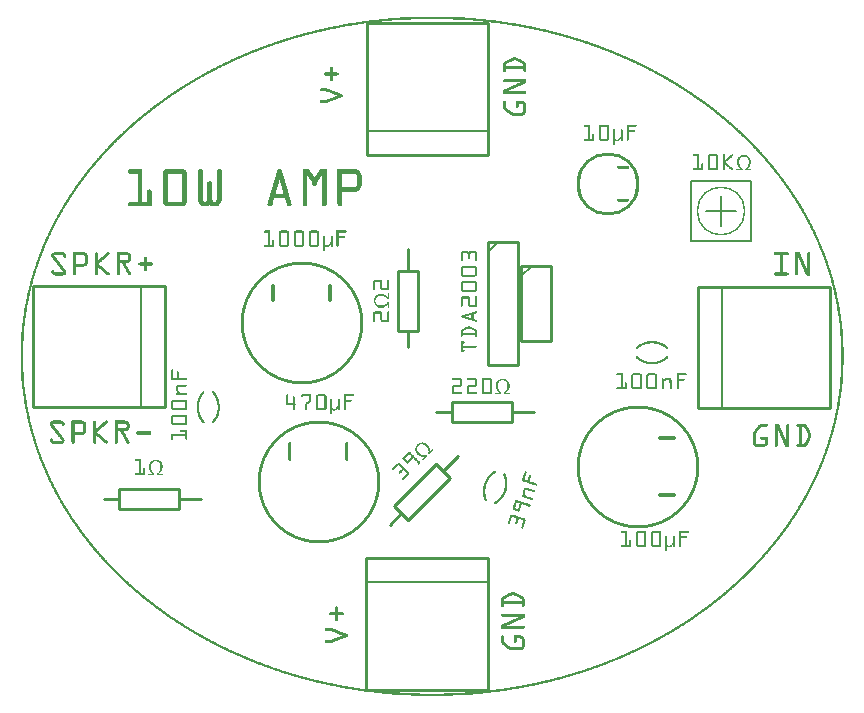
<source format=gto>
G04 MADE WITH FRITZING*
G04 WWW.FRITZING.ORG*
G04 SINGLE SIDED*
G04 HOLES NOT PLATED*
G04 CONTOUR ON CENTER OF CONTOUR VECTOR*
%ASAXBY*%
%FSLAX23Y23*%
%MOIN*%
%OFA0B0*%
%SFA1.0B1.0*%
%ADD10C,0.410000X0.39*%
%ADD11C,0.163110X0.15311*%
%ADD12C,0.210000X0.19*%
%ADD13C,0.010000*%
%ADD14C,0.005000*%
%ADD15R,0.001000X0.001000*%
%LNSILK1*%
G90*
G70*
G54D10*
X2056Y766D03*
G54D11*
X2334Y1617D03*
G54D10*
X937Y1244D03*
X993Y716D03*
G54D12*
X1959Y1708D03*
G54D13*
X1459Y803D02*
X1408Y752D01*
D02*
X1267Y611D02*
X1230Y573D01*
D02*
X1432Y729D02*
X1290Y587D01*
D02*
X1290Y587D02*
X1244Y634D01*
D02*
X1244Y634D02*
X1385Y775D01*
D02*
X1385Y775D02*
X1432Y729D01*
D02*
X1559Y2246D02*
X1155Y2246D01*
D02*
X1155Y2246D02*
X1155Y1806D01*
D02*
X1155Y1806D02*
X1559Y1806D01*
D02*
X1559Y1806D02*
X1559Y2246D01*
G54D14*
D02*
X1155Y1886D02*
X1559Y1886D01*
G54D13*
D02*
X1152Y23D02*
X1556Y23D01*
D02*
X1556Y23D02*
X1556Y463D01*
D02*
X1556Y463D02*
X1152Y463D01*
D02*
X1152Y463D02*
X1152Y23D01*
G54D14*
D02*
X1556Y383D02*
X1152Y383D01*
G54D13*
D02*
X2699Y962D02*
X2699Y1366D01*
D02*
X2699Y1366D02*
X2259Y1366D01*
D02*
X2259Y1366D02*
X2259Y962D01*
D02*
X2259Y962D02*
X2699Y962D01*
G54D14*
D02*
X2339Y1366D02*
X2339Y962D01*
G54D13*
D02*
X40Y1369D02*
X40Y966D01*
D02*
X40Y966D02*
X480Y966D01*
D02*
X480Y966D02*
X480Y1369D01*
D02*
X480Y1369D02*
X40Y1369D01*
G54D14*
D02*
X400Y966D02*
X400Y1369D01*
D02*
X2234Y1717D02*
X2234Y1517D01*
D02*
X2234Y1517D02*
X2434Y1517D01*
D02*
X2434Y1517D02*
X2434Y1717D01*
D02*
X2434Y1717D02*
X2234Y1717D01*
D02*
X2384Y1617D02*
X2334Y1617D01*
D02*
X2334Y1567D02*
X2334Y1617D01*
D02*
X2284Y1617D02*
X2334Y1617D01*
D02*
X2334Y1617D02*
X2334Y1667D01*
G54D13*
D02*
X1710Y948D02*
X1638Y948D01*
D02*
X1438Y948D02*
X1385Y948D01*
D02*
X1638Y915D02*
X1438Y915D01*
D02*
X1438Y915D02*
X1438Y981D01*
D02*
X1438Y981D02*
X1638Y981D01*
D02*
X1638Y981D02*
X1638Y915D01*
D02*
X601Y659D02*
X529Y659D01*
D02*
X329Y659D02*
X276Y659D01*
D02*
X529Y626D02*
X329Y626D01*
D02*
X329Y626D02*
X329Y692D01*
D02*
X329Y692D02*
X529Y692D01*
D02*
X529Y692D02*
X529Y626D01*
D02*
X1290Y1490D02*
X1290Y1418D01*
D02*
X1290Y1218D02*
X1290Y1165D01*
D02*
X1323Y1418D02*
X1323Y1218D01*
D02*
X1323Y1218D02*
X1257Y1218D01*
D02*
X1257Y1218D02*
X1257Y1418D01*
D02*
X1257Y1418D02*
X1323Y1418D01*
D02*
X1556Y1516D02*
X1556Y1104D01*
D02*
X1556Y1104D02*
X1656Y1104D01*
D02*
X1656Y1104D02*
X1656Y1516D01*
D02*
X1656Y1516D02*
X1556Y1516D01*
G54D14*
D02*
X1556Y1481D02*
X1591Y1516D01*
G54D13*
D02*
X1669Y1435D02*
X1669Y1185D01*
D02*
X1669Y1185D02*
X1769Y1185D01*
D02*
X1769Y1185D02*
X1769Y1435D01*
D02*
X1769Y1435D02*
X1669Y1435D01*
G54D14*
D02*
X1669Y1400D02*
X1704Y1435D01*
G54D15*
X1332Y2266D02*
X1411Y2266D01*
X1301Y2265D02*
X1442Y2265D01*
X1282Y2264D02*
X1461Y2264D01*
X1264Y2263D02*
X1479Y2263D01*
X1250Y2262D02*
X1493Y2262D01*
X1236Y2261D02*
X1507Y2261D01*
X1225Y2260D02*
X1518Y2260D01*
X1214Y2259D02*
X1529Y2259D01*
X1204Y2258D02*
X1331Y2258D01*
X1412Y2258D02*
X1539Y2258D01*
X1194Y2257D02*
X1300Y2257D01*
X1443Y2257D02*
X1549Y2257D01*
X1185Y2256D02*
X1281Y2256D01*
X1462Y2256D02*
X1558Y2256D01*
X1177Y2255D02*
X1263Y2255D01*
X1480Y2255D02*
X1566Y2255D01*
X1168Y2254D02*
X1249Y2254D01*
X1494Y2254D02*
X1575Y2254D01*
X1160Y2253D02*
X1236Y2253D01*
X1507Y2253D02*
X1583Y2253D01*
X1153Y2252D02*
X1224Y2252D01*
X1519Y2252D02*
X1590Y2252D01*
X1145Y2251D02*
X1213Y2251D01*
X1530Y2251D02*
X1598Y2251D01*
X1138Y2250D02*
X1203Y2250D01*
X1540Y2250D02*
X1605Y2250D01*
X1131Y2249D02*
X1193Y2249D01*
X1550Y2249D02*
X1612Y2249D01*
X1124Y2248D02*
X1184Y2248D01*
X1559Y2248D02*
X1619Y2248D01*
X1118Y2247D02*
X1176Y2247D01*
X1567Y2247D02*
X1625Y2247D01*
X1112Y2246D02*
X1167Y2246D01*
X1576Y2246D02*
X1631Y2246D01*
X1105Y2245D02*
X1159Y2245D01*
X1584Y2245D02*
X1638Y2245D01*
X1099Y2244D02*
X1152Y2244D01*
X1591Y2244D02*
X1644Y2244D01*
X1093Y2243D02*
X1144Y2243D01*
X1599Y2243D02*
X1650Y2243D01*
X1087Y2242D02*
X1137Y2242D01*
X1606Y2242D02*
X1656Y2242D01*
X1082Y2241D02*
X1130Y2241D01*
X1613Y2241D02*
X1661Y2241D01*
X1076Y2240D02*
X1123Y2240D01*
X1620Y2240D02*
X1667Y2240D01*
X1071Y2239D02*
X1117Y2239D01*
X1626Y2239D02*
X1672Y2239D01*
X1065Y2238D02*
X1111Y2238D01*
X1632Y2238D02*
X1678Y2238D01*
X1060Y2237D02*
X1104Y2237D01*
X1639Y2237D02*
X1683Y2237D01*
X1055Y2236D02*
X1098Y2236D01*
X1645Y2236D02*
X1688Y2236D01*
X1050Y2235D02*
X1092Y2235D01*
X1651Y2235D02*
X1693Y2235D01*
X1045Y2234D02*
X1087Y2234D01*
X1656Y2234D02*
X1698Y2234D01*
X1040Y2233D02*
X1081Y2233D01*
X1662Y2233D02*
X1703Y2233D01*
X1035Y2232D02*
X1076Y2232D01*
X1667Y2232D02*
X1708Y2232D01*
X1030Y2231D02*
X1070Y2231D01*
X1673Y2231D02*
X1713Y2231D01*
X1026Y2230D02*
X1064Y2230D01*
X1679Y2230D02*
X1717Y2230D01*
X1021Y2229D02*
X1059Y2229D01*
X1684Y2229D02*
X1722Y2229D01*
X1017Y2228D02*
X1054Y2228D01*
X1689Y2228D02*
X1726Y2228D01*
X1012Y2227D02*
X1049Y2227D01*
X1694Y2227D02*
X1731Y2227D01*
X1008Y2226D02*
X1044Y2226D01*
X1699Y2226D02*
X1735Y2226D01*
X1003Y2225D02*
X1039Y2225D01*
X1704Y2225D02*
X1740Y2225D01*
X999Y2224D02*
X1034Y2224D01*
X1709Y2224D02*
X1744Y2224D01*
X994Y2223D02*
X1030Y2223D01*
X1713Y2223D02*
X1749Y2223D01*
X990Y2222D02*
X1025Y2222D01*
X1718Y2222D02*
X1753Y2222D01*
X986Y2221D02*
X1021Y2221D01*
X1722Y2221D02*
X1757Y2221D01*
X982Y2220D02*
X1016Y2220D01*
X1727Y2220D02*
X1761Y2220D01*
X978Y2219D02*
X1012Y2219D01*
X1731Y2219D02*
X1765Y2219D01*
X974Y2218D02*
X1007Y2218D01*
X1736Y2218D02*
X1769Y2218D01*
X970Y2217D02*
X1003Y2217D01*
X1740Y2217D02*
X1773Y2217D01*
X966Y2216D02*
X998Y2216D01*
X1745Y2216D02*
X1777Y2216D01*
X962Y2215D02*
X994Y2215D01*
X1749Y2215D02*
X1781Y2215D01*
X958Y2214D02*
X990Y2214D01*
X1753Y2214D02*
X1785Y2214D01*
X955Y2213D02*
X986Y2213D01*
X1757Y2213D02*
X1788Y2213D01*
X951Y2212D02*
X982Y2212D01*
X1761Y2212D02*
X1792Y2212D01*
X947Y2211D02*
X978Y2211D01*
X1765Y2211D02*
X1796Y2211D01*
X943Y2210D02*
X974Y2210D01*
X1769Y2210D02*
X1800Y2210D01*
X940Y2209D02*
X970Y2209D01*
X1773Y2209D02*
X1803Y2209D01*
X936Y2208D02*
X965Y2208D01*
X1778Y2208D02*
X1807Y2208D01*
X932Y2207D02*
X962Y2207D01*
X1781Y2207D02*
X1811Y2207D01*
X929Y2206D02*
X958Y2206D01*
X1785Y2206D02*
X1814Y2206D01*
X925Y2205D02*
X954Y2205D01*
X1789Y2205D02*
X1818Y2205D01*
X922Y2204D02*
X950Y2204D01*
X1793Y2204D02*
X1821Y2204D01*
X918Y2203D02*
X947Y2203D01*
X1796Y2203D02*
X1825Y2203D01*
X915Y2202D02*
X943Y2202D01*
X1800Y2202D02*
X1828Y2202D01*
X911Y2201D02*
X939Y2201D01*
X1804Y2201D02*
X1832Y2201D01*
X908Y2200D02*
X936Y2200D01*
X1807Y2200D02*
X1835Y2200D01*
X905Y2199D02*
X932Y2199D01*
X1811Y2199D02*
X1838Y2199D01*
X901Y2198D02*
X928Y2198D01*
X1815Y2198D02*
X1842Y2198D01*
X898Y2197D02*
X925Y2197D01*
X1818Y2197D02*
X1845Y2197D01*
X895Y2196D02*
X922Y2196D01*
X1821Y2196D02*
X1848Y2196D01*
X892Y2195D02*
X918Y2195D01*
X1825Y2195D02*
X1851Y2195D01*
X888Y2194D02*
X915Y2194D01*
X1828Y2194D02*
X1855Y2194D01*
X885Y2193D02*
X911Y2193D01*
X1832Y2193D02*
X1858Y2193D01*
X882Y2192D02*
X908Y2192D01*
X1835Y2192D02*
X1861Y2192D01*
X879Y2191D02*
X904Y2191D01*
X1839Y2191D02*
X1864Y2191D01*
X876Y2190D02*
X901Y2190D01*
X1842Y2190D02*
X1867Y2190D01*
X872Y2189D02*
X898Y2189D01*
X1845Y2189D02*
X1871Y2189D01*
X869Y2188D02*
X895Y2188D01*
X1848Y2188D02*
X1874Y2188D01*
X866Y2187D02*
X891Y2187D01*
X1852Y2187D02*
X1877Y2187D01*
X863Y2186D02*
X888Y2186D01*
X1855Y2186D02*
X1880Y2186D01*
X860Y2185D02*
X885Y2185D01*
X1858Y2185D02*
X1883Y2185D01*
X857Y2184D02*
X882Y2184D01*
X1861Y2184D02*
X1886Y2184D01*
X854Y2183D02*
X879Y2183D01*
X1864Y2183D02*
X1889Y2183D01*
X851Y2182D02*
X875Y2182D01*
X1868Y2182D02*
X1892Y2182D01*
X848Y2181D02*
X872Y2181D01*
X1871Y2181D02*
X1895Y2181D01*
X846Y2180D02*
X869Y2180D01*
X1874Y2180D02*
X1897Y2180D01*
X843Y2179D02*
X866Y2179D01*
X1877Y2179D02*
X1900Y2179D01*
X840Y2178D02*
X863Y2178D01*
X1880Y2178D02*
X1903Y2178D01*
X837Y2177D02*
X860Y2177D01*
X1883Y2177D02*
X1906Y2177D01*
X834Y2176D02*
X857Y2176D01*
X1886Y2176D02*
X1909Y2176D01*
X831Y2175D02*
X854Y2175D01*
X1889Y2175D02*
X1912Y2175D01*
X828Y2174D02*
X851Y2174D01*
X1892Y2174D02*
X1915Y2174D01*
X826Y2173D02*
X848Y2173D01*
X1895Y2173D02*
X1917Y2173D01*
X823Y2172D02*
X845Y2172D01*
X1898Y2172D02*
X1920Y2172D01*
X820Y2171D02*
X843Y2171D01*
X1900Y2171D02*
X1923Y2171D01*
X817Y2170D02*
X840Y2170D01*
X1903Y2170D02*
X1926Y2170D01*
X815Y2169D02*
X837Y2169D01*
X1906Y2169D02*
X1928Y2169D01*
X812Y2168D02*
X834Y2168D01*
X1909Y2168D02*
X1931Y2168D01*
X809Y2167D02*
X831Y2167D01*
X1912Y2167D02*
X1934Y2167D01*
X806Y2166D02*
X828Y2166D01*
X1915Y2166D02*
X1937Y2166D01*
X804Y2165D02*
X826Y2165D01*
X1917Y2165D02*
X1939Y2165D01*
X801Y2164D02*
X823Y2164D01*
X1920Y2164D02*
X1942Y2164D01*
X799Y2163D02*
X820Y2163D01*
X1923Y2163D02*
X1944Y2163D01*
X796Y2162D02*
X817Y2162D01*
X1926Y2162D02*
X1947Y2162D01*
X793Y2161D02*
X815Y2161D01*
X1928Y2161D02*
X1950Y2161D01*
X791Y2160D02*
X812Y2160D01*
X1931Y2160D02*
X1952Y2160D01*
X788Y2159D02*
X809Y2159D01*
X1934Y2159D02*
X1955Y2159D01*
X786Y2158D02*
X806Y2158D01*
X1937Y2158D02*
X1957Y2158D01*
X783Y2157D02*
X804Y2157D01*
X1939Y2157D02*
X1960Y2157D01*
X780Y2156D02*
X801Y2156D01*
X1942Y2156D02*
X1963Y2156D01*
X778Y2155D02*
X799Y2155D01*
X1944Y2155D02*
X1965Y2155D01*
X775Y2154D02*
X796Y2154D01*
X1947Y2154D02*
X1968Y2154D01*
X773Y2153D02*
X794Y2153D01*
X1949Y2153D02*
X1970Y2153D01*
X770Y2152D02*
X791Y2152D01*
X1952Y2152D02*
X1973Y2152D01*
X768Y2151D02*
X788Y2151D01*
X1955Y2151D02*
X1975Y2151D01*
X766Y2150D02*
X786Y2150D01*
X1957Y2150D02*
X1977Y2150D01*
X763Y2149D02*
X783Y2149D01*
X1960Y2149D02*
X1980Y2149D01*
X761Y2148D02*
X781Y2148D01*
X1962Y2148D02*
X1982Y2148D01*
X758Y2147D02*
X778Y2147D01*
X1965Y2147D02*
X1985Y2147D01*
X756Y2146D02*
X776Y2146D01*
X1967Y2146D02*
X1987Y2146D01*
X753Y2145D02*
X773Y2145D01*
X1970Y2145D02*
X1990Y2145D01*
X751Y2144D02*
X771Y2144D01*
X1972Y2144D02*
X1992Y2144D01*
X748Y2143D02*
X768Y2143D01*
X1975Y2143D02*
X1995Y2143D01*
X746Y2142D02*
X766Y2142D01*
X1977Y2142D02*
X1997Y2142D01*
X744Y2141D02*
X763Y2141D01*
X1980Y2141D02*
X1999Y2141D01*
X742Y2140D02*
X761Y2140D01*
X1982Y2140D02*
X2001Y2140D01*
X739Y2139D02*
X759Y2139D01*
X1984Y2139D02*
X2004Y2139D01*
X737Y2138D02*
X756Y2138D01*
X1987Y2138D02*
X2006Y2138D01*
X735Y2137D02*
X754Y2137D01*
X1989Y2137D02*
X2008Y2137D01*
X732Y2136D02*
X751Y2136D01*
X1992Y2136D02*
X2011Y2136D01*
X730Y2135D02*
X749Y2135D01*
X1994Y2135D02*
X2013Y2135D01*
X728Y2134D02*
X747Y2134D01*
X1996Y2134D02*
X2015Y2134D01*
X725Y2133D02*
X744Y2133D01*
X1999Y2133D02*
X2018Y2133D01*
X723Y2132D02*
X742Y2132D01*
X2001Y2132D02*
X2020Y2132D01*
X721Y2131D02*
X740Y2131D01*
X2003Y2131D02*
X2022Y2131D01*
X719Y2130D02*
X737Y2130D01*
X1642Y2130D02*
X1650Y2130D01*
X2006Y2130D02*
X2024Y2130D01*
X716Y2129D02*
X735Y2129D01*
X1639Y2129D02*
X1654Y2129D01*
X2008Y2129D02*
X2027Y2129D01*
X714Y2128D02*
X733Y2128D01*
X1637Y2128D02*
X1656Y2128D01*
X2010Y2128D02*
X2029Y2128D01*
X712Y2127D02*
X730Y2127D01*
X1635Y2127D02*
X1658Y2127D01*
X2013Y2127D02*
X2031Y2127D01*
X710Y2126D02*
X728Y2126D01*
X1633Y2126D02*
X1660Y2126D01*
X2015Y2126D02*
X2033Y2126D01*
X708Y2125D02*
X726Y2125D01*
X1631Y2125D02*
X1662Y2125D01*
X2017Y2125D02*
X2035Y2125D01*
X706Y2124D02*
X724Y2124D01*
X1629Y2124D02*
X1664Y2124D01*
X2019Y2124D02*
X2037Y2124D01*
X703Y2123D02*
X721Y2123D01*
X1627Y2123D02*
X1666Y2123D01*
X2022Y2123D02*
X2040Y2123D01*
X701Y2122D02*
X719Y2122D01*
X1625Y2122D02*
X1668Y2122D01*
X2024Y2122D02*
X2042Y2122D01*
X699Y2121D02*
X717Y2121D01*
X1623Y2121D02*
X1670Y2121D01*
X2026Y2121D02*
X2044Y2121D01*
X697Y2120D02*
X715Y2120D01*
X1621Y2120D02*
X1643Y2120D01*
X1650Y2120D02*
X1672Y2120D01*
X2028Y2120D02*
X2046Y2120D01*
X695Y2119D02*
X713Y2119D01*
X1619Y2119D02*
X1640Y2119D01*
X1653Y2119D02*
X1674Y2119D01*
X2030Y2119D02*
X2048Y2119D01*
X692Y2118D02*
X710Y2118D01*
X1617Y2118D02*
X1638Y2118D01*
X1655Y2118D02*
X1676Y2118D01*
X2033Y2118D02*
X2051Y2118D01*
X690Y2117D02*
X708Y2117D01*
X1615Y2117D02*
X1636Y2117D01*
X1657Y2117D02*
X1678Y2117D01*
X2035Y2117D02*
X2053Y2117D01*
X688Y2116D02*
X706Y2116D01*
X1614Y2116D02*
X1634Y2116D01*
X1659Y2116D02*
X1680Y2116D01*
X2037Y2116D02*
X2055Y2116D01*
X686Y2115D02*
X704Y2115D01*
X1613Y2115D02*
X1632Y2115D01*
X1661Y2115D02*
X1681Y2115D01*
X2039Y2115D02*
X2057Y2115D01*
X684Y2114D02*
X702Y2114D01*
X1612Y2114D02*
X1630Y2114D01*
X1662Y2114D02*
X1681Y2114D01*
X2041Y2114D02*
X2059Y2114D01*
X682Y2113D02*
X700Y2113D01*
X1611Y2113D02*
X1628Y2113D01*
X1664Y2113D02*
X1682Y2113D01*
X2043Y2113D02*
X2061Y2113D01*
X680Y2112D02*
X697Y2112D01*
X1610Y2112D02*
X1626Y2112D01*
X1666Y2112D02*
X1683Y2112D01*
X2046Y2112D02*
X2063Y2112D01*
X678Y2111D02*
X695Y2111D01*
X1610Y2111D02*
X1624Y2111D01*
X1668Y2111D02*
X1683Y2111D01*
X2048Y2111D02*
X2065Y2111D01*
X676Y2110D02*
X693Y2110D01*
X1609Y2110D02*
X1622Y2110D01*
X1670Y2110D02*
X1684Y2110D01*
X2050Y2110D02*
X2067Y2110D01*
X674Y2109D02*
X691Y2109D01*
X1609Y2109D02*
X1620Y2109D01*
X1672Y2109D02*
X1684Y2109D01*
X2052Y2109D02*
X2069Y2109D01*
X672Y2108D02*
X689Y2108D01*
X1608Y2108D02*
X1619Y2108D01*
X1674Y2108D02*
X1684Y2108D01*
X2054Y2108D02*
X2071Y2108D01*
X670Y2107D02*
X687Y2107D01*
X1608Y2107D02*
X1618Y2107D01*
X1675Y2107D02*
X1685Y2107D01*
X2056Y2107D02*
X2073Y2107D01*
X668Y2106D02*
X685Y2106D01*
X1608Y2106D02*
X1617Y2106D01*
X1675Y2106D02*
X1685Y2106D01*
X2058Y2106D02*
X2075Y2106D01*
X666Y2105D02*
X683Y2105D01*
X1608Y2105D02*
X1617Y2105D01*
X1676Y2105D02*
X1685Y2105D01*
X2060Y2105D02*
X2077Y2105D01*
X664Y2104D02*
X681Y2104D01*
X1608Y2104D02*
X1617Y2104D01*
X1676Y2104D02*
X1685Y2104D01*
X2062Y2104D02*
X2079Y2104D01*
X662Y2103D02*
X679Y2103D01*
X1608Y2103D02*
X1617Y2103D01*
X1676Y2103D02*
X1685Y2103D01*
X2064Y2103D02*
X2081Y2103D01*
X660Y2102D02*
X677Y2102D01*
X1608Y2102D02*
X1617Y2102D01*
X1676Y2102D02*
X1685Y2102D01*
X2066Y2102D02*
X2083Y2102D01*
X658Y2101D02*
X675Y2101D01*
X1608Y2101D02*
X1617Y2101D01*
X1676Y2101D02*
X1685Y2101D01*
X2068Y2101D02*
X2085Y2101D01*
X656Y2100D02*
X672Y2100D01*
X1608Y2100D02*
X1685Y2100D01*
X2071Y2100D02*
X2087Y2100D01*
X654Y2099D02*
X670Y2099D01*
X1033Y2099D02*
X1038Y2099D01*
X1608Y2099D02*
X1685Y2099D01*
X2073Y2099D02*
X2089Y2099D01*
X652Y2098D02*
X668Y2098D01*
X1032Y2098D02*
X1039Y2098D01*
X1608Y2098D02*
X1685Y2098D01*
X2075Y2098D02*
X2091Y2098D01*
X650Y2097D02*
X666Y2097D01*
X1031Y2097D02*
X1039Y2097D01*
X1608Y2097D02*
X1685Y2097D01*
X2077Y2097D02*
X2093Y2097D01*
X648Y2096D02*
X664Y2096D01*
X1031Y2096D02*
X1040Y2096D01*
X1608Y2096D02*
X1685Y2096D01*
X2079Y2096D02*
X2095Y2096D01*
X646Y2095D02*
X662Y2095D01*
X1031Y2095D02*
X1040Y2095D01*
X1608Y2095D02*
X1685Y2095D01*
X2081Y2095D02*
X2097Y2095D01*
X644Y2094D02*
X660Y2094D01*
X1031Y2094D02*
X1040Y2094D01*
X1608Y2094D02*
X1685Y2094D01*
X2083Y2094D02*
X2099Y2094D01*
X642Y2093D02*
X658Y2093D01*
X1031Y2093D02*
X1040Y2093D01*
X1608Y2093D02*
X1685Y2093D01*
X2085Y2093D02*
X2101Y2093D01*
X640Y2092D02*
X656Y2092D01*
X1031Y2092D02*
X1040Y2092D01*
X1608Y2092D02*
X1685Y2092D01*
X2087Y2092D02*
X2103Y2092D01*
X638Y2091D02*
X655Y2091D01*
X1031Y2091D02*
X1040Y2091D01*
X1608Y2091D02*
X1685Y2091D01*
X2088Y2091D02*
X2105Y2091D01*
X636Y2090D02*
X653Y2090D01*
X1031Y2090D02*
X1040Y2090D01*
X1608Y2090D02*
X1617Y2090D01*
X1676Y2090D02*
X1685Y2090D01*
X2090Y2090D02*
X2107Y2090D01*
X634Y2089D02*
X651Y2089D01*
X1031Y2089D02*
X1040Y2089D01*
X1608Y2089D02*
X1617Y2089D01*
X1676Y2089D02*
X1685Y2089D01*
X2092Y2089D02*
X2109Y2089D01*
X632Y2088D02*
X649Y2088D01*
X1031Y2088D02*
X1040Y2088D01*
X1608Y2088D02*
X1617Y2088D01*
X1676Y2088D02*
X1685Y2088D01*
X2094Y2088D02*
X2111Y2088D01*
X631Y2087D02*
X647Y2087D01*
X1031Y2087D02*
X1040Y2087D01*
X1608Y2087D02*
X1617Y2087D01*
X1676Y2087D02*
X1685Y2087D01*
X2096Y2087D02*
X2112Y2087D01*
X629Y2086D02*
X645Y2086D01*
X1031Y2086D02*
X1040Y2086D01*
X1608Y2086D02*
X1617Y2086D01*
X1676Y2086D02*
X1685Y2086D01*
X2098Y2086D02*
X2114Y2086D01*
X627Y2085D02*
X643Y2085D01*
X1031Y2085D02*
X1040Y2085D01*
X1608Y2085D02*
X1617Y2085D01*
X1676Y2085D02*
X1685Y2085D01*
X2100Y2085D02*
X2116Y2085D01*
X625Y2084D02*
X641Y2084D01*
X1031Y2084D02*
X1040Y2084D01*
X1608Y2084D02*
X1617Y2084D01*
X1676Y2084D02*
X1685Y2084D01*
X2102Y2084D02*
X2118Y2084D01*
X623Y2083D02*
X639Y2083D01*
X1031Y2083D02*
X1040Y2083D01*
X1609Y2083D02*
X1616Y2083D01*
X1677Y2083D02*
X1684Y2083D01*
X2104Y2083D02*
X2120Y2083D01*
X621Y2082D02*
X637Y2082D01*
X1031Y2082D02*
X1040Y2082D01*
X1610Y2082D02*
X1615Y2082D01*
X1677Y2082D02*
X1683Y2082D01*
X2106Y2082D02*
X2122Y2082D01*
X620Y2081D02*
X635Y2081D01*
X1031Y2081D02*
X1040Y2081D01*
X1611Y2081D02*
X1613Y2081D01*
X1679Y2081D02*
X1681Y2081D01*
X2108Y2081D02*
X2123Y2081D01*
X618Y2080D02*
X633Y2080D01*
X1016Y2080D02*
X1054Y2080D01*
X2110Y2080D02*
X2125Y2080D01*
X616Y2079D02*
X631Y2079D01*
X1013Y2079D02*
X1058Y2079D01*
X2112Y2079D02*
X2127Y2079D01*
X614Y2078D02*
X630Y2078D01*
X1012Y2078D02*
X1059Y2078D01*
X2113Y2078D02*
X2129Y2078D01*
X612Y2077D02*
X628Y2077D01*
X1011Y2077D02*
X1059Y2077D01*
X2115Y2077D02*
X2131Y2077D01*
X610Y2076D02*
X626Y2076D01*
X1011Y2076D02*
X1060Y2076D01*
X2117Y2076D02*
X2133Y2076D01*
X608Y2075D02*
X624Y2075D01*
X1011Y2075D02*
X1060Y2075D01*
X2119Y2075D02*
X2135Y2075D01*
X607Y2074D02*
X622Y2074D01*
X1011Y2074D02*
X1060Y2074D01*
X2121Y2074D02*
X2136Y2074D01*
X605Y2073D02*
X620Y2073D01*
X1011Y2073D02*
X1059Y2073D01*
X2123Y2073D02*
X2138Y2073D01*
X603Y2072D02*
X619Y2072D01*
X1012Y2072D02*
X1059Y2072D01*
X2124Y2072D02*
X2140Y2072D01*
X601Y2071D02*
X617Y2071D01*
X1013Y2071D02*
X1058Y2071D01*
X2126Y2071D02*
X2142Y2071D01*
X600Y2070D02*
X615Y2070D01*
X1015Y2070D02*
X1055Y2070D01*
X2128Y2070D02*
X2143Y2070D01*
X598Y2069D02*
X613Y2069D01*
X1031Y2069D02*
X1040Y2069D01*
X2130Y2069D02*
X2145Y2069D01*
X596Y2068D02*
X611Y2068D01*
X1031Y2068D02*
X1040Y2068D01*
X2132Y2068D02*
X2147Y2068D01*
X594Y2067D02*
X609Y2067D01*
X1031Y2067D02*
X1040Y2067D01*
X2134Y2067D02*
X2149Y2067D01*
X593Y2066D02*
X608Y2066D01*
X1031Y2066D02*
X1040Y2066D01*
X2135Y2066D02*
X2150Y2066D01*
X591Y2065D02*
X606Y2065D01*
X1031Y2065D02*
X1040Y2065D01*
X2137Y2065D02*
X2152Y2065D01*
X589Y2064D02*
X604Y2064D01*
X1031Y2064D02*
X1040Y2064D01*
X2139Y2064D02*
X2154Y2064D01*
X587Y2063D02*
X602Y2063D01*
X1031Y2063D02*
X1040Y2063D01*
X2141Y2063D02*
X2156Y2063D01*
X586Y2062D02*
X601Y2062D01*
X1031Y2062D02*
X1040Y2062D01*
X2142Y2062D02*
X2157Y2062D01*
X584Y2061D02*
X599Y2061D01*
X1031Y2061D02*
X1040Y2061D01*
X2144Y2061D02*
X2159Y2061D01*
X582Y2060D02*
X597Y2060D01*
X1031Y2060D02*
X1040Y2060D01*
X2146Y2060D02*
X2161Y2060D01*
X580Y2059D02*
X595Y2059D01*
X1031Y2059D02*
X1040Y2059D01*
X2148Y2059D02*
X2163Y2059D01*
X579Y2058D02*
X594Y2058D01*
X1031Y2058D02*
X1040Y2058D01*
X1612Y2058D02*
X1685Y2058D01*
X2149Y2058D02*
X2164Y2058D01*
X577Y2057D02*
X592Y2057D01*
X1031Y2057D02*
X1040Y2057D01*
X1610Y2057D02*
X1685Y2057D01*
X2151Y2057D02*
X2166Y2057D01*
X575Y2056D02*
X590Y2056D01*
X1031Y2056D02*
X1040Y2056D01*
X1609Y2056D02*
X1685Y2056D01*
X2153Y2056D02*
X2168Y2056D01*
X574Y2055D02*
X588Y2055D01*
X1031Y2055D02*
X1040Y2055D01*
X1608Y2055D02*
X1685Y2055D01*
X2155Y2055D02*
X2169Y2055D01*
X572Y2054D02*
X587Y2054D01*
X1031Y2054D02*
X1040Y2054D01*
X1608Y2054D02*
X1685Y2054D01*
X2156Y2054D02*
X2171Y2054D01*
X570Y2053D02*
X585Y2053D01*
X1031Y2053D02*
X1039Y2053D01*
X1608Y2053D02*
X1685Y2053D01*
X2158Y2053D02*
X2173Y2053D01*
X569Y2052D02*
X583Y2052D01*
X1032Y2052D02*
X1039Y2052D01*
X1608Y2052D02*
X1685Y2052D01*
X2160Y2052D02*
X2174Y2052D01*
X567Y2051D02*
X581Y2051D01*
X1033Y2051D02*
X1038Y2051D01*
X1608Y2051D02*
X1685Y2051D01*
X2162Y2051D02*
X2176Y2051D01*
X565Y2050D02*
X580Y2050D01*
X1609Y2050D02*
X1685Y2050D01*
X2163Y2050D02*
X2178Y2050D01*
X564Y2049D02*
X578Y2049D01*
X1610Y2049D02*
X1685Y2049D01*
X2165Y2049D02*
X2179Y2049D01*
X562Y2048D02*
X576Y2048D01*
X1667Y2048D02*
X1685Y2048D01*
X2167Y2048D02*
X2181Y2048D01*
X560Y2047D02*
X575Y2047D01*
X1666Y2047D02*
X1685Y2047D01*
X2168Y2047D02*
X2183Y2047D01*
X559Y2046D02*
X573Y2046D01*
X1663Y2046D02*
X1685Y2046D01*
X2170Y2046D02*
X2184Y2046D01*
X557Y2045D02*
X571Y2045D01*
X1661Y2045D02*
X1685Y2045D01*
X2172Y2045D02*
X2186Y2045D01*
X555Y2044D02*
X570Y2044D01*
X1659Y2044D02*
X1683Y2044D01*
X2173Y2044D02*
X2188Y2044D01*
X554Y2043D02*
X568Y2043D01*
X1656Y2043D02*
X1681Y2043D01*
X2175Y2043D02*
X2189Y2043D01*
X552Y2042D02*
X566Y2042D01*
X1654Y2042D02*
X1678Y2042D01*
X2177Y2042D02*
X2191Y2042D01*
X550Y2041D02*
X565Y2041D01*
X1652Y2041D02*
X1676Y2041D01*
X2178Y2041D02*
X2193Y2041D01*
X549Y2040D02*
X563Y2040D01*
X1650Y2040D02*
X1674Y2040D01*
X2180Y2040D02*
X2194Y2040D01*
X547Y2039D02*
X561Y2039D01*
X1647Y2039D02*
X1672Y2039D01*
X2182Y2039D02*
X2196Y2039D01*
X546Y2038D02*
X560Y2038D01*
X1645Y2038D02*
X1669Y2038D01*
X2183Y2038D02*
X2197Y2038D01*
X544Y2037D02*
X558Y2037D01*
X1643Y2037D02*
X1667Y2037D01*
X2185Y2037D02*
X2199Y2037D01*
X542Y2036D02*
X556Y2036D01*
X1640Y2036D02*
X1665Y2036D01*
X2187Y2036D02*
X2201Y2036D01*
X541Y2035D02*
X555Y2035D01*
X1638Y2035D02*
X1662Y2035D01*
X2188Y2035D02*
X2202Y2035D01*
X539Y2034D02*
X553Y2034D01*
X1636Y2034D02*
X1660Y2034D01*
X2190Y2034D02*
X2204Y2034D01*
X538Y2033D02*
X552Y2033D01*
X1634Y2033D02*
X1658Y2033D01*
X2191Y2033D02*
X2205Y2033D01*
X536Y2032D02*
X550Y2032D01*
X1631Y2032D02*
X1656Y2032D01*
X2193Y2032D02*
X2207Y2032D01*
X534Y2031D02*
X548Y2031D01*
X1629Y2031D02*
X1653Y2031D01*
X2195Y2031D02*
X2208Y2031D01*
X533Y2030D02*
X547Y2030D01*
X1627Y2030D02*
X1651Y2030D01*
X2196Y2030D02*
X2210Y2030D01*
X531Y2029D02*
X545Y2029D01*
X1624Y2029D02*
X1649Y2029D01*
X2198Y2029D02*
X2212Y2029D01*
X530Y2028D02*
X544Y2028D01*
X1622Y2028D02*
X1646Y2028D01*
X2199Y2028D02*
X2213Y2028D01*
X528Y2027D02*
X542Y2027D01*
X1000Y2027D02*
X1020Y2027D01*
X1620Y2027D02*
X1644Y2027D01*
X2201Y2027D02*
X2215Y2027D01*
X527Y2026D02*
X540Y2026D01*
X998Y2026D02*
X1023Y2026D01*
X1618Y2026D02*
X1642Y2026D01*
X2203Y2026D02*
X2216Y2026D01*
X525Y2025D02*
X539Y2025D01*
X998Y2025D02*
X1026Y2025D01*
X1615Y2025D02*
X1640Y2025D01*
X2204Y2025D02*
X2218Y2025D01*
X524Y2024D02*
X537Y2024D01*
X997Y2024D02*
X1028Y2024D01*
X1613Y2024D02*
X1637Y2024D01*
X2206Y2024D02*
X2219Y2024D01*
X522Y2023D02*
X536Y2023D01*
X997Y2023D02*
X1031Y2023D01*
X1611Y2023D02*
X1635Y2023D01*
X2207Y2023D02*
X2221Y2023D01*
X521Y2022D02*
X534Y2022D01*
X997Y2022D02*
X1033Y2022D01*
X1608Y2022D02*
X1633Y2022D01*
X2209Y2022D02*
X2222Y2022D01*
X519Y2021D02*
X533Y2021D01*
X997Y2021D02*
X1036Y2021D01*
X1608Y2021D02*
X1630Y2021D01*
X2210Y2021D02*
X2224Y2021D01*
X517Y2020D02*
X531Y2020D01*
X998Y2020D02*
X1038Y2020D01*
X1608Y2020D02*
X1628Y2020D01*
X2212Y2020D02*
X2225Y2020D01*
X516Y2019D02*
X529Y2019D01*
X998Y2019D02*
X1041Y2019D01*
X1608Y2019D02*
X1626Y2019D01*
X2214Y2019D02*
X2227Y2019D01*
X514Y2018D02*
X528Y2018D01*
X1000Y2018D02*
X1044Y2018D01*
X1608Y2018D02*
X1682Y2018D01*
X2215Y2018D02*
X2229Y2018D01*
X513Y2017D02*
X526Y2017D01*
X1019Y2017D02*
X1046Y2017D01*
X1608Y2017D02*
X1683Y2017D01*
X2217Y2017D02*
X2230Y2017D01*
X511Y2016D02*
X525Y2016D01*
X1022Y2016D02*
X1049Y2016D01*
X1608Y2016D02*
X1684Y2016D01*
X2218Y2016D02*
X2232Y2016D01*
X510Y2015D02*
X523Y2015D01*
X1024Y2015D02*
X1051Y2015D01*
X1608Y2015D02*
X1685Y2015D01*
X2220Y2015D02*
X2233Y2015D01*
X508Y2014D02*
X522Y2014D01*
X1027Y2014D02*
X1054Y2014D01*
X1608Y2014D02*
X1685Y2014D01*
X2221Y2014D02*
X2235Y2014D01*
X507Y2013D02*
X520Y2013D01*
X1030Y2013D02*
X1056Y2013D01*
X1608Y2013D02*
X1685Y2013D01*
X2223Y2013D02*
X2236Y2013D01*
X505Y2012D02*
X519Y2012D01*
X1032Y2012D02*
X1059Y2012D01*
X1608Y2012D02*
X1685Y2012D01*
X2224Y2012D02*
X2238Y2012D01*
X504Y2011D02*
X517Y2011D01*
X1035Y2011D02*
X1061Y2011D01*
X1608Y2011D02*
X1684Y2011D01*
X2226Y2011D02*
X2239Y2011D01*
X502Y2010D02*
X516Y2010D01*
X1037Y2010D02*
X1064Y2010D01*
X1608Y2010D02*
X1683Y2010D01*
X2227Y2010D02*
X2241Y2010D01*
X501Y2009D02*
X514Y2009D01*
X1040Y2009D02*
X1067Y2009D01*
X1608Y2009D02*
X1682Y2009D01*
X2229Y2009D02*
X2242Y2009D01*
X499Y2008D02*
X513Y2008D01*
X1042Y2008D02*
X1069Y2008D01*
X2230Y2008D02*
X2244Y2008D01*
X498Y2007D02*
X511Y2007D01*
X1045Y2007D02*
X1071Y2007D01*
X2232Y2007D02*
X2245Y2007D01*
X497Y2006D02*
X510Y2006D01*
X1047Y2006D02*
X1073Y2006D01*
X2233Y2006D02*
X2246Y2006D01*
X495Y2005D02*
X508Y2005D01*
X1050Y2005D02*
X1073Y2005D01*
X2235Y2005D02*
X2248Y2005D01*
X494Y2004D02*
X507Y2004D01*
X1052Y2004D02*
X1074Y2004D01*
X2236Y2004D02*
X2249Y2004D01*
X492Y2003D02*
X505Y2003D01*
X1055Y2003D02*
X1074Y2003D01*
X2238Y2003D02*
X2251Y2003D01*
X491Y2002D02*
X504Y2002D01*
X1054Y2002D02*
X1074Y2002D01*
X2239Y2002D02*
X2252Y2002D01*
X489Y2001D02*
X502Y2001D01*
X1051Y2001D02*
X1074Y2001D01*
X2241Y2001D02*
X2254Y2001D01*
X488Y2000D02*
X501Y2000D01*
X1049Y2000D02*
X1073Y2000D01*
X2242Y2000D02*
X2255Y2000D01*
X487Y1999D02*
X499Y1999D01*
X1046Y1999D02*
X1072Y1999D01*
X2244Y1999D02*
X2256Y1999D01*
X485Y1998D02*
X498Y1998D01*
X1044Y1998D02*
X1071Y1998D01*
X2245Y1998D02*
X2258Y1998D01*
X484Y1997D02*
X497Y1997D01*
X1041Y1997D02*
X1068Y1997D01*
X2246Y1997D02*
X2259Y1997D01*
X482Y1996D02*
X495Y1996D01*
X1039Y1996D02*
X1066Y1996D01*
X2248Y1996D02*
X2261Y1996D01*
X481Y1995D02*
X494Y1995D01*
X1036Y1995D02*
X1063Y1995D01*
X2249Y1995D02*
X2262Y1995D01*
X479Y1994D02*
X492Y1994D01*
X1033Y1994D02*
X1061Y1994D01*
X2251Y1994D02*
X2264Y1994D01*
X478Y1993D02*
X491Y1993D01*
X1031Y1993D02*
X1058Y1993D01*
X2252Y1993D02*
X2265Y1993D01*
X476Y1992D02*
X489Y1992D01*
X1028Y1992D02*
X1055Y1992D01*
X2254Y1992D02*
X2267Y1992D01*
X475Y1991D02*
X488Y1991D01*
X1026Y1991D02*
X1053Y1991D01*
X2255Y1991D02*
X2268Y1991D01*
X474Y1990D02*
X487Y1990D01*
X1023Y1990D02*
X1050Y1990D01*
X2256Y1990D02*
X2269Y1990D01*
X472Y1989D02*
X485Y1989D01*
X1021Y1989D02*
X1048Y1989D01*
X2258Y1989D02*
X2271Y1989D01*
X471Y1988D02*
X484Y1988D01*
X1018Y1988D02*
X1045Y1988D01*
X2259Y1988D02*
X2272Y1988D01*
X470Y1987D02*
X482Y1987D01*
X999Y1987D02*
X1042Y1987D01*
X2261Y1987D02*
X2273Y1987D01*
X468Y1986D02*
X481Y1986D01*
X998Y1986D02*
X1040Y1986D01*
X2262Y1986D02*
X2275Y1986D01*
X467Y1985D02*
X479Y1985D01*
X997Y1985D02*
X1037Y1985D01*
X1610Y1985D02*
X1615Y1985D01*
X1650Y1985D02*
X1675Y1985D01*
X2264Y1985D02*
X2276Y1985D01*
X465Y1984D02*
X478Y1984D01*
X997Y1984D02*
X1035Y1984D01*
X1609Y1984D02*
X1616Y1984D01*
X1650Y1984D02*
X1677Y1984D01*
X2265Y1984D02*
X2278Y1984D01*
X464Y1983D02*
X477Y1983D01*
X997Y1983D02*
X1032Y1983D01*
X1608Y1983D02*
X1616Y1983D01*
X1650Y1983D02*
X1678Y1983D01*
X2266Y1983D02*
X2279Y1983D01*
X463Y1982D02*
X475Y1982D01*
X997Y1982D02*
X1030Y1982D01*
X1608Y1982D02*
X1617Y1982D01*
X1650Y1982D02*
X1680Y1982D01*
X2268Y1982D02*
X2280Y1982D01*
X461Y1981D02*
X474Y1981D01*
X997Y1981D02*
X1027Y1981D01*
X1608Y1981D02*
X1617Y1981D01*
X1650Y1981D02*
X1681Y1981D01*
X2269Y1981D02*
X2282Y1981D01*
X460Y1980D02*
X473Y1980D01*
X998Y1980D02*
X1024Y1980D01*
X1608Y1980D02*
X1617Y1980D01*
X1650Y1980D02*
X1682Y1980D01*
X2270Y1980D02*
X2283Y1980D01*
X459Y1979D02*
X471Y1979D01*
X999Y1979D02*
X1022Y1979D01*
X1608Y1979D02*
X1617Y1979D01*
X1650Y1979D02*
X1682Y1979D01*
X2272Y1979D02*
X2284Y1979D01*
X457Y1978D02*
X470Y1978D01*
X1001Y1978D02*
X1019Y1978D01*
X1608Y1978D02*
X1617Y1978D01*
X1650Y1978D02*
X1683Y1978D01*
X2273Y1978D02*
X2286Y1978D01*
X456Y1977D02*
X468Y1977D01*
X1608Y1977D02*
X1617Y1977D01*
X1650Y1977D02*
X1683Y1977D01*
X2275Y1977D02*
X2287Y1977D01*
X455Y1976D02*
X467Y1976D01*
X1608Y1976D02*
X1617Y1976D01*
X1650Y1976D02*
X1684Y1976D01*
X2276Y1976D02*
X2288Y1976D01*
X453Y1975D02*
X466Y1975D01*
X1608Y1975D02*
X1617Y1975D01*
X1650Y1975D02*
X1659Y1975D01*
X1673Y1975D02*
X1684Y1975D01*
X2277Y1975D02*
X2290Y1975D01*
X452Y1974D02*
X464Y1974D01*
X1608Y1974D02*
X1617Y1974D01*
X1650Y1974D02*
X1659Y1974D01*
X1674Y1974D02*
X1684Y1974D01*
X2279Y1974D02*
X2291Y1974D01*
X450Y1973D02*
X463Y1973D01*
X1608Y1973D02*
X1617Y1973D01*
X1650Y1973D02*
X1659Y1973D01*
X1675Y1973D02*
X1685Y1973D01*
X2280Y1973D02*
X2293Y1973D01*
X449Y1972D02*
X462Y1972D01*
X1608Y1972D02*
X1617Y1972D01*
X1650Y1972D02*
X1659Y1972D01*
X1675Y1972D02*
X1685Y1972D01*
X2281Y1972D02*
X2294Y1972D01*
X448Y1971D02*
X460Y1971D01*
X1608Y1971D02*
X1617Y1971D01*
X1650Y1971D02*
X1659Y1971D01*
X1676Y1971D02*
X1685Y1971D01*
X2283Y1971D02*
X2295Y1971D01*
X446Y1970D02*
X459Y1970D01*
X1608Y1970D02*
X1617Y1970D01*
X1650Y1970D02*
X1659Y1970D01*
X1676Y1970D02*
X1685Y1970D01*
X2284Y1970D02*
X2297Y1970D01*
X445Y1969D02*
X457Y1969D01*
X1608Y1969D02*
X1617Y1969D01*
X1650Y1969D02*
X1659Y1969D01*
X1676Y1969D02*
X1685Y1969D01*
X2286Y1969D02*
X2298Y1969D01*
X444Y1968D02*
X456Y1968D01*
X1608Y1968D02*
X1617Y1968D01*
X1650Y1968D02*
X1659Y1968D01*
X1676Y1968D02*
X1685Y1968D01*
X2287Y1968D02*
X2299Y1968D01*
X443Y1967D02*
X455Y1967D01*
X1608Y1967D02*
X1617Y1967D01*
X1650Y1967D02*
X1659Y1967D01*
X1676Y1967D02*
X1685Y1967D01*
X2288Y1967D02*
X2300Y1967D01*
X441Y1966D02*
X453Y1966D01*
X1608Y1966D02*
X1617Y1966D01*
X1650Y1966D02*
X1659Y1966D01*
X1676Y1966D02*
X1685Y1966D01*
X2290Y1966D02*
X2302Y1966D01*
X440Y1965D02*
X452Y1965D01*
X1608Y1965D02*
X1617Y1965D01*
X1650Y1965D02*
X1659Y1965D01*
X1676Y1965D02*
X1685Y1965D01*
X2291Y1965D02*
X2303Y1965D01*
X439Y1964D02*
X451Y1964D01*
X1608Y1964D02*
X1617Y1964D01*
X1651Y1964D02*
X1659Y1964D01*
X1676Y1964D02*
X1685Y1964D01*
X2292Y1964D02*
X2304Y1964D01*
X437Y1963D02*
X449Y1963D01*
X1608Y1963D02*
X1618Y1963D01*
X1651Y1963D02*
X1658Y1963D01*
X1676Y1963D02*
X1685Y1963D01*
X2294Y1963D02*
X2306Y1963D01*
X436Y1962D02*
X448Y1962D01*
X1608Y1962D02*
X1619Y1962D01*
X1652Y1962D02*
X1657Y1962D01*
X1676Y1962D02*
X1685Y1962D01*
X2295Y1962D02*
X2307Y1962D01*
X435Y1961D02*
X447Y1961D01*
X1609Y1961D02*
X1620Y1961D01*
X1655Y1961D02*
X1655Y1961D01*
X1676Y1961D02*
X1685Y1961D01*
X2296Y1961D02*
X2308Y1961D01*
X433Y1960D02*
X446Y1960D01*
X1609Y1960D02*
X1621Y1960D01*
X1676Y1960D02*
X1685Y1960D01*
X2297Y1960D02*
X2310Y1960D01*
X432Y1959D02*
X444Y1959D01*
X1609Y1959D02*
X1623Y1959D01*
X1676Y1959D02*
X1685Y1959D01*
X2299Y1959D02*
X2311Y1959D01*
X431Y1958D02*
X443Y1958D01*
X1610Y1958D02*
X1624Y1958D01*
X1676Y1958D02*
X1685Y1958D01*
X2300Y1958D02*
X2312Y1958D01*
X430Y1957D02*
X442Y1957D01*
X1611Y1957D02*
X1625Y1957D01*
X1676Y1957D02*
X1685Y1957D01*
X2301Y1957D02*
X2313Y1957D01*
X428Y1956D02*
X440Y1956D01*
X1612Y1956D02*
X1627Y1956D01*
X1676Y1956D02*
X1685Y1956D01*
X2303Y1956D02*
X2315Y1956D01*
X427Y1955D02*
X439Y1955D01*
X1613Y1955D02*
X1628Y1955D01*
X1676Y1955D02*
X1685Y1955D01*
X2304Y1955D02*
X2316Y1955D01*
X426Y1954D02*
X438Y1954D01*
X1614Y1954D02*
X1629Y1954D01*
X1676Y1954D02*
X1685Y1954D01*
X2305Y1954D02*
X2317Y1954D01*
X424Y1953D02*
X436Y1953D01*
X1615Y1953D02*
X1630Y1953D01*
X1676Y1953D02*
X1685Y1953D01*
X2307Y1953D02*
X2319Y1953D01*
X423Y1952D02*
X435Y1952D01*
X1616Y1952D02*
X1632Y1952D01*
X1676Y1952D02*
X1685Y1952D01*
X2308Y1952D02*
X2320Y1952D01*
X422Y1951D02*
X434Y1951D01*
X1617Y1951D02*
X1633Y1951D01*
X1676Y1951D02*
X1685Y1951D01*
X2309Y1951D02*
X2321Y1951D01*
X421Y1950D02*
X433Y1950D01*
X1619Y1950D02*
X1634Y1950D01*
X1675Y1950D02*
X1685Y1950D01*
X2310Y1950D02*
X2322Y1950D01*
X419Y1949D02*
X431Y1949D01*
X1620Y1949D02*
X1636Y1949D01*
X1675Y1949D02*
X1685Y1949D01*
X2312Y1949D02*
X2324Y1949D01*
X418Y1948D02*
X430Y1948D01*
X1621Y1948D02*
X1637Y1948D01*
X1674Y1948D02*
X1685Y1948D01*
X2313Y1948D02*
X2325Y1948D01*
X417Y1947D02*
X429Y1947D01*
X1623Y1947D02*
X1639Y1947D01*
X1673Y1947D02*
X1684Y1947D01*
X2314Y1947D02*
X2326Y1947D01*
X416Y1946D02*
X427Y1946D01*
X1624Y1946D02*
X1684Y1946D01*
X2316Y1946D02*
X2327Y1946D01*
X414Y1945D02*
X426Y1945D01*
X1625Y1945D02*
X1683Y1945D01*
X2317Y1945D02*
X2329Y1945D01*
X413Y1944D02*
X425Y1944D01*
X1627Y1944D02*
X1683Y1944D01*
X2318Y1944D02*
X2330Y1944D01*
X412Y1943D02*
X424Y1943D01*
X1628Y1943D02*
X1682Y1943D01*
X2319Y1943D02*
X2331Y1943D01*
X411Y1942D02*
X422Y1942D01*
X1629Y1942D02*
X1682Y1942D01*
X2320Y1942D02*
X2332Y1942D01*
X410Y1941D02*
X421Y1941D01*
X1630Y1941D02*
X1681Y1941D01*
X2322Y1941D02*
X2333Y1941D01*
X408Y1940D02*
X420Y1940D01*
X1632Y1940D02*
X1680Y1940D01*
X2323Y1940D02*
X2335Y1940D01*
X407Y1939D02*
X419Y1939D01*
X1633Y1939D02*
X1679Y1939D01*
X2324Y1939D02*
X2336Y1939D01*
X406Y1938D02*
X418Y1938D01*
X1635Y1938D02*
X1677Y1938D01*
X2325Y1938D02*
X2337Y1938D01*
X405Y1937D02*
X416Y1937D01*
X1638Y1937D02*
X1675Y1937D01*
X2327Y1937D02*
X2338Y1937D01*
X403Y1936D02*
X415Y1936D01*
X2328Y1936D02*
X2340Y1936D01*
X402Y1935D02*
X414Y1935D01*
X2329Y1935D02*
X2341Y1935D01*
X401Y1934D02*
X413Y1934D01*
X2330Y1934D02*
X2342Y1934D01*
X400Y1933D02*
X411Y1933D01*
X2332Y1933D02*
X2343Y1933D01*
X399Y1932D02*
X410Y1932D01*
X2333Y1932D02*
X2344Y1932D01*
X397Y1931D02*
X409Y1931D01*
X2334Y1931D02*
X2346Y1931D01*
X396Y1930D02*
X408Y1930D01*
X2335Y1930D02*
X2347Y1930D01*
X395Y1929D02*
X406Y1929D01*
X2337Y1929D02*
X2348Y1929D01*
X394Y1928D02*
X405Y1928D01*
X2338Y1928D02*
X2349Y1928D01*
X393Y1927D02*
X404Y1927D01*
X2339Y1927D02*
X2350Y1927D01*
X391Y1926D02*
X403Y1926D01*
X2340Y1926D02*
X2352Y1926D01*
X390Y1925D02*
X402Y1925D01*
X2341Y1925D02*
X2353Y1925D01*
X389Y1924D02*
X400Y1924D01*
X2343Y1924D02*
X2354Y1924D01*
X388Y1923D02*
X399Y1923D01*
X2344Y1923D02*
X2355Y1923D01*
X387Y1922D02*
X398Y1922D01*
X2345Y1922D02*
X2356Y1922D01*
X385Y1921D02*
X397Y1921D01*
X2346Y1921D02*
X2358Y1921D01*
X384Y1920D02*
X396Y1920D01*
X2347Y1920D02*
X2359Y1920D01*
X383Y1919D02*
X395Y1919D01*
X2348Y1919D02*
X2360Y1919D01*
X382Y1918D02*
X393Y1918D01*
X2350Y1918D02*
X2361Y1918D01*
X381Y1917D02*
X392Y1917D01*
X2351Y1917D02*
X2362Y1917D01*
X380Y1916D02*
X391Y1916D01*
X2352Y1916D02*
X2363Y1916D01*
X378Y1915D02*
X390Y1915D01*
X2353Y1915D02*
X2365Y1915D01*
X377Y1914D02*
X389Y1914D01*
X2354Y1914D02*
X2366Y1914D01*
X376Y1913D02*
X387Y1913D01*
X2356Y1913D02*
X2367Y1913D01*
X375Y1912D02*
X386Y1912D01*
X2357Y1912D02*
X2368Y1912D01*
X374Y1911D02*
X385Y1911D01*
X2358Y1911D02*
X2369Y1911D01*
X373Y1910D02*
X384Y1910D01*
X2359Y1910D02*
X2370Y1910D01*
X372Y1909D02*
X383Y1909D01*
X2360Y1909D02*
X2371Y1909D01*
X371Y1908D02*
X382Y1908D01*
X2361Y1908D02*
X2372Y1908D01*
X369Y1907D02*
X380Y1907D01*
X2363Y1907D02*
X2374Y1907D01*
X368Y1906D02*
X379Y1906D01*
X1880Y1906D02*
X1897Y1906D01*
X1933Y1906D02*
X1957Y1906D01*
X2020Y1906D02*
X2051Y1906D01*
X2364Y1906D02*
X2375Y1906D01*
X367Y1905D02*
X378Y1905D01*
X1879Y1905D02*
X1898Y1905D01*
X1931Y1905D02*
X1958Y1905D01*
X2020Y1905D02*
X2053Y1905D01*
X2365Y1905D02*
X2376Y1905D01*
X366Y1904D02*
X377Y1904D01*
X1878Y1904D02*
X1898Y1904D01*
X1930Y1904D02*
X1960Y1904D01*
X2020Y1904D02*
X2053Y1904D01*
X2366Y1904D02*
X2377Y1904D01*
X365Y1903D02*
X376Y1903D01*
X1878Y1903D02*
X1898Y1903D01*
X1929Y1903D02*
X1960Y1903D01*
X2020Y1903D02*
X2053Y1903D01*
X2367Y1903D02*
X2378Y1903D01*
X364Y1902D02*
X375Y1902D01*
X1878Y1902D02*
X1898Y1902D01*
X1929Y1902D02*
X1961Y1902D01*
X2020Y1902D02*
X2053Y1902D01*
X2368Y1902D02*
X2379Y1902D01*
X363Y1901D02*
X374Y1901D01*
X1878Y1901D02*
X1898Y1901D01*
X1928Y1901D02*
X1961Y1901D01*
X2020Y1901D02*
X2053Y1901D01*
X2369Y1901D02*
X2380Y1901D01*
X362Y1900D02*
X373Y1900D01*
X1879Y1900D02*
X1898Y1900D01*
X1928Y1900D02*
X1961Y1900D01*
X2020Y1900D02*
X2052Y1900D01*
X2370Y1900D02*
X2381Y1900D01*
X360Y1899D02*
X371Y1899D01*
X1891Y1899D02*
X1898Y1899D01*
X1928Y1899D02*
X1934Y1899D01*
X1955Y1899D02*
X1962Y1899D01*
X2020Y1899D02*
X2026Y1899D01*
X2372Y1899D02*
X2383Y1899D01*
X359Y1898D02*
X370Y1898D01*
X1892Y1898D02*
X1898Y1898D01*
X1928Y1898D02*
X1934Y1898D01*
X1956Y1898D02*
X1962Y1898D01*
X2020Y1898D02*
X2026Y1898D01*
X2373Y1898D02*
X2384Y1898D01*
X358Y1897D02*
X369Y1897D01*
X1892Y1897D02*
X1898Y1897D01*
X1928Y1897D02*
X1934Y1897D01*
X1956Y1897D02*
X1962Y1897D01*
X2020Y1897D02*
X2026Y1897D01*
X2374Y1897D02*
X2385Y1897D01*
X357Y1896D02*
X368Y1896D01*
X1892Y1896D02*
X1898Y1896D01*
X1928Y1896D02*
X1934Y1896D01*
X1956Y1896D02*
X1962Y1896D01*
X2020Y1896D02*
X2026Y1896D01*
X2375Y1896D02*
X2386Y1896D01*
X356Y1895D02*
X367Y1895D01*
X1892Y1895D02*
X1898Y1895D01*
X1928Y1895D02*
X1934Y1895D01*
X1956Y1895D02*
X1962Y1895D01*
X2020Y1895D02*
X2026Y1895D01*
X2376Y1895D02*
X2387Y1895D01*
X355Y1894D02*
X366Y1894D01*
X1892Y1894D02*
X1898Y1894D01*
X1928Y1894D02*
X1934Y1894D01*
X1956Y1894D02*
X1962Y1894D01*
X2020Y1894D02*
X2026Y1894D01*
X2377Y1894D02*
X2388Y1894D01*
X354Y1893D02*
X365Y1893D01*
X1892Y1893D02*
X1898Y1893D01*
X1928Y1893D02*
X1934Y1893D01*
X1956Y1893D02*
X1962Y1893D01*
X2020Y1893D02*
X2026Y1893D01*
X2378Y1893D02*
X2389Y1893D01*
X353Y1892D02*
X364Y1892D01*
X1892Y1892D02*
X1898Y1892D01*
X1928Y1892D02*
X1934Y1892D01*
X1956Y1892D02*
X1962Y1892D01*
X2020Y1892D02*
X2026Y1892D01*
X2379Y1892D02*
X2390Y1892D01*
X352Y1891D02*
X362Y1891D01*
X1892Y1891D02*
X1898Y1891D01*
X1928Y1891D02*
X1934Y1891D01*
X1956Y1891D02*
X1962Y1891D01*
X2020Y1891D02*
X2026Y1891D01*
X2381Y1891D02*
X2391Y1891D01*
X351Y1890D02*
X361Y1890D01*
X1892Y1890D02*
X1898Y1890D01*
X1928Y1890D02*
X1934Y1890D01*
X1956Y1890D02*
X1962Y1890D01*
X1975Y1890D02*
X1979Y1890D01*
X2001Y1890D02*
X2005Y1890D01*
X2020Y1890D02*
X2026Y1890D01*
X2382Y1890D02*
X2392Y1890D01*
X349Y1889D02*
X360Y1889D01*
X1892Y1889D02*
X1898Y1889D01*
X1928Y1889D02*
X1934Y1889D01*
X1956Y1889D02*
X1962Y1889D01*
X1974Y1889D02*
X1980Y1889D01*
X2000Y1889D02*
X2006Y1889D01*
X2020Y1889D02*
X2026Y1889D01*
X2383Y1889D02*
X2394Y1889D01*
X348Y1888D02*
X359Y1888D01*
X1892Y1888D02*
X1898Y1888D01*
X1928Y1888D02*
X1934Y1888D01*
X1956Y1888D02*
X1962Y1888D01*
X1974Y1888D02*
X1980Y1888D01*
X2000Y1888D02*
X2006Y1888D01*
X2020Y1888D02*
X2045Y1888D01*
X2384Y1888D02*
X2395Y1888D01*
X347Y1887D02*
X358Y1887D01*
X1892Y1887D02*
X1898Y1887D01*
X1928Y1887D02*
X1934Y1887D01*
X1956Y1887D02*
X1962Y1887D01*
X1974Y1887D02*
X1980Y1887D01*
X2000Y1887D02*
X2006Y1887D01*
X2020Y1887D02*
X2046Y1887D01*
X2385Y1887D02*
X2396Y1887D01*
X346Y1886D02*
X357Y1886D01*
X1892Y1886D02*
X1898Y1886D01*
X1928Y1886D02*
X1934Y1886D01*
X1956Y1886D02*
X1962Y1886D01*
X1974Y1886D02*
X1980Y1886D01*
X2000Y1886D02*
X2006Y1886D01*
X2020Y1886D02*
X2046Y1886D01*
X2386Y1886D02*
X2397Y1886D01*
X345Y1885D02*
X356Y1885D01*
X1892Y1885D02*
X1898Y1885D01*
X1928Y1885D02*
X1934Y1885D01*
X1956Y1885D02*
X1962Y1885D01*
X1974Y1885D02*
X1980Y1885D01*
X2000Y1885D02*
X2006Y1885D01*
X2020Y1885D02*
X2046Y1885D01*
X2387Y1885D02*
X2398Y1885D01*
X344Y1884D02*
X355Y1884D01*
X1892Y1884D02*
X1898Y1884D01*
X1928Y1884D02*
X1934Y1884D01*
X1956Y1884D02*
X1962Y1884D01*
X1974Y1884D02*
X1980Y1884D01*
X2000Y1884D02*
X2006Y1884D01*
X2020Y1884D02*
X2046Y1884D01*
X2388Y1884D02*
X2399Y1884D01*
X343Y1883D02*
X354Y1883D01*
X1892Y1883D02*
X1898Y1883D01*
X1928Y1883D02*
X1934Y1883D01*
X1956Y1883D02*
X1962Y1883D01*
X1974Y1883D02*
X1980Y1883D01*
X2000Y1883D02*
X2006Y1883D01*
X2020Y1883D02*
X2046Y1883D01*
X2389Y1883D02*
X2400Y1883D01*
X342Y1882D02*
X353Y1882D01*
X1892Y1882D02*
X1898Y1882D01*
X1928Y1882D02*
X1934Y1882D01*
X1956Y1882D02*
X1962Y1882D01*
X1974Y1882D02*
X1980Y1882D01*
X2000Y1882D02*
X2006Y1882D01*
X2020Y1882D02*
X2044Y1882D01*
X2390Y1882D02*
X2401Y1882D01*
X341Y1881D02*
X352Y1881D01*
X1892Y1881D02*
X1898Y1881D01*
X1928Y1881D02*
X1934Y1881D01*
X1956Y1881D02*
X1962Y1881D01*
X1974Y1881D02*
X1980Y1881D01*
X2000Y1881D02*
X2006Y1881D01*
X2020Y1881D02*
X2026Y1881D01*
X2391Y1881D02*
X2402Y1881D01*
X340Y1880D02*
X351Y1880D01*
X1892Y1880D02*
X1898Y1880D01*
X1928Y1880D02*
X1934Y1880D01*
X1956Y1880D02*
X1962Y1880D01*
X1974Y1880D02*
X1980Y1880D01*
X2000Y1880D02*
X2006Y1880D01*
X2020Y1880D02*
X2026Y1880D01*
X2392Y1880D02*
X2403Y1880D01*
X339Y1879D02*
X349Y1879D01*
X1892Y1879D02*
X1898Y1879D01*
X1928Y1879D02*
X1934Y1879D01*
X1956Y1879D02*
X1962Y1879D01*
X1974Y1879D02*
X1980Y1879D01*
X2000Y1879D02*
X2006Y1879D01*
X2020Y1879D02*
X2026Y1879D01*
X2394Y1879D02*
X2404Y1879D01*
X338Y1878D02*
X348Y1878D01*
X1892Y1878D02*
X1898Y1878D01*
X1928Y1878D02*
X1934Y1878D01*
X1956Y1878D02*
X1962Y1878D01*
X1974Y1878D02*
X1980Y1878D01*
X2000Y1878D02*
X2006Y1878D01*
X2020Y1878D02*
X2026Y1878D01*
X2395Y1878D02*
X2405Y1878D01*
X337Y1877D02*
X347Y1877D01*
X1892Y1877D02*
X1898Y1877D01*
X1928Y1877D02*
X1934Y1877D01*
X1956Y1877D02*
X1962Y1877D01*
X1974Y1877D02*
X1980Y1877D01*
X2000Y1877D02*
X2006Y1877D01*
X2020Y1877D02*
X2026Y1877D01*
X2396Y1877D02*
X2406Y1877D01*
X335Y1876D02*
X346Y1876D01*
X1892Y1876D02*
X1898Y1876D01*
X1907Y1876D02*
X1910Y1876D01*
X1928Y1876D02*
X1934Y1876D01*
X1956Y1876D02*
X1962Y1876D01*
X1974Y1876D02*
X1980Y1876D01*
X2000Y1876D02*
X2006Y1876D01*
X2020Y1876D02*
X2026Y1876D01*
X2397Y1876D02*
X2408Y1876D01*
X334Y1875D02*
X345Y1875D01*
X1892Y1875D02*
X1898Y1875D01*
X1906Y1875D02*
X1911Y1875D01*
X1928Y1875D02*
X1934Y1875D01*
X1956Y1875D02*
X1962Y1875D01*
X1974Y1875D02*
X1980Y1875D01*
X2000Y1875D02*
X2006Y1875D01*
X2020Y1875D02*
X2026Y1875D01*
X2398Y1875D02*
X2409Y1875D01*
X333Y1874D02*
X344Y1874D01*
X1892Y1874D02*
X1898Y1874D01*
X1905Y1874D02*
X1911Y1874D01*
X1928Y1874D02*
X1934Y1874D01*
X1956Y1874D02*
X1962Y1874D01*
X1974Y1874D02*
X1980Y1874D01*
X2000Y1874D02*
X2006Y1874D01*
X2020Y1874D02*
X2026Y1874D01*
X2399Y1874D02*
X2410Y1874D01*
X332Y1873D02*
X343Y1873D01*
X1892Y1873D02*
X1898Y1873D01*
X1905Y1873D02*
X1911Y1873D01*
X1928Y1873D02*
X1934Y1873D01*
X1956Y1873D02*
X1962Y1873D01*
X1974Y1873D02*
X1980Y1873D01*
X2000Y1873D02*
X2006Y1873D01*
X2020Y1873D02*
X2026Y1873D01*
X2400Y1873D02*
X2411Y1873D01*
X331Y1872D02*
X342Y1872D01*
X1892Y1872D02*
X1898Y1872D01*
X1905Y1872D02*
X1911Y1872D01*
X1928Y1872D02*
X1934Y1872D01*
X1956Y1872D02*
X1962Y1872D01*
X1974Y1872D02*
X1980Y1872D01*
X2000Y1872D02*
X2006Y1872D01*
X2020Y1872D02*
X2026Y1872D01*
X2401Y1872D02*
X2412Y1872D01*
X330Y1871D02*
X341Y1871D01*
X1892Y1871D02*
X1898Y1871D01*
X1905Y1871D02*
X1911Y1871D01*
X1928Y1871D02*
X1934Y1871D01*
X1956Y1871D02*
X1962Y1871D01*
X1974Y1871D02*
X1980Y1871D01*
X2000Y1871D02*
X2006Y1871D01*
X2020Y1871D02*
X2026Y1871D01*
X2402Y1871D02*
X2413Y1871D01*
X329Y1870D02*
X340Y1870D01*
X1892Y1870D02*
X1898Y1870D01*
X1905Y1870D02*
X1911Y1870D01*
X1928Y1870D02*
X1934Y1870D01*
X1956Y1870D02*
X1962Y1870D01*
X1974Y1870D02*
X1980Y1870D01*
X2000Y1870D02*
X2006Y1870D01*
X2020Y1870D02*
X2026Y1870D01*
X2403Y1870D02*
X2414Y1870D01*
X328Y1869D02*
X339Y1869D01*
X1892Y1869D02*
X1898Y1869D01*
X1905Y1869D02*
X1911Y1869D01*
X1928Y1869D02*
X1934Y1869D01*
X1956Y1869D02*
X1962Y1869D01*
X1974Y1869D02*
X1980Y1869D01*
X2000Y1869D02*
X2006Y1869D01*
X2020Y1869D02*
X2026Y1869D01*
X2404Y1869D02*
X2415Y1869D01*
X327Y1868D02*
X338Y1868D01*
X1892Y1868D02*
X1898Y1868D01*
X1905Y1868D02*
X1911Y1868D01*
X1928Y1868D02*
X1934Y1868D01*
X1956Y1868D02*
X1962Y1868D01*
X1974Y1868D02*
X1980Y1868D01*
X2000Y1868D02*
X2006Y1868D01*
X2020Y1868D02*
X2026Y1868D01*
X2405Y1868D02*
X2416Y1868D01*
X326Y1867D02*
X337Y1867D01*
X1892Y1867D02*
X1898Y1867D01*
X1905Y1867D02*
X1911Y1867D01*
X1928Y1867D02*
X1934Y1867D01*
X1956Y1867D02*
X1962Y1867D01*
X1974Y1867D02*
X1980Y1867D01*
X2000Y1867D02*
X2006Y1867D01*
X2020Y1867D02*
X2026Y1867D01*
X2406Y1867D02*
X2417Y1867D01*
X325Y1866D02*
X336Y1866D01*
X1892Y1866D02*
X1898Y1866D01*
X1905Y1866D02*
X1911Y1866D01*
X1928Y1866D02*
X1934Y1866D01*
X1956Y1866D02*
X1962Y1866D01*
X1974Y1866D02*
X1980Y1866D01*
X1999Y1866D02*
X2006Y1866D01*
X2020Y1866D02*
X2026Y1866D01*
X2407Y1866D02*
X2418Y1866D01*
X324Y1865D02*
X335Y1865D01*
X1892Y1865D02*
X1898Y1865D01*
X1905Y1865D02*
X1911Y1865D01*
X1928Y1865D02*
X1934Y1865D01*
X1956Y1865D02*
X1962Y1865D01*
X1974Y1865D02*
X1980Y1865D01*
X1999Y1865D02*
X2006Y1865D01*
X2020Y1865D02*
X2026Y1865D01*
X2408Y1865D02*
X2419Y1865D01*
X323Y1864D02*
X334Y1864D01*
X1892Y1864D02*
X1898Y1864D01*
X1905Y1864D02*
X1911Y1864D01*
X1928Y1864D02*
X1934Y1864D01*
X1956Y1864D02*
X1962Y1864D01*
X1974Y1864D02*
X1980Y1864D01*
X1998Y1864D02*
X2006Y1864D01*
X2020Y1864D02*
X2026Y1864D01*
X2409Y1864D02*
X2420Y1864D01*
X322Y1863D02*
X333Y1863D01*
X1892Y1863D02*
X1898Y1863D01*
X1905Y1863D02*
X1911Y1863D01*
X1928Y1863D02*
X1934Y1863D01*
X1956Y1863D02*
X1962Y1863D01*
X1974Y1863D02*
X1980Y1863D01*
X1997Y1863D02*
X2006Y1863D01*
X2020Y1863D02*
X2026Y1863D01*
X2410Y1863D02*
X2421Y1863D01*
X321Y1862D02*
X332Y1862D01*
X1892Y1862D02*
X1898Y1862D01*
X1905Y1862D02*
X1911Y1862D01*
X1928Y1862D02*
X1934Y1862D01*
X1956Y1862D02*
X1962Y1862D01*
X1974Y1862D02*
X1980Y1862D01*
X1997Y1862D02*
X2006Y1862D01*
X2020Y1862D02*
X2026Y1862D01*
X2411Y1862D02*
X2422Y1862D01*
X320Y1861D02*
X330Y1861D01*
X1892Y1861D02*
X1898Y1861D01*
X1905Y1861D02*
X1911Y1861D01*
X1928Y1861D02*
X1934Y1861D01*
X1956Y1861D02*
X1962Y1861D01*
X1974Y1861D02*
X1981Y1861D01*
X1996Y1861D02*
X2006Y1861D01*
X2020Y1861D02*
X2026Y1861D01*
X2413Y1861D02*
X2423Y1861D01*
X319Y1860D02*
X329Y1860D01*
X1892Y1860D02*
X1898Y1860D01*
X1905Y1860D02*
X1911Y1860D01*
X1928Y1860D02*
X1934Y1860D01*
X1956Y1860D02*
X1962Y1860D01*
X1974Y1860D02*
X1981Y1860D01*
X1995Y1860D02*
X2006Y1860D01*
X2020Y1860D02*
X2026Y1860D01*
X2414Y1860D02*
X2424Y1860D01*
X318Y1859D02*
X328Y1859D01*
X1880Y1859D02*
X1911Y1859D01*
X1928Y1859D02*
X1962Y1859D01*
X1974Y1859D02*
X1982Y1859D01*
X1994Y1859D02*
X2006Y1859D01*
X2020Y1859D02*
X2026Y1859D01*
X2415Y1859D02*
X2425Y1859D01*
X317Y1858D02*
X327Y1858D01*
X1879Y1858D02*
X1911Y1858D01*
X1928Y1858D02*
X1961Y1858D01*
X1974Y1858D02*
X1983Y1858D01*
X1992Y1858D02*
X1998Y1858D01*
X2000Y1858D02*
X2006Y1858D01*
X2020Y1858D02*
X2026Y1858D01*
X2416Y1858D02*
X2426Y1858D01*
X316Y1857D02*
X326Y1857D01*
X1878Y1857D02*
X1911Y1857D01*
X1928Y1857D02*
X1961Y1857D01*
X1974Y1857D02*
X1985Y1857D01*
X1990Y1857D02*
X1997Y1857D01*
X2000Y1857D02*
X2006Y1857D01*
X2020Y1857D02*
X2026Y1857D01*
X2417Y1857D02*
X2427Y1857D01*
X315Y1856D02*
X325Y1856D01*
X1878Y1856D02*
X1911Y1856D01*
X1929Y1856D02*
X1961Y1856D01*
X1974Y1856D02*
X1997Y1856D01*
X2000Y1856D02*
X2006Y1856D01*
X2020Y1856D02*
X2026Y1856D01*
X2418Y1856D02*
X2428Y1856D01*
X314Y1855D02*
X324Y1855D01*
X1878Y1855D02*
X1911Y1855D01*
X1929Y1855D02*
X1960Y1855D01*
X1974Y1855D02*
X1996Y1855D01*
X2000Y1855D02*
X2006Y1855D01*
X2020Y1855D02*
X2026Y1855D01*
X2419Y1855D02*
X2429Y1855D01*
X313Y1854D02*
X323Y1854D01*
X1878Y1854D02*
X1911Y1854D01*
X1930Y1854D02*
X1959Y1854D01*
X1974Y1854D02*
X1994Y1854D01*
X2000Y1854D02*
X2006Y1854D01*
X2020Y1854D02*
X2025Y1854D01*
X2420Y1854D02*
X2430Y1854D01*
X312Y1853D02*
X322Y1853D01*
X1879Y1853D02*
X1910Y1853D01*
X1932Y1853D02*
X1958Y1853D01*
X1974Y1853D02*
X1980Y1853D01*
X1982Y1853D02*
X1993Y1853D01*
X2000Y1853D02*
X2006Y1853D01*
X2021Y1853D02*
X2024Y1853D01*
X2421Y1853D02*
X2431Y1853D01*
X311Y1852D02*
X321Y1852D01*
X1974Y1852D02*
X1980Y1852D01*
X1984Y1852D02*
X1991Y1852D01*
X2422Y1852D02*
X2432Y1852D01*
X310Y1851D02*
X320Y1851D01*
X1974Y1851D02*
X1980Y1851D01*
X2423Y1851D02*
X2433Y1851D01*
X309Y1850D02*
X319Y1850D01*
X1974Y1850D02*
X1980Y1850D01*
X2424Y1850D02*
X2434Y1850D01*
X308Y1849D02*
X318Y1849D01*
X1974Y1849D02*
X1980Y1849D01*
X2425Y1849D02*
X2435Y1849D01*
X307Y1848D02*
X317Y1848D01*
X1974Y1848D02*
X1980Y1848D01*
X2426Y1848D02*
X2436Y1848D01*
X306Y1847D02*
X316Y1847D01*
X1974Y1847D02*
X1980Y1847D01*
X2427Y1847D02*
X2437Y1847D01*
X305Y1846D02*
X315Y1846D01*
X1974Y1846D02*
X1980Y1846D01*
X2428Y1846D02*
X2438Y1846D01*
X304Y1845D02*
X314Y1845D01*
X1974Y1845D02*
X1980Y1845D01*
X2429Y1845D02*
X2439Y1845D01*
X303Y1844D02*
X313Y1844D01*
X1974Y1844D02*
X1980Y1844D01*
X2430Y1844D02*
X2440Y1844D01*
X302Y1843D02*
X312Y1843D01*
X1974Y1843D02*
X1980Y1843D01*
X2431Y1843D02*
X2441Y1843D01*
X301Y1842D02*
X311Y1842D01*
X1974Y1842D02*
X1980Y1842D01*
X2432Y1842D02*
X2442Y1842D01*
X300Y1841D02*
X310Y1841D01*
X1974Y1841D02*
X1980Y1841D01*
X2433Y1841D02*
X2443Y1841D01*
X299Y1840D02*
X309Y1840D01*
X1974Y1840D02*
X1980Y1840D01*
X2434Y1840D02*
X2444Y1840D01*
X298Y1839D02*
X308Y1839D01*
X2435Y1839D02*
X2445Y1839D01*
X297Y1838D02*
X307Y1838D01*
X2436Y1838D02*
X2446Y1838D01*
X296Y1837D02*
X306Y1837D01*
X2437Y1837D02*
X2447Y1837D01*
X295Y1836D02*
X305Y1836D01*
X2438Y1836D02*
X2448Y1836D01*
X294Y1835D02*
X305Y1835D01*
X2438Y1835D02*
X2449Y1835D01*
X293Y1834D02*
X304Y1834D01*
X2439Y1834D02*
X2450Y1834D01*
X292Y1833D02*
X303Y1833D01*
X2440Y1833D02*
X2451Y1833D01*
X292Y1832D02*
X302Y1832D01*
X2441Y1832D02*
X2451Y1832D01*
X291Y1831D02*
X301Y1831D01*
X2442Y1831D02*
X2452Y1831D01*
X290Y1830D02*
X300Y1830D01*
X2443Y1830D02*
X2453Y1830D01*
X289Y1829D02*
X299Y1829D01*
X2444Y1829D02*
X2454Y1829D01*
X288Y1828D02*
X298Y1828D01*
X2445Y1828D02*
X2455Y1828D01*
X287Y1827D02*
X297Y1827D01*
X2446Y1827D02*
X2456Y1827D01*
X286Y1826D02*
X296Y1826D01*
X2447Y1826D02*
X2457Y1826D01*
X285Y1825D02*
X295Y1825D01*
X2448Y1825D02*
X2458Y1825D01*
X284Y1824D02*
X294Y1824D01*
X2449Y1824D02*
X2459Y1824D01*
X283Y1823D02*
X293Y1823D01*
X2450Y1823D02*
X2460Y1823D01*
X282Y1822D02*
X292Y1822D01*
X2451Y1822D02*
X2461Y1822D01*
X281Y1821D02*
X291Y1821D01*
X2452Y1821D02*
X2462Y1821D01*
X280Y1820D02*
X290Y1820D01*
X2453Y1820D02*
X2463Y1820D01*
X279Y1819D02*
X289Y1819D01*
X2454Y1819D02*
X2464Y1819D01*
X279Y1818D02*
X288Y1818D01*
X2455Y1818D02*
X2464Y1818D01*
X278Y1817D02*
X287Y1817D01*
X2456Y1817D02*
X2465Y1817D01*
X277Y1816D02*
X287Y1816D01*
X2456Y1816D02*
X2466Y1816D01*
X276Y1815D02*
X286Y1815D01*
X2457Y1815D02*
X2467Y1815D01*
X275Y1814D02*
X285Y1814D01*
X2458Y1814D02*
X2468Y1814D01*
X274Y1813D02*
X284Y1813D01*
X2459Y1813D02*
X2469Y1813D01*
X273Y1812D02*
X283Y1812D01*
X2460Y1812D02*
X2470Y1812D01*
X272Y1811D02*
X282Y1811D01*
X2461Y1811D02*
X2471Y1811D01*
X271Y1810D02*
X281Y1810D01*
X2462Y1810D02*
X2472Y1810D01*
X270Y1809D02*
X280Y1809D01*
X2463Y1809D02*
X2473Y1809D01*
X269Y1808D02*
X279Y1808D01*
X2464Y1808D02*
X2474Y1808D01*
X269Y1807D02*
X278Y1807D01*
X2243Y1807D02*
X2261Y1807D01*
X2296Y1807D02*
X2320Y1807D01*
X2343Y1807D02*
X2346Y1807D01*
X2371Y1807D02*
X2373Y1807D01*
X2465Y1807D02*
X2474Y1807D01*
X268Y1806D02*
X277Y1806D01*
X2242Y1806D02*
X2261Y1806D01*
X2294Y1806D02*
X2322Y1806D01*
X2342Y1806D02*
X2347Y1806D01*
X2369Y1806D02*
X2374Y1806D01*
X2466Y1806D02*
X2475Y1806D01*
X267Y1805D02*
X276Y1805D01*
X2241Y1805D02*
X2261Y1805D01*
X2293Y1805D02*
X2323Y1805D01*
X2342Y1805D02*
X2347Y1805D01*
X2368Y1805D02*
X2375Y1805D01*
X2467Y1805D02*
X2476Y1805D01*
X266Y1804D02*
X275Y1804D01*
X2241Y1804D02*
X2261Y1804D01*
X2292Y1804D02*
X2324Y1804D01*
X2341Y1804D02*
X2347Y1804D01*
X2367Y1804D02*
X2375Y1804D01*
X2405Y1804D02*
X2417Y1804D01*
X2468Y1804D02*
X2477Y1804D01*
X265Y1803D02*
X275Y1803D01*
X2241Y1803D02*
X2261Y1803D01*
X2292Y1803D02*
X2324Y1803D01*
X2341Y1803D02*
X2347Y1803D01*
X2366Y1803D02*
X2375Y1803D01*
X2402Y1803D02*
X2420Y1803D01*
X2468Y1803D02*
X2478Y1803D01*
X264Y1802D02*
X274Y1802D01*
X2242Y1802D02*
X2261Y1802D01*
X2291Y1802D02*
X2325Y1802D01*
X2341Y1802D02*
X2347Y1802D01*
X2365Y1802D02*
X2374Y1802D01*
X2400Y1802D02*
X2422Y1802D01*
X2469Y1802D02*
X2479Y1802D01*
X263Y1801D02*
X273Y1801D01*
X2243Y1801D02*
X2261Y1801D01*
X2291Y1801D02*
X2325Y1801D01*
X2341Y1801D02*
X2347Y1801D01*
X2363Y1801D02*
X2373Y1801D01*
X2398Y1801D02*
X2424Y1801D01*
X2470Y1801D02*
X2480Y1801D01*
X262Y1800D02*
X272Y1800D01*
X2255Y1800D02*
X2261Y1800D01*
X2291Y1800D02*
X2297Y1800D01*
X2319Y1800D02*
X2325Y1800D01*
X2341Y1800D02*
X2347Y1800D01*
X2362Y1800D02*
X2372Y1800D01*
X2397Y1800D02*
X2425Y1800D01*
X2471Y1800D02*
X2481Y1800D01*
X261Y1799D02*
X271Y1799D01*
X2255Y1799D02*
X2261Y1799D01*
X2291Y1799D02*
X2297Y1799D01*
X2319Y1799D02*
X2325Y1799D01*
X2341Y1799D02*
X2347Y1799D01*
X2361Y1799D02*
X2371Y1799D01*
X2395Y1799D02*
X2406Y1799D01*
X2416Y1799D02*
X2426Y1799D01*
X2472Y1799D02*
X2482Y1799D01*
X261Y1798D02*
X270Y1798D01*
X2255Y1798D02*
X2261Y1798D01*
X2291Y1798D02*
X2297Y1798D01*
X2319Y1798D02*
X2325Y1798D01*
X2341Y1798D02*
X2347Y1798D01*
X2360Y1798D02*
X2370Y1798D01*
X2394Y1798D02*
X2403Y1798D01*
X2419Y1798D02*
X2427Y1798D01*
X2473Y1798D02*
X2482Y1798D01*
X260Y1797D02*
X269Y1797D01*
X2255Y1797D02*
X2261Y1797D01*
X2291Y1797D02*
X2297Y1797D01*
X2319Y1797D02*
X2325Y1797D01*
X2341Y1797D02*
X2347Y1797D01*
X2359Y1797D02*
X2369Y1797D01*
X2393Y1797D02*
X2401Y1797D01*
X2420Y1797D02*
X2428Y1797D01*
X2474Y1797D02*
X2483Y1797D01*
X259Y1796D02*
X268Y1796D01*
X2255Y1796D02*
X2261Y1796D01*
X2291Y1796D02*
X2297Y1796D01*
X2319Y1796D02*
X2325Y1796D01*
X2341Y1796D02*
X2347Y1796D01*
X2358Y1796D02*
X2367Y1796D01*
X2393Y1796D02*
X2400Y1796D01*
X2422Y1796D02*
X2429Y1796D01*
X2475Y1796D02*
X2484Y1796D01*
X258Y1795D02*
X268Y1795D01*
X2255Y1795D02*
X2261Y1795D01*
X2291Y1795D02*
X2297Y1795D01*
X2319Y1795D02*
X2325Y1795D01*
X2341Y1795D02*
X2347Y1795D01*
X2356Y1795D02*
X2366Y1795D01*
X2392Y1795D02*
X2399Y1795D01*
X2423Y1795D02*
X2430Y1795D01*
X2475Y1795D02*
X2485Y1795D01*
X257Y1794D02*
X267Y1794D01*
X2255Y1794D02*
X2261Y1794D01*
X2291Y1794D02*
X2297Y1794D01*
X2319Y1794D02*
X2325Y1794D01*
X2341Y1794D02*
X2347Y1794D01*
X2355Y1794D02*
X2365Y1794D01*
X2391Y1794D02*
X2398Y1794D01*
X2424Y1794D02*
X2431Y1794D01*
X2476Y1794D02*
X2486Y1794D01*
X256Y1793D02*
X266Y1793D01*
X2255Y1793D02*
X2261Y1793D01*
X2291Y1793D02*
X2297Y1793D01*
X2319Y1793D02*
X2325Y1793D01*
X2341Y1793D02*
X2347Y1793D01*
X2354Y1793D02*
X2364Y1793D01*
X2391Y1793D02*
X2398Y1793D01*
X2424Y1793D02*
X2431Y1793D01*
X2477Y1793D02*
X2487Y1793D01*
X255Y1792D02*
X265Y1792D01*
X2255Y1792D02*
X2261Y1792D01*
X2291Y1792D02*
X2297Y1792D01*
X2319Y1792D02*
X2325Y1792D01*
X2341Y1792D02*
X2347Y1792D01*
X2353Y1792D02*
X2363Y1792D01*
X2390Y1792D02*
X2397Y1792D01*
X2425Y1792D02*
X2432Y1792D01*
X2478Y1792D02*
X2488Y1792D01*
X254Y1791D02*
X264Y1791D01*
X2255Y1791D02*
X2261Y1791D01*
X2291Y1791D02*
X2297Y1791D01*
X2319Y1791D02*
X2325Y1791D01*
X2341Y1791D02*
X2347Y1791D01*
X2352Y1791D02*
X2362Y1791D01*
X2390Y1791D02*
X2396Y1791D01*
X2425Y1791D02*
X2432Y1791D01*
X2479Y1791D02*
X2489Y1791D01*
X254Y1790D02*
X263Y1790D01*
X2255Y1790D02*
X2261Y1790D01*
X2291Y1790D02*
X2297Y1790D01*
X2319Y1790D02*
X2325Y1790D01*
X2341Y1790D02*
X2347Y1790D01*
X2351Y1790D02*
X2360Y1790D01*
X2389Y1790D02*
X2396Y1790D01*
X2426Y1790D02*
X2432Y1790D01*
X2480Y1790D02*
X2489Y1790D01*
X253Y1789D02*
X262Y1789D01*
X2255Y1789D02*
X2261Y1789D01*
X2291Y1789D02*
X2297Y1789D01*
X2319Y1789D02*
X2325Y1789D01*
X2341Y1789D02*
X2347Y1789D01*
X2349Y1789D02*
X2359Y1789D01*
X2389Y1789D02*
X2396Y1789D01*
X2426Y1789D02*
X2433Y1789D01*
X2481Y1789D02*
X2490Y1789D01*
X252Y1788D02*
X261Y1788D01*
X2255Y1788D02*
X2261Y1788D01*
X2291Y1788D02*
X2297Y1788D01*
X2319Y1788D02*
X2325Y1788D01*
X2341Y1788D02*
X2358Y1788D01*
X2389Y1788D02*
X2395Y1788D01*
X2426Y1788D02*
X2433Y1788D01*
X2482Y1788D02*
X2491Y1788D01*
X251Y1787D02*
X260Y1787D01*
X2255Y1787D02*
X2261Y1787D01*
X2291Y1787D02*
X2297Y1787D01*
X2319Y1787D02*
X2325Y1787D01*
X2341Y1787D02*
X2357Y1787D01*
X2388Y1787D02*
X2395Y1787D01*
X2427Y1787D02*
X2433Y1787D01*
X2483Y1787D02*
X2492Y1787D01*
X250Y1786D02*
X260Y1786D01*
X2255Y1786D02*
X2261Y1786D01*
X2291Y1786D02*
X2297Y1786D01*
X2319Y1786D02*
X2325Y1786D01*
X2341Y1786D02*
X2356Y1786D01*
X2388Y1786D02*
X2395Y1786D01*
X2427Y1786D02*
X2433Y1786D01*
X2483Y1786D02*
X2493Y1786D01*
X249Y1785D02*
X259Y1785D01*
X2255Y1785D02*
X2261Y1785D01*
X2291Y1785D02*
X2297Y1785D01*
X2319Y1785D02*
X2325Y1785D01*
X2341Y1785D02*
X2355Y1785D01*
X2388Y1785D02*
X2395Y1785D01*
X2427Y1785D02*
X2434Y1785D01*
X2484Y1785D02*
X2494Y1785D01*
X248Y1784D02*
X258Y1784D01*
X2255Y1784D02*
X2261Y1784D01*
X2291Y1784D02*
X2297Y1784D01*
X2319Y1784D02*
X2325Y1784D01*
X2341Y1784D02*
X2353Y1784D01*
X2388Y1784D02*
X2395Y1784D01*
X2427Y1784D02*
X2434Y1784D01*
X2485Y1784D02*
X2495Y1784D01*
X248Y1783D02*
X257Y1783D01*
X2255Y1783D02*
X2261Y1783D01*
X2291Y1783D02*
X2297Y1783D01*
X2319Y1783D02*
X2325Y1783D01*
X2341Y1783D02*
X2352Y1783D01*
X2388Y1783D02*
X2395Y1783D01*
X2427Y1783D02*
X2434Y1783D01*
X2486Y1783D02*
X2495Y1783D01*
X247Y1782D02*
X256Y1782D01*
X2255Y1782D02*
X2261Y1782D01*
X2291Y1782D02*
X2297Y1782D01*
X2319Y1782D02*
X2325Y1782D01*
X2341Y1782D02*
X2351Y1782D01*
X2388Y1782D02*
X2395Y1782D01*
X2427Y1782D02*
X2434Y1782D01*
X2487Y1782D02*
X2496Y1782D01*
X246Y1781D02*
X255Y1781D01*
X2255Y1781D02*
X2261Y1781D01*
X2291Y1781D02*
X2297Y1781D01*
X2319Y1781D02*
X2325Y1781D01*
X2341Y1781D02*
X2350Y1781D01*
X2388Y1781D02*
X2394Y1781D01*
X2427Y1781D02*
X2434Y1781D01*
X2488Y1781D02*
X2497Y1781D01*
X245Y1780D02*
X254Y1780D01*
X2255Y1780D02*
X2261Y1780D01*
X2291Y1780D02*
X2297Y1780D01*
X2319Y1780D02*
X2325Y1780D01*
X2341Y1780D02*
X2350Y1780D01*
X2388Y1780D02*
X2395Y1780D01*
X2427Y1780D02*
X2434Y1780D01*
X2489Y1780D02*
X2498Y1780D01*
X244Y1779D02*
X254Y1779D01*
X2255Y1779D02*
X2261Y1779D01*
X2291Y1779D02*
X2297Y1779D01*
X2319Y1779D02*
X2325Y1779D01*
X2341Y1779D02*
X2351Y1779D01*
X2388Y1779D02*
X2395Y1779D01*
X2427Y1779D02*
X2434Y1779D01*
X2489Y1779D02*
X2499Y1779D01*
X243Y1778D02*
X253Y1778D01*
X2255Y1778D02*
X2261Y1778D01*
X2271Y1778D02*
X2272Y1778D01*
X2291Y1778D02*
X2297Y1778D01*
X2319Y1778D02*
X2325Y1778D01*
X2341Y1778D02*
X2352Y1778D01*
X2388Y1778D02*
X2395Y1778D01*
X2427Y1778D02*
X2434Y1778D01*
X2490Y1778D02*
X2500Y1778D01*
X243Y1777D02*
X252Y1777D01*
X2255Y1777D02*
X2261Y1777D01*
X2270Y1777D02*
X2274Y1777D01*
X2291Y1777D02*
X2297Y1777D01*
X2319Y1777D02*
X2325Y1777D01*
X2341Y1777D02*
X2353Y1777D01*
X2388Y1777D02*
X2395Y1777D01*
X2427Y1777D02*
X2433Y1777D01*
X2491Y1777D02*
X2500Y1777D01*
X242Y1776D02*
X251Y1776D01*
X2255Y1776D02*
X2261Y1776D01*
X2269Y1776D02*
X2274Y1776D01*
X2291Y1776D02*
X2297Y1776D01*
X2319Y1776D02*
X2325Y1776D01*
X2341Y1776D02*
X2355Y1776D01*
X2389Y1776D02*
X2395Y1776D01*
X2427Y1776D02*
X2433Y1776D01*
X2492Y1776D02*
X2501Y1776D01*
X241Y1775D02*
X250Y1775D01*
X2255Y1775D02*
X2261Y1775D01*
X2269Y1775D02*
X2275Y1775D01*
X2291Y1775D02*
X2297Y1775D01*
X2319Y1775D02*
X2325Y1775D01*
X2341Y1775D02*
X2356Y1775D01*
X2389Y1775D02*
X2395Y1775D01*
X2427Y1775D02*
X2433Y1775D01*
X2493Y1775D02*
X2502Y1775D01*
X240Y1774D02*
X249Y1774D01*
X2255Y1774D02*
X2261Y1774D01*
X2269Y1774D02*
X2275Y1774D01*
X2291Y1774D02*
X2297Y1774D01*
X2319Y1774D02*
X2325Y1774D01*
X2341Y1774D02*
X2357Y1774D01*
X2389Y1774D02*
X2395Y1774D01*
X2426Y1774D02*
X2433Y1774D01*
X2494Y1774D02*
X2503Y1774D01*
X239Y1773D02*
X249Y1773D01*
X2255Y1773D02*
X2261Y1773D01*
X2269Y1773D02*
X2275Y1773D01*
X2291Y1773D02*
X2297Y1773D01*
X2319Y1773D02*
X2325Y1773D01*
X2341Y1773D02*
X2358Y1773D01*
X2389Y1773D02*
X2396Y1773D01*
X2426Y1773D02*
X2432Y1773D01*
X2494Y1773D02*
X2504Y1773D01*
X238Y1772D02*
X248Y1772D01*
X2255Y1772D02*
X2261Y1772D01*
X2269Y1772D02*
X2275Y1772D01*
X2291Y1772D02*
X2297Y1772D01*
X2319Y1772D02*
X2325Y1772D01*
X2341Y1772D02*
X2347Y1772D01*
X2349Y1772D02*
X2359Y1772D01*
X2390Y1772D02*
X2396Y1772D01*
X2426Y1772D02*
X2432Y1772D01*
X2495Y1772D02*
X2505Y1772D01*
X238Y1771D02*
X247Y1771D01*
X2255Y1771D02*
X2261Y1771D01*
X2269Y1771D02*
X2275Y1771D01*
X2291Y1771D02*
X2297Y1771D01*
X2319Y1771D02*
X2325Y1771D01*
X2341Y1771D02*
X2347Y1771D01*
X2351Y1771D02*
X2360Y1771D01*
X2390Y1771D02*
X2396Y1771D01*
X2426Y1771D02*
X2432Y1771D01*
X2496Y1771D02*
X2505Y1771D01*
X237Y1770D02*
X246Y1770D01*
X2255Y1770D02*
X2261Y1770D01*
X2269Y1770D02*
X2275Y1770D01*
X2291Y1770D02*
X2297Y1770D01*
X2319Y1770D02*
X2325Y1770D01*
X2341Y1770D02*
X2347Y1770D01*
X2352Y1770D02*
X2362Y1770D01*
X2390Y1770D02*
X2397Y1770D01*
X2425Y1770D02*
X2431Y1770D01*
X2497Y1770D02*
X2506Y1770D01*
X236Y1769D02*
X245Y1769D01*
X1991Y1769D02*
X2025Y1769D01*
X2255Y1769D02*
X2261Y1769D01*
X2269Y1769D02*
X2275Y1769D01*
X2291Y1769D02*
X2297Y1769D01*
X2319Y1769D02*
X2325Y1769D01*
X2341Y1769D02*
X2347Y1769D01*
X2353Y1769D02*
X2363Y1769D01*
X2391Y1769D02*
X2397Y1769D01*
X2425Y1769D02*
X2431Y1769D01*
X2498Y1769D02*
X2507Y1769D01*
X235Y1768D02*
X244Y1768D01*
X1989Y1768D02*
X2026Y1768D01*
X2255Y1768D02*
X2261Y1768D01*
X2269Y1768D02*
X2275Y1768D01*
X2291Y1768D02*
X2297Y1768D01*
X2319Y1768D02*
X2325Y1768D01*
X2341Y1768D02*
X2347Y1768D01*
X2354Y1768D02*
X2364Y1768D01*
X2392Y1768D02*
X2397Y1768D01*
X2424Y1768D02*
X2430Y1768D01*
X2499Y1768D02*
X2508Y1768D01*
X234Y1767D02*
X244Y1767D01*
X1989Y1767D02*
X2027Y1767D01*
X2255Y1767D02*
X2261Y1767D01*
X2269Y1767D02*
X2275Y1767D01*
X2291Y1767D02*
X2297Y1767D01*
X2319Y1767D02*
X2325Y1767D01*
X2341Y1767D02*
X2347Y1767D01*
X2355Y1767D02*
X2365Y1767D01*
X2392Y1767D02*
X2398Y1767D01*
X2424Y1767D02*
X2430Y1767D01*
X2499Y1767D02*
X2509Y1767D01*
X233Y1766D02*
X243Y1766D01*
X1988Y1766D02*
X2027Y1766D01*
X2255Y1766D02*
X2261Y1766D01*
X2269Y1766D02*
X2275Y1766D01*
X2291Y1766D02*
X2297Y1766D01*
X2319Y1766D02*
X2325Y1766D01*
X2341Y1766D02*
X2347Y1766D01*
X2356Y1766D02*
X2366Y1766D01*
X2393Y1766D02*
X2399Y1766D01*
X2423Y1766D02*
X2429Y1766D01*
X2500Y1766D02*
X2510Y1766D01*
X233Y1765D02*
X242Y1765D01*
X1988Y1765D02*
X2028Y1765D01*
X2255Y1765D02*
X2261Y1765D01*
X2269Y1765D02*
X2275Y1765D01*
X2291Y1765D02*
X2297Y1765D01*
X2319Y1765D02*
X2325Y1765D01*
X2341Y1765D02*
X2347Y1765D01*
X2358Y1765D02*
X2367Y1765D01*
X2394Y1765D02*
X2399Y1765D01*
X2422Y1765D02*
X2428Y1765D01*
X2501Y1765D02*
X2510Y1765D01*
X232Y1764D02*
X241Y1764D01*
X1988Y1764D02*
X2028Y1764D01*
X2255Y1764D02*
X2261Y1764D01*
X2269Y1764D02*
X2275Y1764D01*
X2291Y1764D02*
X2297Y1764D01*
X2319Y1764D02*
X2325Y1764D01*
X2341Y1764D02*
X2347Y1764D01*
X2359Y1764D02*
X2369Y1764D01*
X2394Y1764D02*
X2400Y1764D01*
X2422Y1764D02*
X2427Y1764D01*
X2502Y1764D02*
X2511Y1764D01*
X231Y1763D02*
X240Y1763D01*
X1988Y1763D02*
X2027Y1763D01*
X2255Y1763D02*
X2261Y1763D01*
X2269Y1763D02*
X2275Y1763D01*
X2291Y1763D02*
X2297Y1763D01*
X2319Y1763D02*
X2325Y1763D01*
X2341Y1763D02*
X2347Y1763D01*
X2360Y1763D02*
X2370Y1763D01*
X2395Y1763D02*
X2401Y1763D01*
X2421Y1763D02*
X2426Y1763D01*
X2503Y1763D02*
X2512Y1763D01*
X230Y1762D02*
X239Y1762D01*
X1988Y1762D02*
X2027Y1762D01*
X2255Y1762D02*
X2261Y1762D01*
X2269Y1762D02*
X2275Y1762D01*
X2291Y1762D02*
X2297Y1762D01*
X2319Y1762D02*
X2325Y1762D01*
X2341Y1762D02*
X2347Y1762D01*
X2361Y1762D02*
X2371Y1762D01*
X2396Y1762D02*
X2402Y1762D01*
X2420Y1762D02*
X2425Y1762D01*
X2504Y1762D02*
X2513Y1762D01*
X229Y1761D02*
X239Y1761D01*
X1989Y1761D02*
X2027Y1761D01*
X2255Y1761D02*
X2261Y1761D01*
X2269Y1761D02*
X2275Y1761D01*
X2291Y1761D02*
X2297Y1761D01*
X2319Y1761D02*
X2325Y1761D01*
X2341Y1761D02*
X2347Y1761D01*
X2362Y1761D02*
X2372Y1761D01*
X2397Y1761D02*
X2403Y1761D01*
X2419Y1761D02*
X2424Y1761D01*
X2504Y1761D02*
X2514Y1761D01*
X229Y1760D02*
X238Y1760D01*
X1990Y1760D02*
X2026Y1760D01*
X2243Y1760D02*
X2275Y1760D01*
X2291Y1760D02*
X2325Y1760D01*
X2341Y1760D02*
X2347Y1760D01*
X2363Y1760D02*
X2373Y1760D01*
X2398Y1760D02*
X2404Y1760D01*
X2418Y1760D02*
X2423Y1760D01*
X2505Y1760D02*
X2514Y1760D01*
X228Y1759D02*
X237Y1759D01*
X1992Y1759D02*
X2023Y1759D01*
X2242Y1759D02*
X2275Y1759D01*
X2291Y1759D02*
X2325Y1759D01*
X2341Y1759D02*
X2347Y1759D01*
X2365Y1759D02*
X2374Y1759D01*
X2399Y1759D02*
X2406Y1759D01*
X2416Y1759D02*
X2422Y1759D01*
X2506Y1759D02*
X2515Y1759D01*
X227Y1758D02*
X236Y1758D01*
X362Y1758D02*
X405Y1758D01*
X486Y1758D02*
X542Y1758D01*
X595Y1758D02*
X601Y1758D01*
X659Y1758D02*
X665Y1758D01*
X860Y1758D02*
X866Y1758D01*
X940Y1758D02*
X960Y1758D01*
X999Y1758D02*
X1019Y1758D01*
X1056Y1758D02*
X1118Y1758D01*
X2241Y1758D02*
X2275Y1758D01*
X2292Y1758D02*
X2324Y1758D01*
X2341Y1758D02*
X2347Y1758D01*
X2366Y1758D02*
X2375Y1758D01*
X2386Y1758D02*
X2406Y1758D01*
X2416Y1758D02*
X2435Y1758D01*
X2507Y1758D02*
X2516Y1758D01*
X226Y1757D02*
X235Y1757D01*
X361Y1757D02*
X405Y1757D01*
X483Y1757D02*
X544Y1757D01*
X594Y1757D02*
X603Y1757D01*
X658Y1757D02*
X667Y1757D01*
X859Y1757D02*
X868Y1757D01*
X940Y1757D02*
X961Y1757D01*
X999Y1757D02*
X1019Y1757D01*
X1056Y1757D02*
X1121Y1757D01*
X2241Y1757D02*
X2275Y1757D01*
X2292Y1757D02*
X2324Y1757D01*
X2341Y1757D02*
X2347Y1757D01*
X2367Y1757D02*
X2375Y1757D01*
X2386Y1757D02*
X2406Y1757D01*
X2416Y1757D02*
X2435Y1757D01*
X2508Y1757D02*
X2517Y1757D01*
X225Y1756D02*
X235Y1756D01*
X360Y1756D02*
X405Y1756D01*
X481Y1756D02*
X546Y1756D01*
X593Y1756D02*
X604Y1756D01*
X657Y1756D02*
X668Y1756D01*
X858Y1756D02*
X869Y1756D01*
X940Y1756D02*
X961Y1756D01*
X998Y1756D02*
X1019Y1756D01*
X1056Y1756D02*
X1122Y1756D01*
X2241Y1756D02*
X2274Y1756D01*
X2293Y1756D02*
X2323Y1756D01*
X2342Y1756D02*
X2347Y1756D01*
X2368Y1756D02*
X2375Y1756D01*
X2386Y1756D02*
X2406Y1756D01*
X2416Y1756D02*
X2435Y1756D01*
X2508Y1756D02*
X2518Y1756D01*
X225Y1755D02*
X234Y1755D01*
X359Y1755D02*
X405Y1755D01*
X480Y1755D02*
X547Y1755D01*
X592Y1755D02*
X605Y1755D01*
X656Y1755D02*
X669Y1755D01*
X857Y1755D02*
X869Y1755D01*
X940Y1755D02*
X962Y1755D01*
X997Y1755D02*
X1019Y1755D01*
X1056Y1755D02*
X1124Y1755D01*
X2242Y1755D02*
X2274Y1755D01*
X2294Y1755D02*
X2322Y1755D01*
X2342Y1755D02*
X2347Y1755D01*
X2369Y1755D02*
X2374Y1755D01*
X2386Y1755D02*
X2406Y1755D01*
X2416Y1755D02*
X2435Y1755D01*
X2509Y1755D02*
X2518Y1755D01*
X224Y1754D02*
X233Y1754D01*
X358Y1754D02*
X405Y1754D01*
X479Y1754D02*
X548Y1754D01*
X591Y1754D02*
X605Y1754D01*
X655Y1754D02*
X669Y1754D01*
X856Y1754D02*
X870Y1754D01*
X940Y1754D02*
X963Y1754D01*
X996Y1754D02*
X1019Y1754D01*
X1056Y1754D02*
X1126Y1754D01*
X2243Y1754D02*
X2273Y1754D01*
X2295Y1754D02*
X2320Y1754D01*
X2343Y1754D02*
X2346Y1754D01*
X2371Y1754D02*
X2373Y1754D01*
X2386Y1754D02*
X2406Y1754D01*
X2416Y1754D02*
X2435Y1754D01*
X2510Y1754D02*
X2519Y1754D01*
X223Y1753D02*
X232Y1753D01*
X358Y1753D02*
X405Y1753D01*
X478Y1753D02*
X549Y1753D01*
X591Y1753D02*
X606Y1753D01*
X655Y1753D02*
X669Y1753D01*
X856Y1753D02*
X870Y1753D01*
X940Y1753D02*
X963Y1753D01*
X996Y1753D02*
X1019Y1753D01*
X1056Y1753D02*
X1127Y1753D01*
X2511Y1753D02*
X2520Y1753D01*
X222Y1752D02*
X231Y1752D01*
X358Y1752D02*
X405Y1752D01*
X477Y1752D02*
X550Y1752D01*
X591Y1752D02*
X606Y1752D01*
X655Y1752D02*
X670Y1752D01*
X855Y1752D02*
X871Y1752D01*
X940Y1752D02*
X964Y1752D01*
X995Y1752D02*
X1019Y1752D01*
X1056Y1752D02*
X1128Y1752D01*
X2512Y1752D02*
X2521Y1752D01*
X221Y1751D02*
X231Y1751D01*
X358Y1751D02*
X405Y1751D01*
X477Y1751D02*
X551Y1751D01*
X591Y1751D02*
X606Y1751D01*
X655Y1751D02*
X670Y1751D01*
X855Y1751D02*
X871Y1751D01*
X940Y1751D02*
X965Y1751D01*
X994Y1751D02*
X1019Y1751D01*
X1056Y1751D02*
X1129Y1751D01*
X2512Y1751D02*
X2522Y1751D01*
X221Y1750D02*
X230Y1750D01*
X358Y1750D02*
X405Y1750D01*
X476Y1750D02*
X551Y1750D01*
X591Y1750D02*
X606Y1750D01*
X655Y1750D02*
X670Y1750D01*
X855Y1750D02*
X871Y1750D01*
X940Y1750D02*
X965Y1750D01*
X994Y1750D02*
X1019Y1750D01*
X1056Y1750D02*
X1130Y1750D01*
X2513Y1750D02*
X2522Y1750D01*
X220Y1749D02*
X229Y1749D01*
X358Y1749D02*
X405Y1749D01*
X476Y1749D02*
X552Y1749D01*
X591Y1749D02*
X606Y1749D01*
X655Y1749D02*
X670Y1749D01*
X855Y1749D02*
X872Y1749D01*
X940Y1749D02*
X966Y1749D01*
X993Y1749D02*
X1019Y1749D01*
X1056Y1749D02*
X1131Y1749D01*
X2514Y1749D02*
X2523Y1749D01*
X219Y1748D02*
X228Y1748D01*
X358Y1748D02*
X405Y1748D01*
X475Y1748D02*
X552Y1748D01*
X591Y1748D02*
X606Y1748D01*
X655Y1748D02*
X670Y1748D01*
X854Y1748D02*
X872Y1748D01*
X940Y1748D02*
X967Y1748D01*
X992Y1748D02*
X1019Y1748D01*
X1056Y1748D02*
X1131Y1748D01*
X2515Y1748D02*
X2524Y1748D01*
X218Y1747D02*
X227Y1747D01*
X359Y1747D02*
X405Y1747D01*
X475Y1747D02*
X553Y1747D01*
X591Y1747D02*
X606Y1747D01*
X655Y1747D02*
X670Y1747D01*
X854Y1747D02*
X872Y1747D01*
X940Y1747D02*
X968Y1747D01*
X992Y1747D02*
X1019Y1747D01*
X1056Y1747D02*
X1132Y1747D01*
X2516Y1747D02*
X2525Y1747D01*
X217Y1746D02*
X227Y1746D01*
X359Y1746D02*
X405Y1746D01*
X475Y1746D02*
X553Y1746D01*
X591Y1746D02*
X606Y1746D01*
X655Y1746D02*
X670Y1746D01*
X854Y1746D02*
X872Y1746D01*
X940Y1746D02*
X968Y1746D01*
X991Y1746D02*
X1019Y1746D01*
X1056Y1746D02*
X1133Y1746D01*
X2516Y1746D02*
X2526Y1746D01*
X217Y1745D02*
X226Y1745D01*
X360Y1745D02*
X405Y1745D01*
X474Y1745D02*
X553Y1745D01*
X591Y1745D02*
X606Y1745D01*
X655Y1745D02*
X670Y1745D01*
X853Y1745D02*
X873Y1745D01*
X940Y1745D02*
X969Y1745D01*
X990Y1745D02*
X1019Y1745D01*
X1056Y1745D02*
X1133Y1745D01*
X2517Y1745D02*
X2526Y1745D01*
X216Y1744D02*
X225Y1744D01*
X361Y1744D02*
X405Y1744D01*
X474Y1744D02*
X553Y1744D01*
X591Y1744D02*
X606Y1744D01*
X655Y1744D02*
X670Y1744D01*
X853Y1744D02*
X873Y1744D01*
X940Y1744D02*
X970Y1744D01*
X989Y1744D02*
X1019Y1744D01*
X1056Y1744D02*
X1134Y1744D01*
X2518Y1744D02*
X2527Y1744D01*
X215Y1743D02*
X224Y1743D01*
X363Y1743D02*
X405Y1743D01*
X474Y1743D02*
X553Y1743D01*
X591Y1743D02*
X606Y1743D01*
X655Y1743D02*
X670Y1743D01*
X853Y1743D02*
X873Y1743D01*
X940Y1743D02*
X970Y1743D01*
X989Y1743D02*
X1019Y1743D01*
X1056Y1743D02*
X1134Y1743D01*
X2519Y1743D02*
X2528Y1743D01*
X214Y1742D02*
X223Y1742D01*
X390Y1742D02*
X405Y1742D01*
X474Y1742D02*
X489Y1742D01*
X538Y1742D02*
X553Y1742D01*
X591Y1742D02*
X606Y1742D01*
X655Y1742D02*
X670Y1742D01*
X853Y1742D02*
X874Y1742D01*
X940Y1742D02*
X971Y1742D01*
X988Y1742D02*
X1019Y1742D01*
X1056Y1742D02*
X1072Y1742D01*
X1115Y1742D02*
X1135Y1742D01*
X2520Y1742D02*
X2529Y1742D01*
X214Y1741D02*
X223Y1741D01*
X390Y1741D02*
X405Y1741D01*
X474Y1741D02*
X489Y1741D01*
X538Y1741D02*
X553Y1741D01*
X591Y1741D02*
X606Y1741D01*
X655Y1741D02*
X670Y1741D01*
X852Y1741D02*
X874Y1741D01*
X940Y1741D02*
X972Y1741D01*
X987Y1741D02*
X1019Y1741D01*
X1056Y1741D02*
X1072Y1741D01*
X1117Y1741D02*
X1135Y1741D01*
X2520Y1741D02*
X2529Y1741D01*
X213Y1740D02*
X222Y1740D01*
X390Y1740D02*
X405Y1740D01*
X474Y1740D02*
X489Y1740D01*
X538Y1740D02*
X553Y1740D01*
X591Y1740D02*
X606Y1740D01*
X655Y1740D02*
X670Y1740D01*
X852Y1740D02*
X874Y1740D01*
X940Y1740D02*
X973Y1740D01*
X987Y1740D02*
X1019Y1740D01*
X1056Y1740D02*
X1072Y1740D01*
X1118Y1740D02*
X1135Y1740D01*
X2521Y1740D02*
X2530Y1740D01*
X212Y1739D02*
X221Y1739D01*
X390Y1739D02*
X405Y1739D01*
X474Y1739D02*
X489Y1739D01*
X538Y1739D02*
X553Y1739D01*
X591Y1739D02*
X606Y1739D01*
X655Y1739D02*
X670Y1739D01*
X852Y1739D02*
X874Y1739D01*
X940Y1739D02*
X973Y1739D01*
X986Y1739D02*
X1019Y1739D01*
X1056Y1739D02*
X1072Y1739D01*
X1119Y1739D02*
X1135Y1739D01*
X2522Y1739D02*
X2531Y1739D01*
X211Y1738D02*
X220Y1738D01*
X390Y1738D02*
X405Y1738D01*
X474Y1738D02*
X489Y1738D01*
X538Y1738D02*
X553Y1738D01*
X591Y1738D02*
X606Y1738D01*
X655Y1738D02*
X670Y1738D01*
X851Y1738D02*
X875Y1738D01*
X940Y1738D02*
X974Y1738D01*
X985Y1738D02*
X1019Y1738D01*
X1056Y1738D02*
X1072Y1738D01*
X1120Y1738D02*
X1135Y1738D01*
X2523Y1738D02*
X2532Y1738D01*
X211Y1737D02*
X219Y1737D01*
X390Y1737D02*
X405Y1737D01*
X474Y1737D02*
X489Y1737D01*
X538Y1737D02*
X553Y1737D01*
X591Y1737D02*
X606Y1737D01*
X655Y1737D02*
X670Y1737D01*
X851Y1737D02*
X875Y1737D01*
X940Y1737D02*
X975Y1737D01*
X985Y1737D02*
X1019Y1737D01*
X1056Y1737D02*
X1072Y1737D01*
X1120Y1737D02*
X1136Y1737D01*
X2524Y1737D02*
X2532Y1737D01*
X210Y1736D02*
X219Y1736D01*
X390Y1736D02*
X405Y1736D01*
X474Y1736D02*
X489Y1736D01*
X538Y1736D02*
X553Y1736D01*
X591Y1736D02*
X606Y1736D01*
X655Y1736D02*
X670Y1736D01*
X851Y1736D02*
X875Y1736D01*
X940Y1736D02*
X975Y1736D01*
X984Y1736D02*
X1019Y1736D01*
X1056Y1736D02*
X1072Y1736D01*
X1120Y1736D02*
X1136Y1736D01*
X2524Y1736D02*
X2533Y1736D01*
X209Y1735D02*
X218Y1735D01*
X390Y1735D02*
X405Y1735D01*
X474Y1735D02*
X489Y1735D01*
X538Y1735D02*
X553Y1735D01*
X591Y1735D02*
X606Y1735D01*
X655Y1735D02*
X670Y1735D01*
X850Y1735D02*
X876Y1735D01*
X940Y1735D02*
X955Y1735D01*
X957Y1735D02*
X976Y1735D01*
X983Y1735D02*
X1002Y1735D01*
X1004Y1735D02*
X1019Y1735D01*
X1056Y1735D02*
X1072Y1735D01*
X1120Y1735D02*
X1136Y1735D01*
X2525Y1735D02*
X2534Y1735D01*
X208Y1734D02*
X217Y1734D01*
X390Y1734D02*
X405Y1734D01*
X474Y1734D02*
X489Y1734D01*
X538Y1734D02*
X553Y1734D01*
X591Y1734D02*
X606Y1734D01*
X655Y1734D02*
X670Y1734D01*
X850Y1734D02*
X876Y1734D01*
X940Y1734D02*
X955Y1734D01*
X958Y1734D02*
X977Y1734D01*
X982Y1734D02*
X1001Y1734D01*
X1004Y1734D02*
X1019Y1734D01*
X1056Y1734D02*
X1072Y1734D01*
X1120Y1734D02*
X1136Y1734D01*
X2526Y1734D02*
X2535Y1734D01*
X208Y1733D02*
X216Y1733D01*
X390Y1733D02*
X405Y1733D01*
X474Y1733D02*
X489Y1733D01*
X538Y1733D02*
X553Y1733D01*
X591Y1733D02*
X606Y1733D01*
X655Y1733D02*
X670Y1733D01*
X850Y1733D02*
X876Y1733D01*
X940Y1733D02*
X955Y1733D01*
X958Y1733D02*
X977Y1733D01*
X982Y1733D02*
X1001Y1733D01*
X1004Y1733D02*
X1019Y1733D01*
X1056Y1733D02*
X1072Y1733D01*
X1120Y1733D02*
X1136Y1733D01*
X2527Y1733D02*
X2535Y1733D01*
X207Y1732D02*
X216Y1732D01*
X390Y1732D02*
X405Y1732D01*
X474Y1732D02*
X489Y1732D01*
X538Y1732D02*
X553Y1732D01*
X591Y1732D02*
X606Y1732D01*
X655Y1732D02*
X670Y1732D01*
X850Y1732D02*
X877Y1732D01*
X940Y1732D02*
X955Y1732D01*
X959Y1732D02*
X978Y1732D01*
X981Y1732D02*
X1000Y1732D01*
X1004Y1732D02*
X1019Y1732D01*
X1056Y1732D02*
X1072Y1732D01*
X1120Y1732D02*
X1136Y1732D01*
X2527Y1732D02*
X2536Y1732D01*
X206Y1731D02*
X215Y1731D01*
X390Y1731D02*
X405Y1731D01*
X474Y1731D02*
X489Y1731D01*
X538Y1731D02*
X553Y1731D01*
X591Y1731D02*
X606Y1731D01*
X655Y1731D02*
X670Y1731D01*
X849Y1731D02*
X877Y1731D01*
X940Y1731D02*
X955Y1731D01*
X960Y1731D02*
X999Y1731D01*
X1004Y1731D02*
X1019Y1731D01*
X1056Y1731D02*
X1072Y1731D01*
X1120Y1731D02*
X1136Y1731D01*
X2528Y1731D02*
X2537Y1731D01*
X205Y1730D02*
X214Y1730D01*
X390Y1730D02*
X405Y1730D01*
X474Y1730D02*
X489Y1730D01*
X538Y1730D02*
X553Y1730D01*
X591Y1730D02*
X606Y1730D01*
X655Y1730D02*
X670Y1730D01*
X849Y1730D02*
X877Y1730D01*
X940Y1730D02*
X955Y1730D01*
X961Y1730D02*
X998Y1730D01*
X1004Y1730D02*
X1019Y1730D01*
X1056Y1730D02*
X1072Y1730D01*
X1120Y1730D02*
X1136Y1730D01*
X2529Y1730D02*
X2538Y1730D01*
X205Y1729D02*
X213Y1729D01*
X390Y1729D02*
X405Y1729D01*
X474Y1729D02*
X489Y1729D01*
X538Y1729D02*
X553Y1729D01*
X591Y1729D02*
X606Y1729D01*
X655Y1729D02*
X670Y1729D01*
X849Y1729D02*
X877Y1729D01*
X940Y1729D02*
X955Y1729D01*
X961Y1729D02*
X998Y1729D01*
X1004Y1729D02*
X1019Y1729D01*
X1056Y1729D02*
X1072Y1729D01*
X1120Y1729D02*
X1136Y1729D01*
X2530Y1729D02*
X2538Y1729D01*
X204Y1728D02*
X213Y1728D01*
X390Y1728D02*
X405Y1728D01*
X474Y1728D02*
X489Y1728D01*
X538Y1728D02*
X553Y1728D01*
X591Y1728D02*
X606Y1728D01*
X655Y1728D02*
X670Y1728D01*
X848Y1728D02*
X878Y1728D01*
X940Y1728D02*
X955Y1728D01*
X962Y1728D02*
X997Y1728D01*
X1004Y1728D02*
X1019Y1728D01*
X1056Y1728D02*
X1072Y1728D01*
X1120Y1728D02*
X1136Y1728D01*
X2530Y1728D02*
X2539Y1728D01*
X203Y1727D02*
X212Y1727D01*
X390Y1727D02*
X405Y1727D01*
X474Y1727D02*
X489Y1727D01*
X538Y1727D02*
X553Y1727D01*
X591Y1727D02*
X606Y1727D01*
X655Y1727D02*
X670Y1727D01*
X848Y1727D02*
X878Y1727D01*
X940Y1727D02*
X955Y1727D01*
X963Y1727D02*
X996Y1727D01*
X1004Y1727D02*
X1019Y1727D01*
X1056Y1727D02*
X1072Y1727D01*
X1120Y1727D02*
X1136Y1727D01*
X2531Y1727D02*
X2540Y1727D01*
X202Y1726D02*
X211Y1726D01*
X390Y1726D02*
X405Y1726D01*
X474Y1726D02*
X489Y1726D01*
X538Y1726D02*
X553Y1726D01*
X591Y1726D02*
X606Y1726D01*
X655Y1726D02*
X670Y1726D01*
X848Y1726D02*
X878Y1726D01*
X940Y1726D02*
X955Y1726D01*
X963Y1726D02*
X996Y1726D01*
X1004Y1726D02*
X1019Y1726D01*
X1056Y1726D02*
X1072Y1726D01*
X1120Y1726D02*
X1136Y1726D01*
X2532Y1726D02*
X2541Y1726D01*
X202Y1725D02*
X210Y1725D01*
X390Y1725D02*
X405Y1725D01*
X474Y1725D02*
X489Y1725D01*
X538Y1725D02*
X553Y1725D01*
X591Y1725D02*
X606Y1725D01*
X655Y1725D02*
X670Y1725D01*
X848Y1725D02*
X879Y1725D01*
X940Y1725D02*
X955Y1725D01*
X964Y1725D02*
X995Y1725D01*
X1004Y1725D02*
X1019Y1725D01*
X1056Y1725D02*
X1072Y1725D01*
X1120Y1725D02*
X1136Y1725D01*
X2533Y1725D02*
X2541Y1725D01*
X201Y1724D02*
X210Y1724D01*
X390Y1724D02*
X405Y1724D01*
X474Y1724D02*
X489Y1724D01*
X538Y1724D02*
X553Y1724D01*
X591Y1724D02*
X606Y1724D01*
X655Y1724D02*
X670Y1724D01*
X847Y1724D02*
X879Y1724D01*
X940Y1724D02*
X955Y1724D01*
X965Y1724D02*
X994Y1724D01*
X1004Y1724D02*
X1019Y1724D01*
X1056Y1724D02*
X1072Y1724D01*
X1120Y1724D02*
X1136Y1724D01*
X2533Y1724D02*
X2542Y1724D01*
X200Y1723D02*
X209Y1723D01*
X390Y1723D02*
X405Y1723D01*
X474Y1723D02*
X489Y1723D01*
X538Y1723D02*
X553Y1723D01*
X591Y1723D02*
X606Y1723D01*
X655Y1723D02*
X670Y1723D01*
X847Y1723D02*
X879Y1723D01*
X940Y1723D02*
X955Y1723D01*
X965Y1723D02*
X994Y1723D01*
X1004Y1723D02*
X1019Y1723D01*
X1056Y1723D02*
X1072Y1723D01*
X1120Y1723D02*
X1136Y1723D01*
X2534Y1723D02*
X2543Y1723D01*
X199Y1722D02*
X208Y1722D01*
X390Y1722D02*
X405Y1722D01*
X474Y1722D02*
X489Y1722D01*
X538Y1722D02*
X553Y1722D01*
X591Y1722D02*
X606Y1722D01*
X655Y1722D02*
X670Y1722D01*
X847Y1722D02*
X879Y1722D01*
X940Y1722D02*
X955Y1722D01*
X966Y1722D02*
X993Y1722D01*
X1004Y1722D02*
X1019Y1722D01*
X1056Y1722D02*
X1072Y1722D01*
X1120Y1722D02*
X1136Y1722D01*
X2535Y1722D02*
X2544Y1722D01*
X199Y1721D02*
X207Y1721D01*
X390Y1721D02*
X405Y1721D01*
X474Y1721D02*
X489Y1721D01*
X538Y1721D02*
X553Y1721D01*
X591Y1721D02*
X606Y1721D01*
X655Y1721D02*
X670Y1721D01*
X846Y1721D02*
X880Y1721D01*
X940Y1721D02*
X955Y1721D01*
X967Y1721D02*
X992Y1721D01*
X1004Y1721D02*
X1019Y1721D01*
X1056Y1721D02*
X1072Y1721D01*
X1120Y1721D02*
X1136Y1721D01*
X2536Y1721D02*
X2544Y1721D01*
X198Y1720D02*
X207Y1720D01*
X390Y1720D02*
X405Y1720D01*
X474Y1720D02*
X489Y1720D01*
X538Y1720D02*
X553Y1720D01*
X591Y1720D02*
X606Y1720D01*
X655Y1720D02*
X670Y1720D01*
X846Y1720D02*
X862Y1720D01*
X864Y1720D02*
X880Y1720D01*
X940Y1720D02*
X955Y1720D01*
X968Y1720D02*
X991Y1720D01*
X1004Y1720D02*
X1019Y1720D01*
X1056Y1720D02*
X1072Y1720D01*
X1120Y1720D02*
X1136Y1720D01*
X2536Y1720D02*
X2545Y1720D01*
X197Y1719D02*
X206Y1719D01*
X390Y1719D02*
X405Y1719D01*
X474Y1719D02*
X489Y1719D01*
X538Y1719D02*
X553Y1719D01*
X591Y1719D02*
X606Y1719D01*
X655Y1719D02*
X670Y1719D01*
X846Y1719D02*
X862Y1719D01*
X864Y1719D02*
X880Y1719D01*
X940Y1719D02*
X955Y1719D01*
X968Y1719D02*
X991Y1719D01*
X1004Y1719D02*
X1019Y1719D01*
X1056Y1719D02*
X1072Y1719D01*
X1120Y1719D02*
X1136Y1719D01*
X2537Y1719D02*
X2546Y1719D01*
X196Y1718D02*
X205Y1718D01*
X390Y1718D02*
X405Y1718D01*
X474Y1718D02*
X489Y1718D01*
X538Y1718D02*
X553Y1718D01*
X591Y1718D02*
X606Y1718D01*
X655Y1718D02*
X670Y1718D01*
X846Y1718D02*
X861Y1718D01*
X865Y1718D02*
X881Y1718D01*
X940Y1718D02*
X955Y1718D01*
X969Y1718D02*
X990Y1718D01*
X1004Y1718D02*
X1019Y1718D01*
X1056Y1718D02*
X1072Y1718D01*
X1120Y1718D02*
X1136Y1718D01*
X2538Y1718D02*
X2547Y1718D01*
X196Y1717D02*
X204Y1717D01*
X390Y1717D02*
X405Y1717D01*
X474Y1717D02*
X489Y1717D01*
X538Y1717D02*
X553Y1717D01*
X591Y1717D02*
X606Y1717D01*
X627Y1717D02*
X633Y1717D01*
X655Y1717D02*
X670Y1717D01*
X845Y1717D02*
X861Y1717D01*
X865Y1717D02*
X881Y1717D01*
X940Y1717D02*
X955Y1717D01*
X970Y1717D02*
X989Y1717D01*
X1004Y1717D02*
X1019Y1717D01*
X1056Y1717D02*
X1072Y1717D01*
X1120Y1717D02*
X1136Y1717D01*
X2539Y1717D02*
X2547Y1717D01*
X195Y1716D02*
X204Y1716D01*
X390Y1716D02*
X405Y1716D01*
X474Y1716D02*
X489Y1716D01*
X538Y1716D02*
X553Y1716D01*
X591Y1716D02*
X606Y1716D01*
X626Y1716D02*
X635Y1716D01*
X655Y1716D02*
X670Y1716D01*
X845Y1716D02*
X861Y1716D01*
X865Y1716D02*
X881Y1716D01*
X940Y1716D02*
X955Y1716D01*
X970Y1716D02*
X989Y1716D01*
X1004Y1716D02*
X1019Y1716D01*
X1056Y1716D02*
X1072Y1716D01*
X1120Y1716D02*
X1136Y1716D01*
X2539Y1716D02*
X2548Y1716D01*
X194Y1715D02*
X203Y1715D01*
X390Y1715D02*
X405Y1715D01*
X474Y1715D02*
X489Y1715D01*
X538Y1715D02*
X553Y1715D01*
X591Y1715D02*
X606Y1715D01*
X625Y1715D02*
X636Y1715D01*
X655Y1715D02*
X670Y1715D01*
X845Y1715D02*
X861Y1715D01*
X865Y1715D02*
X881Y1715D01*
X940Y1715D02*
X955Y1715D01*
X971Y1715D02*
X988Y1715D01*
X1004Y1715D02*
X1019Y1715D01*
X1056Y1715D02*
X1072Y1715D01*
X1120Y1715D02*
X1136Y1715D01*
X2540Y1715D02*
X2549Y1715D01*
X194Y1714D02*
X202Y1714D01*
X390Y1714D02*
X405Y1714D01*
X474Y1714D02*
X489Y1714D01*
X538Y1714D02*
X553Y1714D01*
X591Y1714D02*
X606Y1714D01*
X624Y1714D02*
X637Y1714D01*
X655Y1714D02*
X670Y1714D01*
X844Y1714D02*
X860Y1714D01*
X866Y1714D02*
X882Y1714D01*
X940Y1714D02*
X955Y1714D01*
X972Y1714D02*
X987Y1714D01*
X1004Y1714D02*
X1019Y1714D01*
X1056Y1714D02*
X1072Y1714D01*
X1120Y1714D02*
X1136Y1714D01*
X2541Y1714D02*
X2549Y1714D01*
X193Y1713D02*
X201Y1713D01*
X390Y1713D02*
X405Y1713D01*
X474Y1713D02*
X489Y1713D01*
X538Y1713D02*
X553Y1713D01*
X591Y1713D02*
X606Y1713D01*
X623Y1713D02*
X637Y1713D01*
X655Y1713D02*
X670Y1713D01*
X844Y1713D02*
X860Y1713D01*
X866Y1713D02*
X882Y1713D01*
X940Y1713D02*
X955Y1713D01*
X972Y1713D02*
X987Y1713D01*
X1004Y1713D02*
X1019Y1713D01*
X1056Y1713D02*
X1072Y1713D01*
X1120Y1713D02*
X1136Y1713D01*
X2542Y1713D02*
X2550Y1713D01*
X192Y1712D02*
X201Y1712D01*
X390Y1712D02*
X405Y1712D01*
X474Y1712D02*
X489Y1712D01*
X538Y1712D02*
X553Y1712D01*
X591Y1712D02*
X606Y1712D01*
X623Y1712D02*
X637Y1712D01*
X655Y1712D02*
X670Y1712D01*
X844Y1712D02*
X860Y1712D01*
X866Y1712D02*
X882Y1712D01*
X940Y1712D02*
X955Y1712D01*
X972Y1712D02*
X987Y1712D01*
X1004Y1712D02*
X1019Y1712D01*
X1056Y1712D02*
X1072Y1712D01*
X1120Y1712D02*
X1136Y1712D01*
X2542Y1712D02*
X2551Y1712D01*
X191Y1711D02*
X200Y1711D01*
X390Y1711D02*
X405Y1711D01*
X474Y1711D02*
X489Y1711D01*
X538Y1711D02*
X553Y1711D01*
X591Y1711D02*
X606Y1711D01*
X623Y1711D02*
X638Y1711D01*
X655Y1711D02*
X670Y1711D01*
X843Y1711D02*
X859Y1711D01*
X867Y1711D02*
X883Y1711D01*
X940Y1711D02*
X955Y1711D01*
X972Y1711D02*
X987Y1711D01*
X1004Y1711D02*
X1019Y1711D01*
X1056Y1711D02*
X1072Y1711D01*
X1120Y1711D02*
X1136Y1711D01*
X2543Y1711D02*
X2552Y1711D01*
X191Y1710D02*
X199Y1710D01*
X390Y1710D02*
X405Y1710D01*
X474Y1710D02*
X489Y1710D01*
X538Y1710D02*
X553Y1710D01*
X591Y1710D02*
X606Y1710D01*
X623Y1710D02*
X638Y1710D01*
X655Y1710D02*
X670Y1710D01*
X843Y1710D02*
X859Y1710D01*
X867Y1710D02*
X883Y1710D01*
X940Y1710D02*
X955Y1710D01*
X972Y1710D02*
X987Y1710D01*
X1004Y1710D02*
X1019Y1710D01*
X1056Y1710D02*
X1072Y1710D01*
X1120Y1710D02*
X1136Y1710D01*
X2544Y1710D02*
X2552Y1710D01*
X190Y1709D02*
X199Y1709D01*
X390Y1709D02*
X405Y1709D01*
X474Y1709D02*
X489Y1709D01*
X538Y1709D02*
X553Y1709D01*
X591Y1709D02*
X606Y1709D01*
X623Y1709D02*
X638Y1709D01*
X655Y1709D02*
X670Y1709D01*
X843Y1709D02*
X859Y1709D01*
X867Y1709D02*
X883Y1709D01*
X940Y1709D02*
X955Y1709D01*
X972Y1709D02*
X987Y1709D01*
X1004Y1709D02*
X1019Y1709D01*
X1056Y1709D02*
X1072Y1709D01*
X1120Y1709D02*
X1136Y1709D01*
X2544Y1709D02*
X2553Y1709D01*
X189Y1708D02*
X198Y1708D01*
X390Y1708D02*
X405Y1708D01*
X474Y1708D02*
X489Y1708D01*
X538Y1708D02*
X553Y1708D01*
X591Y1708D02*
X606Y1708D01*
X623Y1708D02*
X638Y1708D01*
X655Y1708D02*
X670Y1708D01*
X843Y1708D02*
X859Y1708D01*
X868Y1708D02*
X884Y1708D01*
X940Y1708D02*
X955Y1708D01*
X972Y1708D02*
X987Y1708D01*
X1004Y1708D02*
X1019Y1708D01*
X1056Y1708D02*
X1072Y1708D01*
X1120Y1708D02*
X1136Y1708D01*
X2545Y1708D02*
X2554Y1708D01*
X188Y1707D02*
X197Y1707D01*
X390Y1707D02*
X405Y1707D01*
X474Y1707D02*
X489Y1707D01*
X538Y1707D02*
X553Y1707D01*
X591Y1707D02*
X606Y1707D01*
X623Y1707D02*
X638Y1707D01*
X655Y1707D02*
X670Y1707D01*
X842Y1707D02*
X858Y1707D01*
X868Y1707D02*
X884Y1707D01*
X940Y1707D02*
X955Y1707D01*
X972Y1707D02*
X987Y1707D01*
X1004Y1707D02*
X1019Y1707D01*
X1056Y1707D02*
X1072Y1707D01*
X1120Y1707D02*
X1136Y1707D01*
X2546Y1707D02*
X2554Y1707D01*
X188Y1706D02*
X196Y1706D01*
X390Y1706D02*
X405Y1706D01*
X474Y1706D02*
X489Y1706D01*
X538Y1706D02*
X553Y1706D01*
X591Y1706D02*
X606Y1706D01*
X623Y1706D02*
X638Y1706D01*
X655Y1706D02*
X670Y1706D01*
X842Y1706D02*
X858Y1706D01*
X868Y1706D02*
X884Y1706D01*
X940Y1706D02*
X955Y1706D01*
X973Y1706D02*
X986Y1706D01*
X1004Y1706D02*
X1019Y1706D01*
X1056Y1706D02*
X1072Y1706D01*
X1120Y1706D02*
X1136Y1706D01*
X2547Y1706D02*
X2555Y1706D01*
X187Y1705D02*
X196Y1705D01*
X390Y1705D02*
X405Y1705D01*
X474Y1705D02*
X489Y1705D01*
X538Y1705D02*
X553Y1705D01*
X591Y1705D02*
X606Y1705D01*
X623Y1705D02*
X638Y1705D01*
X655Y1705D02*
X670Y1705D01*
X842Y1705D02*
X858Y1705D01*
X868Y1705D02*
X884Y1705D01*
X940Y1705D02*
X955Y1705D01*
X973Y1705D02*
X986Y1705D01*
X1004Y1705D02*
X1019Y1705D01*
X1056Y1705D02*
X1072Y1705D01*
X1120Y1705D02*
X1136Y1705D01*
X2547Y1705D02*
X2556Y1705D01*
X186Y1704D02*
X195Y1704D01*
X390Y1704D02*
X405Y1704D01*
X474Y1704D02*
X489Y1704D01*
X538Y1704D02*
X553Y1704D01*
X591Y1704D02*
X606Y1704D01*
X623Y1704D02*
X638Y1704D01*
X655Y1704D02*
X670Y1704D01*
X841Y1704D02*
X857Y1704D01*
X869Y1704D02*
X885Y1704D01*
X940Y1704D02*
X955Y1704D01*
X974Y1704D02*
X985Y1704D01*
X1004Y1704D02*
X1019Y1704D01*
X1056Y1704D02*
X1072Y1704D01*
X1120Y1704D02*
X1136Y1704D01*
X2548Y1704D02*
X2557Y1704D01*
X186Y1703D02*
X194Y1703D01*
X390Y1703D02*
X405Y1703D01*
X474Y1703D02*
X489Y1703D01*
X538Y1703D02*
X553Y1703D01*
X591Y1703D02*
X606Y1703D01*
X623Y1703D02*
X638Y1703D01*
X655Y1703D02*
X670Y1703D01*
X841Y1703D02*
X857Y1703D01*
X869Y1703D02*
X885Y1703D01*
X940Y1703D02*
X955Y1703D01*
X975Y1703D02*
X984Y1703D01*
X1004Y1703D02*
X1019Y1703D01*
X1056Y1703D02*
X1072Y1703D01*
X1120Y1703D02*
X1136Y1703D01*
X2549Y1703D02*
X2557Y1703D01*
X185Y1702D02*
X194Y1702D01*
X390Y1702D02*
X405Y1702D01*
X474Y1702D02*
X489Y1702D01*
X538Y1702D02*
X553Y1702D01*
X591Y1702D02*
X606Y1702D01*
X623Y1702D02*
X638Y1702D01*
X655Y1702D02*
X670Y1702D01*
X841Y1702D02*
X857Y1702D01*
X869Y1702D02*
X885Y1702D01*
X940Y1702D02*
X955Y1702D01*
X977Y1702D02*
X982Y1702D01*
X1004Y1702D02*
X1019Y1702D01*
X1056Y1702D02*
X1072Y1702D01*
X1120Y1702D02*
X1135Y1702D01*
X2549Y1702D02*
X2558Y1702D01*
X184Y1701D02*
X193Y1701D01*
X390Y1701D02*
X405Y1701D01*
X474Y1701D02*
X489Y1701D01*
X538Y1701D02*
X553Y1701D01*
X591Y1701D02*
X606Y1701D01*
X623Y1701D02*
X638Y1701D01*
X655Y1701D02*
X670Y1701D01*
X841Y1701D02*
X856Y1701D01*
X870Y1701D02*
X886Y1701D01*
X940Y1701D02*
X955Y1701D01*
X1004Y1701D02*
X1019Y1701D01*
X1056Y1701D02*
X1072Y1701D01*
X1119Y1701D02*
X1135Y1701D01*
X2550Y1701D02*
X2559Y1701D01*
X183Y1700D02*
X192Y1700D01*
X390Y1700D02*
X405Y1700D01*
X474Y1700D02*
X489Y1700D01*
X538Y1700D02*
X553Y1700D01*
X591Y1700D02*
X606Y1700D01*
X623Y1700D02*
X638Y1700D01*
X655Y1700D02*
X670Y1700D01*
X840Y1700D02*
X856Y1700D01*
X870Y1700D02*
X886Y1700D01*
X940Y1700D02*
X955Y1700D01*
X1004Y1700D02*
X1019Y1700D01*
X1056Y1700D02*
X1072Y1700D01*
X1118Y1700D02*
X1135Y1700D01*
X2551Y1700D02*
X2560Y1700D01*
X183Y1699D02*
X191Y1699D01*
X390Y1699D02*
X405Y1699D01*
X474Y1699D02*
X489Y1699D01*
X538Y1699D02*
X553Y1699D01*
X591Y1699D02*
X606Y1699D01*
X623Y1699D02*
X638Y1699D01*
X655Y1699D02*
X670Y1699D01*
X840Y1699D02*
X856Y1699D01*
X870Y1699D02*
X886Y1699D01*
X940Y1699D02*
X955Y1699D01*
X1004Y1699D02*
X1019Y1699D01*
X1056Y1699D02*
X1072Y1699D01*
X1117Y1699D02*
X1135Y1699D01*
X2552Y1699D02*
X2560Y1699D01*
X182Y1698D02*
X191Y1698D01*
X390Y1698D02*
X405Y1698D01*
X474Y1698D02*
X489Y1698D01*
X538Y1698D02*
X553Y1698D01*
X591Y1698D02*
X606Y1698D01*
X623Y1698D02*
X638Y1698D01*
X655Y1698D02*
X670Y1698D01*
X840Y1698D02*
X856Y1698D01*
X870Y1698D02*
X886Y1698D01*
X940Y1698D02*
X955Y1698D01*
X1004Y1698D02*
X1019Y1698D01*
X1056Y1698D02*
X1072Y1698D01*
X1115Y1698D02*
X1135Y1698D01*
X2552Y1698D02*
X2561Y1698D01*
X181Y1697D02*
X190Y1697D01*
X390Y1697D02*
X405Y1697D01*
X474Y1697D02*
X489Y1697D01*
X538Y1697D02*
X553Y1697D01*
X591Y1697D02*
X606Y1697D01*
X623Y1697D02*
X638Y1697D01*
X655Y1697D02*
X670Y1697D01*
X839Y1697D02*
X855Y1697D01*
X871Y1697D02*
X887Y1697D01*
X940Y1697D02*
X955Y1697D01*
X1004Y1697D02*
X1019Y1697D01*
X1056Y1697D02*
X1134Y1697D01*
X2553Y1697D02*
X2562Y1697D01*
X181Y1696D02*
X189Y1696D01*
X390Y1696D02*
X405Y1696D01*
X474Y1696D02*
X489Y1696D01*
X538Y1696D02*
X553Y1696D01*
X591Y1696D02*
X606Y1696D01*
X623Y1696D02*
X638Y1696D01*
X655Y1696D02*
X670Y1696D01*
X839Y1696D02*
X855Y1696D01*
X871Y1696D02*
X887Y1696D01*
X940Y1696D02*
X955Y1696D01*
X1004Y1696D02*
X1019Y1696D01*
X1056Y1696D02*
X1134Y1696D01*
X2554Y1696D02*
X2562Y1696D01*
X180Y1695D02*
X189Y1695D01*
X390Y1695D02*
X405Y1695D01*
X474Y1695D02*
X489Y1695D01*
X538Y1695D02*
X553Y1695D01*
X591Y1695D02*
X606Y1695D01*
X623Y1695D02*
X638Y1695D01*
X655Y1695D02*
X670Y1695D01*
X839Y1695D02*
X855Y1695D01*
X871Y1695D02*
X887Y1695D01*
X940Y1695D02*
X955Y1695D01*
X1004Y1695D02*
X1019Y1695D01*
X1056Y1695D02*
X1133Y1695D01*
X2554Y1695D02*
X2563Y1695D01*
X179Y1694D02*
X188Y1694D01*
X390Y1694D02*
X405Y1694D01*
X474Y1694D02*
X489Y1694D01*
X538Y1694D02*
X553Y1694D01*
X591Y1694D02*
X606Y1694D01*
X623Y1694D02*
X638Y1694D01*
X655Y1694D02*
X670Y1694D01*
X838Y1694D02*
X854Y1694D01*
X872Y1694D02*
X888Y1694D01*
X940Y1694D02*
X955Y1694D01*
X1004Y1694D02*
X1019Y1694D01*
X1056Y1694D02*
X1133Y1694D01*
X2555Y1694D02*
X2564Y1694D01*
X179Y1693D02*
X187Y1693D01*
X390Y1693D02*
X405Y1693D01*
X474Y1693D02*
X489Y1693D01*
X538Y1693D02*
X553Y1693D01*
X591Y1693D02*
X606Y1693D01*
X623Y1693D02*
X638Y1693D01*
X655Y1693D02*
X670Y1693D01*
X838Y1693D02*
X854Y1693D01*
X872Y1693D02*
X888Y1693D01*
X940Y1693D02*
X955Y1693D01*
X1004Y1693D02*
X1019Y1693D01*
X1056Y1693D02*
X1132Y1693D01*
X2556Y1693D02*
X2564Y1693D01*
X178Y1692D02*
X186Y1692D01*
X390Y1692D02*
X405Y1692D01*
X474Y1692D02*
X489Y1692D01*
X538Y1692D02*
X553Y1692D01*
X591Y1692D02*
X606Y1692D01*
X623Y1692D02*
X638Y1692D01*
X655Y1692D02*
X670Y1692D01*
X838Y1692D02*
X854Y1692D01*
X872Y1692D02*
X888Y1692D01*
X940Y1692D02*
X955Y1692D01*
X1004Y1692D02*
X1019Y1692D01*
X1056Y1692D02*
X1132Y1692D01*
X2557Y1692D02*
X2565Y1692D01*
X177Y1691D02*
X186Y1691D01*
X390Y1691D02*
X405Y1691D01*
X474Y1691D02*
X489Y1691D01*
X538Y1691D02*
X553Y1691D01*
X591Y1691D02*
X606Y1691D01*
X623Y1691D02*
X638Y1691D01*
X655Y1691D02*
X670Y1691D01*
X838Y1691D02*
X854Y1691D01*
X873Y1691D02*
X888Y1691D01*
X940Y1691D02*
X955Y1691D01*
X1004Y1691D02*
X1019Y1691D01*
X1056Y1691D02*
X1131Y1691D01*
X2557Y1691D02*
X2566Y1691D01*
X177Y1690D02*
X185Y1690D01*
X390Y1690D02*
X405Y1690D01*
X427Y1690D02*
X432Y1690D01*
X474Y1690D02*
X489Y1690D01*
X538Y1690D02*
X553Y1690D01*
X591Y1690D02*
X606Y1690D01*
X623Y1690D02*
X638Y1690D01*
X655Y1690D02*
X670Y1690D01*
X837Y1690D02*
X853Y1690D01*
X873Y1690D02*
X889Y1690D01*
X940Y1690D02*
X955Y1690D01*
X1004Y1690D02*
X1019Y1690D01*
X1056Y1690D02*
X1130Y1690D01*
X2558Y1690D02*
X2566Y1690D01*
X176Y1689D02*
X184Y1689D01*
X390Y1689D02*
X405Y1689D01*
X425Y1689D02*
X433Y1689D01*
X474Y1689D02*
X489Y1689D01*
X538Y1689D02*
X553Y1689D01*
X591Y1689D02*
X606Y1689D01*
X623Y1689D02*
X638Y1689D01*
X655Y1689D02*
X670Y1689D01*
X837Y1689D02*
X853Y1689D01*
X873Y1689D02*
X889Y1689D01*
X940Y1689D02*
X955Y1689D01*
X1004Y1689D02*
X1019Y1689D01*
X1056Y1689D02*
X1129Y1689D01*
X2559Y1689D02*
X2567Y1689D01*
X175Y1688D02*
X184Y1688D01*
X390Y1688D02*
X405Y1688D01*
X424Y1688D02*
X435Y1688D01*
X474Y1688D02*
X489Y1688D01*
X538Y1688D02*
X553Y1688D01*
X591Y1688D02*
X606Y1688D01*
X623Y1688D02*
X638Y1688D01*
X655Y1688D02*
X670Y1688D01*
X837Y1688D02*
X853Y1688D01*
X873Y1688D02*
X889Y1688D01*
X940Y1688D02*
X955Y1688D01*
X1004Y1688D02*
X1019Y1688D01*
X1056Y1688D02*
X1128Y1688D01*
X2559Y1688D02*
X2568Y1688D01*
X175Y1687D02*
X183Y1687D01*
X390Y1687D02*
X405Y1687D01*
X423Y1687D02*
X435Y1687D01*
X474Y1687D02*
X489Y1687D01*
X538Y1687D02*
X553Y1687D01*
X591Y1687D02*
X606Y1687D01*
X623Y1687D02*
X638Y1687D01*
X655Y1687D02*
X670Y1687D01*
X836Y1687D02*
X852Y1687D01*
X874Y1687D02*
X890Y1687D01*
X940Y1687D02*
X955Y1687D01*
X1004Y1687D02*
X1019Y1687D01*
X1056Y1687D02*
X1127Y1687D01*
X2560Y1687D02*
X2568Y1687D01*
X174Y1686D02*
X182Y1686D01*
X390Y1686D02*
X405Y1686D01*
X423Y1686D02*
X436Y1686D01*
X474Y1686D02*
X489Y1686D01*
X538Y1686D02*
X553Y1686D01*
X591Y1686D02*
X606Y1686D01*
X623Y1686D02*
X638Y1686D01*
X655Y1686D02*
X670Y1686D01*
X836Y1686D02*
X852Y1686D01*
X874Y1686D02*
X890Y1686D01*
X940Y1686D02*
X955Y1686D01*
X1004Y1686D02*
X1019Y1686D01*
X1056Y1686D02*
X1126Y1686D01*
X2561Y1686D02*
X2569Y1686D01*
X173Y1685D02*
X182Y1685D01*
X390Y1685D02*
X405Y1685D01*
X422Y1685D02*
X436Y1685D01*
X474Y1685D02*
X489Y1685D01*
X538Y1685D02*
X553Y1685D01*
X591Y1685D02*
X606Y1685D01*
X623Y1685D02*
X638Y1685D01*
X655Y1685D02*
X670Y1685D01*
X836Y1685D02*
X852Y1685D01*
X874Y1685D02*
X890Y1685D01*
X940Y1685D02*
X955Y1685D01*
X1004Y1685D02*
X1019Y1685D01*
X1056Y1685D02*
X1124Y1685D01*
X2561Y1685D02*
X2570Y1685D01*
X173Y1684D02*
X181Y1684D01*
X390Y1684D02*
X405Y1684D01*
X422Y1684D02*
X437Y1684D01*
X474Y1684D02*
X489Y1684D01*
X538Y1684D02*
X553Y1684D01*
X591Y1684D02*
X606Y1684D01*
X623Y1684D02*
X638Y1684D01*
X655Y1684D02*
X670Y1684D01*
X836Y1684D02*
X852Y1684D01*
X875Y1684D02*
X891Y1684D01*
X940Y1684D02*
X955Y1684D01*
X1004Y1684D02*
X1019Y1684D01*
X1056Y1684D02*
X1123Y1684D01*
X2562Y1684D02*
X2570Y1684D01*
X172Y1683D02*
X180Y1683D01*
X390Y1683D02*
X405Y1683D01*
X422Y1683D02*
X437Y1683D01*
X474Y1683D02*
X489Y1683D01*
X538Y1683D02*
X553Y1683D01*
X591Y1683D02*
X606Y1683D01*
X623Y1683D02*
X638Y1683D01*
X655Y1683D02*
X670Y1683D01*
X835Y1683D02*
X851Y1683D01*
X875Y1683D02*
X891Y1683D01*
X940Y1683D02*
X955Y1683D01*
X1004Y1683D02*
X1019Y1683D01*
X1056Y1683D02*
X1121Y1683D01*
X2563Y1683D02*
X2571Y1683D01*
X171Y1682D02*
X180Y1682D01*
X390Y1682D02*
X405Y1682D01*
X422Y1682D02*
X437Y1682D01*
X474Y1682D02*
X489Y1682D01*
X538Y1682D02*
X553Y1682D01*
X591Y1682D02*
X606Y1682D01*
X623Y1682D02*
X638Y1682D01*
X655Y1682D02*
X670Y1682D01*
X835Y1682D02*
X851Y1682D01*
X875Y1682D02*
X891Y1682D01*
X940Y1682D02*
X955Y1682D01*
X1004Y1682D02*
X1019Y1682D01*
X1056Y1682D02*
X1118Y1682D01*
X2563Y1682D02*
X2572Y1682D01*
X171Y1681D02*
X179Y1681D01*
X390Y1681D02*
X405Y1681D01*
X422Y1681D02*
X437Y1681D01*
X474Y1681D02*
X489Y1681D01*
X538Y1681D02*
X553Y1681D01*
X591Y1681D02*
X606Y1681D01*
X623Y1681D02*
X638Y1681D01*
X655Y1681D02*
X670Y1681D01*
X835Y1681D02*
X851Y1681D01*
X875Y1681D02*
X891Y1681D01*
X940Y1681D02*
X955Y1681D01*
X1004Y1681D02*
X1019Y1681D01*
X1056Y1681D02*
X1072Y1681D01*
X2564Y1681D02*
X2572Y1681D01*
X170Y1680D02*
X178Y1680D01*
X390Y1680D02*
X405Y1680D01*
X422Y1680D02*
X437Y1680D01*
X474Y1680D02*
X489Y1680D01*
X538Y1680D02*
X553Y1680D01*
X591Y1680D02*
X606Y1680D01*
X623Y1680D02*
X638Y1680D01*
X655Y1680D02*
X670Y1680D01*
X834Y1680D02*
X850Y1680D01*
X876Y1680D02*
X892Y1680D01*
X940Y1680D02*
X955Y1680D01*
X1004Y1680D02*
X1019Y1680D01*
X1056Y1680D02*
X1072Y1680D01*
X2565Y1680D02*
X2573Y1680D01*
X169Y1679D02*
X178Y1679D01*
X390Y1679D02*
X405Y1679D01*
X422Y1679D02*
X437Y1679D01*
X474Y1679D02*
X489Y1679D01*
X538Y1679D02*
X553Y1679D01*
X591Y1679D02*
X606Y1679D01*
X623Y1679D02*
X638Y1679D01*
X655Y1679D02*
X670Y1679D01*
X834Y1679D02*
X850Y1679D01*
X876Y1679D02*
X892Y1679D01*
X940Y1679D02*
X955Y1679D01*
X1004Y1679D02*
X1019Y1679D01*
X1056Y1679D02*
X1072Y1679D01*
X2565Y1679D02*
X2574Y1679D01*
X169Y1678D02*
X177Y1678D01*
X390Y1678D02*
X405Y1678D01*
X422Y1678D02*
X437Y1678D01*
X474Y1678D02*
X489Y1678D01*
X538Y1678D02*
X553Y1678D01*
X591Y1678D02*
X606Y1678D01*
X623Y1678D02*
X638Y1678D01*
X655Y1678D02*
X670Y1678D01*
X834Y1678D02*
X850Y1678D01*
X876Y1678D02*
X892Y1678D01*
X940Y1678D02*
X955Y1678D01*
X1004Y1678D02*
X1019Y1678D01*
X1056Y1678D02*
X1072Y1678D01*
X2566Y1678D02*
X2574Y1678D01*
X168Y1677D02*
X176Y1677D01*
X390Y1677D02*
X405Y1677D01*
X422Y1677D02*
X437Y1677D01*
X474Y1677D02*
X489Y1677D01*
X538Y1677D02*
X553Y1677D01*
X591Y1677D02*
X606Y1677D01*
X623Y1677D02*
X638Y1677D01*
X655Y1677D02*
X670Y1677D01*
X833Y1677D02*
X850Y1677D01*
X876Y1677D02*
X893Y1677D01*
X940Y1677D02*
X955Y1677D01*
X1004Y1677D02*
X1019Y1677D01*
X1056Y1677D02*
X1072Y1677D01*
X2567Y1677D02*
X2575Y1677D01*
X167Y1676D02*
X176Y1676D01*
X390Y1676D02*
X405Y1676D01*
X422Y1676D02*
X437Y1676D01*
X474Y1676D02*
X489Y1676D01*
X538Y1676D02*
X553Y1676D01*
X591Y1676D02*
X606Y1676D01*
X623Y1676D02*
X638Y1676D01*
X655Y1676D02*
X670Y1676D01*
X833Y1676D02*
X893Y1676D01*
X940Y1676D02*
X955Y1676D01*
X1004Y1676D02*
X1019Y1676D01*
X1056Y1676D02*
X1072Y1676D01*
X2567Y1676D02*
X2576Y1676D01*
X166Y1675D02*
X175Y1675D01*
X390Y1675D02*
X405Y1675D01*
X422Y1675D02*
X437Y1675D01*
X474Y1675D02*
X489Y1675D01*
X538Y1675D02*
X553Y1675D01*
X591Y1675D02*
X606Y1675D01*
X623Y1675D02*
X638Y1675D01*
X655Y1675D02*
X670Y1675D01*
X833Y1675D02*
X893Y1675D01*
X940Y1675D02*
X955Y1675D01*
X1004Y1675D02*
X1019Y1675D01*
X1056Y1675D02*
X1072Y1675D01*
X2568Y1675D02*
X2577Y1675D01*
X166Y1674D02*
X174Y1674D01*
X390Y1674D02*
X405Y1674D01*
X422Y1674D02*
X437Y1674D01*
X474Y1674D02*
X489Y1674D01*
X538Y1674D02*
X553Y1674D01*
X591Y1674D02*
X606Y1674D01*
X623Y1674D02*
X638Y1674D01*
X655Y1674D02*
X670Y1674D01*
X833Y1674D02*
X893Y1674D01*
X940Y1674D02*
X955Y1674D01*
X1004Y1674D02*
X1019Y1674D01*
X1056Y1674D02*
X1072Y1674D01*
X2569Y1674D02*
X2577Y1674D01*
X165Y1673D02*
X174Y1673D01*
X390Y1673D02*
X405Y1673D01*
X422Y1673D02*
X437Y1673D01*
X474Y1673D02*
X489Y1673D01*
X538Y1673D02*
X553Y1673D01*
X591Y1673D02*
X606Y1673D01*
X623Y1673D02*
X638Y1673D01*
X655Y1673D02*
X670Y1673D01*
X832Y1673D02*
X894Y1673D01*
X940Y1673D02*
X955Y1673D01*
X1004Y1673D02*
X1019Y1673D01*
X1056Y1673D02*
X1072Y1673D01*
X2569Y1673D02*
X2578Y1673D01*
X165Y1672D02*
X173Y1672D01*
X390Y1672D02*
X405Y1672D01*
X422Y1672D02*
X437Y1672D01*
X474Y1672D02*
X489Y1672D01*
X538Y1672D02*
X553Y1672D01*
X591Y1672D02*
X606Y1672D01*
X623Y1672D02*
X638Y1672D01*
X655Y1672D02*
X670Y1672D01*
X832Y1672D02*
X894Y1672D01*
X940Y1672D02*
X955Y1672D01*
X1004Y1672D02*
X1019Y1672D01*
X1056Y1672D02*
X1072Y1672D01*
X2570Y1672D02*
X2578Y1672D01*
X164Y1671D02*
X172Y1671D01*
X390Y1671D02*
X405Y1671D01*
X422Y1671D02*
X437Y1671D01*
X474Y1671D02*
X489Y1671D01*
X538Y1671D02*
X553Y1671D01*
X591Y1671D02*
X606Y1671D01*
X623Y1671D02*
X638Y1671D01*
X655Y1671D02*
X670Y1671D01*
X832Y1671D02*
X894Y1671D01*
X940Y1671D02*
X955Y1671D01*
X1004Y1671D02*
X1019Y1671D01*
X1056Y1671D02*
X1072Y1671D01*
X2571Y1671D02*
X2579Y1671D01*
X163Y1670D02*
X172Y1670D01*
X390Y1670D02*
X405Y1670D01*
X422Y1670D02*
X437Y1670D01*
X474Y1670D02*
X489Y1670D01*
X538Y1670D02*
X553Y1670D01*
X591Y1670D02*
X606Y1670D01*
X623Y1670D02*
X638Y1670D01*
X655Y1670D02*
X670Y1670D01*
X831Y1670D02*
X895Y1670D01*
X940Y1670D02*
X955Y1670D01*
X1004Y1670D02*
X1019Y1670D01*
X1056Y1670D02*
X1072Y1670D01*
X2571Y1670D02*
X2580Y1670D01*
X163Y1669D02*
X171Y1669D01*
X390Y1669D02*
X405Y1669D01*
X422Y1669D02*
X437Y1669D01*
X474Y1669D02*
X489Y1669D01*
X538Y1669D02*
X553Y1669D01*
X591Y1669D02*
X606Y1669D01*
X623Y1669D02*
X638Y1669D01*
X655Y1669D02*
X670Y1669D01*
X831Y1669D02*
X895Y1669D01*
X940Y1669D02*
X955Y1669D01*
X1004Y1669D02*
X1019Y1669D01*
X1056Y1669D02*
X1072Y1669D01*
X2572Y1669D02*
X2580Y1669D01*
X162Y1668D02*
X170Y1668D01*
X390Y1668D02*
X405Y1668D01*
X422Y1668D02*
X437Y1668D01*
X474Y1668D02*
X489Y1668D01*
X538Y1668D02*
X553Y1668D01*
X591Y1668D02*
X606Y1668D01*
X623Y1668D02*
X638Y1668D01*
X655Y1668D02*
X670Y1668D01*
X831Y1668D02*
X895Y1668D01*
X940Y1668D02*
X955Y1668D01*
X1004Y1668D02*
X1019Y1668D01*
X1056Y1668D02*
X1072Y1668D01*
X2573Y1668D02*
X2581Y1668D01*
X161Y1667D02*
X170Y1667D01*
X390Y1667D02*
X405Y1667D01*
X422Y1667D02*
X437Y1667D01*
X474Y1667D02*
X489Y1667D01*
X538Y1667D02*
X553Y1667D01*
X591Y1667D02*
X606Y1667D01*
X623Y1667D02*
X638Y1667D01*
X655Y1667D02*
X670Y1667D01*
X831Y1667D02*
X895Y1667D01*
X940Y1667D02*
X955Y1667D01*
X1004Y1667D02*
X1019Y1667D01*
X1056Y1667D02*
X1072Y1667D01*
X2573Y1667D02*
X2582Y1667D01*
X161Y1666D02*
X169Y1666D01*
X390Y1666D02*
X405Y1666D01*
X422Y1666D02*
X437Y1666D01*
X474Y1666D02*
X489Y1666D01*
X538Y1666D02*
X553Y1666D01*
X591Y1666D02*
X606Y1666D01*
X623Y1666D02*
X638Y1666D01*
X655Y1666D02*
X670Y1666D01*
X830Y1666D02*
X896Y1666D01*
X940Y1666D02*
X955Y1666D01*
X1004Y1666D02*
X1019Y1666D01*
X1056Y1666D02*
X1072Y1666D01*
X2574Y1666D02*
X2582Y1666D01*
X160Y1665D02*
X168Y1665D01*
X390Y1665D02*
X405Y1665D01*
X422Y1665D02*
X437Y1665D01*
X474Y1665D02*
X489Y1665D01*
X538Y1665D02*
X553Y1665D01*
X591Y1665D02*
X606Y1665D01*
X623Y1665D02*
X638Y1665D01*
X655Y1665D02*
X670Y1665D01*
X830Y1665D02*
X896Y1665D01*
X940Y1665D02*
X955Y1665D01*
X1004Y1665D02*
X1019Y1665D01*
X1056Y1665D02*
X1072Y1665D01*
X2575Y1665D02*
X2583Y1665D01*
X159Y1664D02*
X168Y1664D01*
X390Y1664D02*
X405Y1664D01*
X422Y1664D02*
X437Y1664D01*
X474Y1664D02*
X489Y1664D01*
X538Y1664D02*
X553Y1664D01*
X591Y1664D02*
X606Y1664D01*
X623Y1664D02*
X638Y1664D01*
X655Y1664D02*
X670Y1664D01*
X830Y1664D02*
X896Y1664D01*
X940Y1664D02*
X955Y1664D01*
X1004Y1664D02*
X1019Y1664D01*
X1056Y1664D02*
X1072Y1664D01*
X2575Y1664D02*
X2584Y1664D01*
X159Y1663D02*
X167Y1663D01*
X390Y1663D02*
X405Y1663D01*
X422Y1663D02*
X437Y1663D01*
X474Y1663D02*
X489Y1663D01*
X538Y1663D02*
X553Y1663D01*
X591Y1663D02*
X606Y1663D01*
X623Y1663D02*
X638Y1663D01*
X655Y1663D02*
X670Y1663D01*
X829Y1663D02*
X897Y1663D01*
X940Y1663D02*
X955Y1663D01*
X1004Y1663D02*
X1019Y1663D01*
X1056Y1663D02*
X1072Y1663D01*
X2576Y1663D02*
X2584Y1663D01*
X158Y1662D02*
X166Y1662D01*
X390Y1662D02*
X405Y1662D01*
X422Y1662D02*
X437Y1662D01*
X474Y1662D02*
X489Y1662D01*
X538Y1662D02*
X553Y1662D01*
X591Y1662D02*
X606Y1662D01*
X623Y1662D02*
X638Y1662D01*
X655Y1662D02*
X670Y1662D01*
X829Y1662D02*
X897Y1662D01*
X940Y1662D02*
X955Y1662D01*
X1004Y1662D02*
X1019Y1662D01*
X1056Y1662D02*
X1072Y1662D01*
X2577Y1662D02*
X2585Y1662D01*
X157Y1661D02*
X166Y1661D01*
X390Y1661D02*
X405Y1661D01*
X422Y1661D02*
X437Y1661D01*
X474Y1661D02*
X489Y1661D01*
X538Y1661D02*
X553Y1661D01*
X591Y1661D02*
X606Y1661D01*
X623Y1661D02*
X638Y1661D01*
X655Y1661D02*
X670Y1661D01*
X829Y1661D02*
X897Y1661D01*
X940Y1661D02*
X955Y1661D01*
X1004Y1661D02*
X1019Y1661D01*
X1056Y1661D02*
X1072Y1661D01*
X2577Y1661D02*
X2586Y1661D01*
X157Y1660D02*
X165Y1660D01*
X390Y1660D02*
X405Y1660D01*
X422Y1660D02*
X437Y1660D01*
X474Y1660D02*
X489Y1660D01*
X538Y1660D02*
X553Y1660D01*
X591Y1660D02*
X606Y1660D01*
X623Y1660D02*
X638Y1660D01*
X655Y1660D02*
X670Y1660D01*
X829Y1660D02*
X844Y1660D01*
X882Y1660D02*
X898Y1660D01*
X940Y1660D02*
X955Y1660D01*
X1004Y1660D02*
X1019Y1660D01*
X1056Y1660D02*
X1072Y1660D01*
X2578Y1660D02*
X2586Y1660D01*
X156Y1659D02*
X164Y1659D01*
X390Y1659D02*
X405Y1659D01*
X422Y1659D02*
X437Y1659D01*
X474Y1659D02*
X489Y1659D01*
X538Y1659D02*
X553Y1659D01*
X591Y1659D02*
X606Y1659D01*
X623Y1659D02*
X638Y1659D01*
X655Y1659D02*
X670Y1659D01*
X828Y1659D02*
X844Y1659D01*
X882Y1659D02*
X898Y1659D01*
X940Y1659D02*
X955Y1659D01*
X1004Y1659D02*
X1019Y1659D01*
X1056Y1659D02*
X1072Y1659D01*
X1990Y1659D02*
X2025Y1659D01*
X2578Y1659D02*
X2587Y1659D01*
X156Y1658D02*
X164Y1658D01*
X390Y1658D02*
X405Y1658D01*
X422Y1658D02*
X437Y1658D01*
X474Y1658D02*
X489Y1658D01*
X538Y1658D02*
X553Y1658D01*
X591Y1658D02*
X606Y1658D01*
X623Y1658D02*
X638Y1658D01*
X655Y1658D02*
X670Y1658D01*
X828Y1658D02*
X844Y1658D01*
X882Y1658D02*
X898Y1658D01*
X940Y1658D02*
X955Y1658D01*
X1004Y1658D02*
X1019Y1658D01*
X1056Y1658D02*
X1072Y1658D01*
X1989Y1658D02*
X2026Y1658D01*
X2579Y1658D02*
X2587Y1658D01*
X155Y1657D02*
X163Y1657D01*
X390Y1657D02*
X405Y1657D01*
X422Y1657D02*
X437Y1657D01*
X474Y1657D02*
X489Y1657D01*
X538Y1657D02*
X553Y1657D01*
X591Y1657D02*
X606Y1657D01*
X622Y1657D02*
X638Y1657D01*
X654Y1657D02*
X670Y1657D01*
X828Y1657D02*
X844Y1657D01*
X883Y1657D02*
X898Y1657D01*
X940Y1657D02*
X955Y1657D01*
X1004Y1657D02*
X1019Y1657D01*
X1056Y1657D02*
X1072Y1657D01*
X1989Y1657D02*
X2027Y1657D01*
X2580Y1657D02*
X2588Y1657D01*
X154Y1656D02*
X163Y1656D01*
X390Y1656D02*
X405Y1656D01*
X422Y1656D02*
X437Y1656D01*
X474Y1656D02*
X489Y1656D01*
X538Y1656D02*
X553Y1656D01*
X591Y1656D02*
X607Y1656D01*
X622Y1656D02*
X639Y1656D01*
X654Y1656D02*
X670Y1656D01*
X827Y1656D02*
X843Y1656D01*
X883Y1656D02*
X899Y1656D01*
X940Y1656D02*
X955Y1656D01*
X1004Y1656D02*
X1019Y1656D01*
X1056Y1656D02*
X1072Y1656D01*
X1988Y1656D02*
X2027Y1656D01*
X2580Y1656D02*
X2589Y1656D01*
X154Y1655D02*
X162Y1655D01*
X390Y1655D02*
X405Y1655D01*
X422Y1655D02*
X437Y1655D01*
X474Y1655D02*
X489Y1655D01*
X538Y1655D02*
X553Y1655D01*
X591Y1655D02*
X607Y1655D01*
X621Y1655D02*
X639Y1655D01*
X653Y1655D02*
X670Y1655D01*
X827Y1655D02*
X843Y1655D01*
X883Y1655D02*
X899Y1655D01*
X940Y1655D02*
X955Y1655D01*
X1004Y1655D02*
X1019Y1655D01*
X1056Y1655D02*
X1072Y1655D01*
X1988Y1655D02*
X2028Y1655D01*
X2581Y1655D02*
X2589Y1655D01*
X153Y1654D02*
X161Y1654D01*
X390Y1654D02*
X405Y1654D01*
X422Y1654D02*
X437Y1654D01*
X474Y1654D02*
X489Y1654D01*
X538Y1654D02*
X553Y1654D01*
X591Y1654D02*
X608Y1654D01*
X620Y1654D02*
X640Y1654D01*
X653Y1654D02*
X670Y1654D01*
X827Y1654D02*
X843Y1654D01*
X883Y1654D02*
X899Y1654D01*
X940Y1654D02*
X955Y1654D01*
X1004Y1654D02*
X1019Y1654D01*
X1056Y1654D02*
X1072Y1654D01*
X1988Y1654D02*
X2028Y1654D01*
X2582Y1654D02*
X2590Y1654D01*
X152Y1653D02*
X161Y1653D01*
X390Y1653D02*
X405Y1653D01*
X422Y1653D02*
X437Y1653D01*
X474Y1653D02*
X489Y1653D01*
X538Y1653D02*
X553Y1653D01*
X591Y1653D02*
X608Y1653D01*
X620Y1653D02*
X640Y1653D01*
X652Y1653D02*
X670Y1653D01*
X826Y1653D02*
X842Y1653D01*
X884Y1653D02*
X900Y1653D01*
X940Y1653D02*
X955Y1653D01*
X1004Y1653D02*
X1019Y1653D01*
X1056Y1653D02*
X1072Y1653D01*
X1988Y1653D02*
X2027Y1653D01*
X2582Y1653D02*
X2591Y1653D01*
X152Y1652D02*
X160Y1652D01*
X390Y1652D02*
X405Y1652D01*
X422Y1652D02*
X437Y1652D01*
X474Y1652D02*
X489Y1652D01*
X538Y1652D02*
X553Y1652D01*
X591Y1652D02*
X609Y1652D01*
X619Y1652D02*
X641Y1652D01*
X651Y1652D02*
X669Y1652D01*
X826Y1652D02*
X842Y1652D01*
X884Y1652D02*
X900Y1652D01*
X940Y1652D02*
X955Y1652D01*
X1004Y1652D02*
X1019Y1652D01*
X1056Y1652D02*
X1072Y1652D01*
X1988Y1652D02*
X2027Y1652D01*
X2583Y1652D02*
X2591Y1652D01*
X151Y1651D02*
X159Y1651D01*
X390Y1651D02*
X405Y1651D01*
X422Y1651D02*
X437Y1651D01*
X474Y1651D02*
X489Y1651D01*
X538Y1651D02*
X553Y1651D01*
X592Y1651D02*
X610Y1651D01*
X619Y1651D02*
X641Y1651D01*
X651Y1651D02*
X669Y1651D01*
X826Y1651D02*
X842Y1651D01*
X884Y1651D02*
X900Y1651D01*
X940Y1651D02*
X955Y1651D01*
X1004Y1651D02*
X1019Y1651D01*
X1056Y1651D02*
X1072Y1651D01*
X1989Y1651D02*
X2026Y1651D01*
X2584Y1651D02*
X2592Y1651D01*
X150Y1650D02*
X159Y1650D01*
X390Y1650D02*
X405Y1650D01*
X422Y1650D02*
X437Y1650D01*
X474Y1650D02*
X489Y1650D01*
X538Y1650D02*
X553Y1650D01*
X592Y1650D02*
X610Y1650D01*
X618Y1650D02*
X642Y1650D01*
X650Y1650D02*
X668Y1650D01*
X826Y1650D02*
X842Y1650D01*
X885Y1650D02*
X900Y1650D01*
X940Y1650D02*
X955Y1650D01*
X1004Y1650D02*
X1019Y1650D01*
X1056Y1650D02*
X1072Y1650D01*
X1990Y1650D02*
X2025Y1650D01*
X2584Y1650D02*
X2593Y1650D01*
X150Y1649D02*
X158Y1649D01*
X363Y1649D02*
X437Y1649D01*
X474Y1649D02*
X553Y1649D01*
X593Y1649D02*
X668Y1649D01*
X825Y1649D02*
X841Y1649D01*
X885Y1649D02*
X901Y1649D01*
X940Y1649D02*
X955Y1649D01*
X1004Y1649D02*
X1019Y1649D01*
X1056Y1649D02*
X1072Y1649D01*
X1992Y1649D02*
X2023Y1649D01*
X2585Y1649D02*
X2593Y1649D01*
X149Y1648D02*
X157Y1648D01*
X361Y1648D02*
X437Y1648D01*
X474Y1648D02*
X553Y1648D01*
X593Y1648D02*
X667Y1648D01*
X825Y1648D02*
X841Y1648D01*
X885Y1648D02*
X901Y1648D01*
X940Y1648D02*
X955Y1648D01*
X1004Y1648D02*
X1019Y1648D01*
X1056Y1648D02*
X1072Y1648D01*
X2586Y1648D02*
X2594Y1648D01*
X149Y1647D02*
X157Y1647D01*
X360Y1647D02*
X437Y1647D01*
X474Y1647D02*
X553Y1647D01*
X594Y1647D02*
X666Y1647D01*
X825Y1647D02*
X841Y1647D01*
X885Y1647D02*
X901Y1647D01*
X940Y1647D02*
X955Y1647D01*
X1004Y1647D02*
X1019Y1647D01*
X1056Y1647D02*
X1072Y1647D01*
X2586Y1647D02*
X2594Y1647D01*
X148Y1646D02*
X156Y1646D01*
X359Y1646D02*
X437Y1646D01*
X475Y1646D02*
X553Y1646D01*
X595Y1646D02*
X666Y1646D01*
X824Y1646D02*
X840Y1646D01*
X886Y1646D02*
X902Y1646D01*
X940Y1646D02*
X955Y1646D01*
X1004Y1646D02*
X1019Y1646D01*
X1056Y1646D02*
X1072Y1646D01*
X2587Y1646D02*
X2595Y1646D01*
X147Y1645D02*
X156Y1645D01*
X359Y1645D02*
X437Y1645D01*
X475Y1645D02*
X553Y1645D01*
X595Y1645D02*
X665Y1645D01*
X824Y1645D02*
X840Y1645D01*
X886Y1645D02*
X902Y1645D01*
X940Y1645D02*
X955Y1645D01*
X1004Y1645D02*
X1019Y1645D01*
X1056Y1645D02*
X1072Y1645D01*
X2587Y1645D02*
X2596Y1645D01*
X147Y1644D02*
X155Y1644D01*
X358Y1644D02*
X437Y1644D01*
X475Y1644D02*
X552Y1644D01*
X596Y1644D02*
X665Y1644D01*
X824Y1644D02*
X840Y1644D01*
X886Y1644D02*
X902Y1644D01*
X940Y1644D02*
X955Y1644D01*
X1004Y1644D02*
X1019Y1644D01*
X1056Y1644D02*
X1072Y1644D01*
X2588Y1644D02*
X2596Y1644D01*
X146Y1643D02*
X154Y1643D01*
X358Y1643D02*
X437Y1643D01*
X476Y1643D02*
X552Y1643D01*
X596Y1643D02*
X664Y1643D01*
X824Y1643D02*
X840Y1643D01*
X887Y1643D02*
X902Y1643D01*
X940Y1643D02*
X955Y1643D01*
X1004Y1643D02*
X1019Y1643D01*
X1056Y1643D02*
X1072Y1643D01*
X2589Y1643D02*
X2597Y1643D01*
X146Y1642D02*
X154Y1642D01*
X358Y1642D02*
X437Y1642D01*
X476Y1642D02*
X551Y1642D01*
X597Y1642D02*
X663Y1642D01*
X823Y1642D02*
X839Y1642D01*
X887Y1642D02*
X903Y1642D01*
X940Y1642D02*
X955Y1642D01*
X1004Y1642D02*
X1019Y1642D01*
X1056Y1642D02*
X1072Y1642D01*
X2589Y1642D02*
X2597Y1642D01*
X145Y1641D02*
X153Y1641D01*
X358Y1641D02*
X437Y1641D01*
X477Y1641D02*
X551Y1641D01*
X597Y1641D02*
X663Y1641D01*
X823Y1641D02*
X839Y1641D01*
X887Y1641D02*
X903Y1641D01*
X940Y1641D02*
X955Y1641D01*
X1004Y1641D02*
X1019Y1641D01*
X1057Y1641D02*
X1072Y1641D01*
X2590Y1641D02*
X2598Y1641D01*
X144Y1640D02*
X153Y1640D01*
X358Y1640D02*
X437Y1640D01*
X477Y1640D02*
X550Y1640D01*
X598Y1640D02*
X662Y1640D01*
X823Y1640D02*
X839Y1640D01*
X888Y1640D02*
X903Y1640D01*
X940Y1640D02*
X955Y1640D01*
X1004Y1640D02*
X1019Y1640D01*
X1057Y1640D02*
X1072Y1640D01*
X2590Y1640D02*
X2599Y1640D01*
X144Y1639D02*
X152Y1639D01*
X358Y1639D02*
X437Y1639D01*
X478Y1639D02*
X549Y1639D01*
X599Y1639D02*
X662Y1639D01*
X823Y1639D02*
X838Y1639D01*
X888Y1639D02*
X903Y1639D01*
X940Y1639D02*
X955Y1639D01*
X1004Y1639D02*
X1019Y1639D01*
X1057Y1639D02*
X1071Y1639D01*
X2591Y1639D02*
X2599Y1639D01*
X143Y1638D02*
X151Y1638D01*
X358Y1638D02*
X436Y1638D01*
X479Y1638D02*
X548Y1638D01*
X599Y1638D02*
X629Y1638D01*
X631Y1638D02*
X661Y1638D01*
X824Y1638D02*
X838Y1638D01*
X888Y1638D02*
X902Y1638D01*
X941Y1638D02*
X955Y1638D01*
X1005Y1638D02*
X1018Y1638D01*
X1057Y1638D02*
X1071Y1638D01*
X2592Y1638D02*
X2600Y1638D01*
X143Y1637D02*
X151Y1637D01*
X359Y1637D02*
X436Y1637D01*
X480Y1637D02*
X547Y1637D01*
X600Y1637D02*
X628Y1637D01*
X632Y1637D02*
X661Y1637D01*
X824Y1637D02*
X837Y1637D01*
X889Y1637D02*
X902Y1637D01*
X941Y1637D02*
X954Y1637D01*
X1005Y1637D02*
X1018Y1637D01*
X1058Y1637D02*
X1070Y1637D01*
X2592Y1637D02*
X2600Y1637D01*
X142Y1636D02*
X150Y1636D01*
X360Y1636D02*
X435Y1636D01*
X481Y1636D02*
X546Y1636D01*
X601Y1636D02*
X628Y1636D01*
X633Y1636D02*
X660Y1636D01*
X825Y1636D02*
X837Y1636D01*
X890Y1636D02*
X901Y1636D01*
X942Y1636D02*
X953Y1636D01*
X1006Y1636D02*
X1017Y1636D01*
X1058Y1636D02*
X1070Y1636D01*
X2593Y1636D02*
X2601Y1636D01*
X141Y1635D02*
X150Y1635D01*
X361Y1635D02*
X434Y1635D01*
X483Y1635D02*
X544Y1635D01*
X602Y1635D02*
X626Y1635D01*
X634Y1635D02*
X659Y1635D01*
X826Y1635D02*
X836Y1635D01*
X891Y1635D02*
X900Y1635D01*
X943Y1635D02*
X952Y1635D01*
X1007Y1635D02*
X1016Y1635D01*
X1060Y1635D02*
X1069Y1635D01*
X2593Y1635D02*
X2602Y1635D01*
X141Y1634D02*
X149Y1634D01*
X362Y1634D02*
X432Y1634D01*
X486Y1634D02*
X542Y1634D01*
X603Y1634D02*
X625Y1634D01*
X635Y1634D02*
X657Y1634D01*
X828Y1634D02*
X834Y1634D01*
X892Y1634D02*
X898Y1634D01*
X945Y1634D02*
X951Y1634D01*
X1009Y1634D02*
X1015Y1634D01*
X1061Y1634D02*
X1067Y1634D01*
X2594Y1634D02*
X2602Y1634D01*
X140Y1633D02*
X148Y1633D01*
X2595Y1633D02*
X2603Y1633D01*
X140Y1632D02*
X148Y1632D01*
X2595Y1632D02*
X2603Y1632D01*
X139Y1631D02*
X147Y1631D01*
X2596Y1631D02*
X2604Y1631D01*
X138Y1630D02*
X147Y1630D01*
X2596Y1630D02*
X2605Y1630D01*
X138Y1629D02*
X146Y1629D01*
X2597Y1629D02*
X2605Y1629D01*
X137Y1628D02*
X145Y1628D01*
X2598Y1628D02*
X2606Y1628D01*
X137Y1627D02*
X145Y1627D01*
X2598Y1627D02*
X2606Y1627D01*
X136Y1626D02*
X144Y1626D01*
X2599Y1626D02*
X2607Y1626D01*
X135Y1625D02*
X144Y1625D01*
X2599Y1625D02*
X2608Y1625D01*
X135Y1624D02*
X143Y1624D01*
X2600Y1624D02*
X2608Y1624D01*
X134Y1623D02*
X142Y1623D01*
X2601Y1623D02*
X2609Y1623D01*
X134Y1622D02*
X142Y1622D01*
X2601Y1622D02*
X2609Y1622D01*
X133Y1621D02*
X141Y1621D01*
X2602Y1621D02*
X2610Y1621D01*
X133Y1620D02*
X141Y1620D01*
X2602Y1620D02*
X2610Y1620D01*
X132Y1619D02*
X140Y1619D01*
X2603Y1619D02*
X2611Y1619D01*
X131Y1618D02*
X139Y1618D01*
X2604Y1618D02*
X2612Y1618D01*
X131Y1617D02*
X139Y1617D01*
X2604Y1617D02*
X2612Y1617D01*
X130Y1616D02*
X138Y1616D01*
X2605Y1616D02*
X2613Y1616D01*
X130Y1615D02*
X138Y1615D01*
X2605Y1615D02*
X2613Y1615D01*
X129Y1614D02*
X137Y1614D01*
X2606Y1614D02*
X2614Y1614D01*
X129Y1613D02*
X137Y1613D01*
X2606Y1613D02*
X2614Y1613D01*
X128Y1612D02*
X136Y1612D01*
X2607Y1612D02*
X2615Y1612D01*
X127Y1611D02*
X135Y1611D01*
X2608Y1611D02*
X2616Y1611D01*
X127Y1610D02*
X135Y1610D01*
X2608Y1610D02*
X2616Y1610D01*
X126Y1609D02*
X134Y1609D01*
X2609Y1609D02*
X2617Y1609D01*
X126Y1608D02*
X134Y1608D01*
X2609Y1608D02*
X2617Y1608D01*
X125Y1607D02*
X133Y1607D01*
X2610Y1607D02*
X2618Y1607D01*
X125Y1606D02*
X133Y1606D01*
X2610Y1606D02*
X2618Y1606D01*
X124Y1605D02*
X132Y1605D01*
X2611Y1605D02*
X2619Y1605D01*
X124Y1604D02*
X131Y1604D01*
X2612Y1604D02*
X2619Y1604D01*
X123Y1603D02*
X131Y1603D01*
X2612Y1603D02*
X2620Y1603D01*
X122Y1602D02*
X130Y1602D01*
X2613Y1602D02*
X2621Y1602D01*
X122Y1601D02*
X130Y1601D01*
X2613Y1601D02*
X2621Y1601D01*
X121Y1600D02*
X129Y1600D01*
X2614Y1600D02*
X2622Y1600D01*
X121Y1599D02*
X129Y1599D01*
X2614Y1599D02*
X2622Y1599D01*
X120Y1598D02*
X128Y1598D01*
X2615Y1598D02*
X2623Y1598D01*
X120Y1597D02*
X128Y1597D01*
X2615Y1597D02*
X2623Y1597D01*
X119Y1596D02*
X127Y1596D01*
X2616Y1596D02*
X2624Y1596D01*
X119Y1595D02*
X126Y1595D01*
X2617Y1595D02*
X2624Y1595D01*
X118Y1594D02*
X126Y1594D01*
X2617Y1594D02*
X2625Y1594D01*
X118Y1593D02*
X125Y1593D01*
X2618Y1593D02*
X2625Y1593D01*
X117Y1592D02*
X125Y1592D01*
X2618Y1592D02*
X2626Y1592D01*
X116Y1591D02*
X124Y1591D01*
X2619Y1591D02*
X2627Y1591D01*
X116Y1590D02*
X124Y1590D01*
X2619Y1590D02*
X2627Y1590D01*
X115Y1589D02*
X123Y1589D01*
X2620Y1589D02*
X2628Y1589D01*
X115Y1588D02*
X123Y1588D01*
X2620Y1588D02*
X2628Y1588D01*
X114Y1587D02*
X122Y1587D01*
X2621Y1587D02*
X2629Y1587D01*
X114Y1586D02*
X122Y1586D01*
X2621Y1586D02*
X2629Y1586D01*
X113Y1585D02*
X121Y1585D01*
X2622Y1585D02*
X2630Y1585D01*
X113Y1584D02*
X121Y1584D01*
X2622Y1584D02*
X2630Y1584D01*
X112Y1583D02*
X120Y1583D01*
X2623Y1583D02*
X2631Y1583D01*
X112Y1582D02*
X120Y1582D01*
X2623Y1582D02*
X2631Y1582D01*
X111Y1581D02*
X119Y1581D01*
X2624Y1581D02*
X2632Y1581D01*
X111Y1580D02*
X118Y1580D01*
X2625Y1580D02*
X2632Y1580D01*
X110Y1579D02*
X118Y1579D01*
X2625Y1579D02*
X2633Y1579D01*
X110Y1578D02*
X117Y1578D01*
X2626Y1578D02*
X2633Y1578D01*
X109Y1577D02*
X117Y1577D01*
X2626Y1577D02*
X2634Y1577D01*
X109Y1576D02*
X116Y1576D01*
X2627Y1576D02*
X2634Y1576D01*
X108Y1575D02*
X116Y1575D01*
X2627Y1575D02*
X2635Y1575D01*
X107Y1574D02*
X115Y1574D01*
X2628Y1574D02*
X2635Y1574D01*
X107Y1573D02*
X115Y1573D01*
X2628Y1573D02*
X2636Y1573D01*
X107Y1572D02*
X114Y1572D01*
X2629Y1572D02*
X2636Y1572D01*
X106Y1571D02*
X114Y1571D01*
X2629Y1571D02*
X2637Y1571D01*
X106Y1570D02*
X113Y1570D01*
X2630Y1570D02*
X2637Y1570D01*
X105Y1569D02*
X113Y1569D01*
X2630Y1569D02*
X2638Y1569D01*
X105Y1568D02*
X112Y1568D01*
X2631Y1568D02*
X2638Y1568D01*
X104Y1567D02*
X112Y1567D01*
X2631Y1567D02*
X2639Y1567D01*
X104Y1566D02*
X111Y1566D01*
X2632Y1566D02*
X2639Y1566D01*
X103Y1565D02*
X111Y1565D01*
X2632Y1565D02*
X2640Y1565D01*
X103Y1564D02*
X110Y1564D01*
X2633Y1564D02*
X2640Y1564D01*
X102Y1563D02*
X110Y1563D01*
X2633Y1563D02*
X2641Y1563D01*
X102Y1562D02*
X109Y1562D01*
X2634Y1562D02*
X2641Y1562D01*
X101Y1561D02*
X109Y1561D01*
X2634Y1561D02*
X2642Y1561D01*
X101Y1560D02*
X108Y1560D01*
X2635Y1560D02*
X2642Y1560D01*
X100Y1559D02*
X108Y1559D01*
X2635Y1559D02*
X2643Y1559D01*
X100Y1558D02*
X107Y1558D01*
X2636Y1558D02*
X2643Y1558D01*
X99Y1557D02*
X107Y1557D01*
X2636Y1557D02*
X2644Y1557D01*
X99Y1556D02*
X106Y1556D01*
X2637Y1556D02*
X2644Y1556D01*
X98Y1555D02*
X106Y1555D01*
X2637Y1555D02*
X2645Y1555D01*
X98Y1554D02*
X105Y1554D01*
X2638Y1554D02*
X2645Y1554D01*
X97Y1553D02*
X105Y1553D01*
X814Y1553D02*
X830Y1553D01*
X868Y1553D02*
X887Y1553D01*
X918Y1553D02*
X937Y1553D01*
X968Y1553D02*
X987Y1553D01*
X1053Y1553D02*
X1083Y1553D01*
X2638Y1553D02*
X2646Y1553D01*
X97Y1552D02*
X104Y1552D01*
X812Y1552D02*
X830Y1552D01*
X864Y1552D02*
X891Y1552D01*
X914Y1552D02*
X941Y1552D01*
X964Y1552D02*
X991Y1552D01*
X1053Y1552D02*
X1085Y1552D01*
X2639Y1552D02*
X2646Y1552D01*
X96Y1551D02*
X104Y1551D01*
X811Y1551D02*
X830Y1551D01*
X863Y1551D02*
X892Y1551D01*
X913Y1551D02*
X942Y1551D01*
X963Y1551D02*
X992Y1551D01*
X1053Y1551D02*
X1086Y1551D01*
X2639Y1551D02*
X2647Y1551D01*
X96Y1550D02*
X103Y1550D01*
X810Y1550D02*
X830Y1550D01*
X862Y1550D02*
X893Y1550D01*
X912Y1550D02*
X943Y1550D01*
X962Y1550D02*
X993Y1550D01*
X1053Y1550D02*
X1086Y1550D01*
X2640Y1550D02*
X2647Y1550D01*
X95Y1549D02*
X103Y1549D01*
X810Y1549D02*
X830Y1549D01*
X861Y1549D02*
X893Y1549D01*
X912Y1549D02*
X944Y1549D01*
X962Y1549D02*
X994Y1549D01*
X1053Y1549D02*
X1086Y1549D01*
X2640Y1549D02*
X2648Y1549D01*
X95Y1548D02*
X102Y1548D01*
X811Y1548D02*
X830Y1548D01*
X861Y1548D02*
X894Y1548D01*
X911Y1548D02*
X944Y1548D01*
X961Y1548D02*
X994Y1548D01*
X1053Y1548D02*
X1086Y1548D01*
X2641Y1548D02*
X2648Y1548D01*
X94Y1547D02*
X102Y1547D01*
X812Y1547D02*
X830Y1547D01*
X861Y1547D02*
X894Y1547D01*
X911Y1547D02*
X944Y1547D01*
X961Y1547D02*
X994Y1547D01*
X1053Y1547D02*
X1085Y1547D01*
X2641Y1547D02*
X2649Y1547D01*
X94Y1546D02*
X101Y1546D01*
X814Y1546D02*
X830Y1546D01*
X861Y1546D02*
X894Y1546D01*
X911Y1546D02*
X944Y1546D01*
X961Y1546D02*
X995Y1546D01*
X1053Y1546D02*
X1083Y1546D01*
X2642Y1546D02*
X2649Y1546D01*
X93Y1545D02*
X101Y1545D01*
X824Y1545D02*
X830Y1545D01*
X861Y1545D02*
X867Y1545D01*
X888Y1545D02*
X894Y1545D01*
X911Y1545D02*
X917Y1545D01*
X938Y1545D02*
X944Y1545D01*
X961Y1545D02*
X967Y1545D01*
X989Y1545D02*
X995Y1545D01*
X1053Y1545D02*
X1059Y1545D01*
X2642Y1545D02*
X2650Y1545D01*
X93Y1544D02*
X100Y1544D01*
X824Y1544D02*
X830Y1544D01*
X861Y1544D02*
X867Y1544D01*
X888Y1544D02*
X894Y1544D01*
X911Y1544D02*
X917Y1544D01*
X938Y1544D02*
X944Y1544D01*
X961Y1544D02*
X967Y1544D01*
X989Y1544D02*
X995Y1544D01*
X1053Y1544D02*
X1059Y1544D01*
X2643Y1544D02*
X2650Y1544D01*
X92Y1543D02*
X100Y1543D01*
X824Y1543D02*
X830Y1543D01*
X861Y1543D02*
X867Y1543D01*
X888Y1543D02*
X894Y1543D01*
X911Y1543D02*
X917Y1543D01*
X938Y1543D02*
X944Y1543D01*
X961Y1543D02*
X967Y1543D01*
X989Y1543D02*
X995Y1543D01*
X1053Y1543D02*
X1059Y1543D01*
X2643Y1543D02*
X2651Y1543D01*
X92Y1542D02*
X100Y1542D01*
X824Y1542D02*
X830Y1542D01*
X861Y1542D02*
X867Y1542D01*
X888Y1542D02*
X894Y1542D01*
X911Y1542D02*
X917Y1542D01*
X938Y1542D02*
X944Y1542D01*
X961Y1542D02*
X967Y1542D01*
X989Y1542D02*
X995Y1542D01*
X1053Y1542D02*
X1059Y1542D01*
X2643Y1542D02*
X2651Y1542D01*
X91Y1541D02*
X99Y1541D01*
X824Y1541D02*
X830Y1541D01*
X861Y1541D02*
X867Y1541D01*
X888Y1541D02*
X894Y1541D01*
X911Y1541D02*
X917Y1541D01*
X938Y1541D02*
X944Y1541D01*
X961Y1541D02*
X967Y1541D01*
X989Y1541D02*
X995Y1541D01*
X1053Y1541D02*
X1059Y1541D01*
X2644Y1541D02*
X2652Y1541D01*
X91Y1540D02*
X99Y1540D01*
X824Y1540D02*
X830Y1540D01*
X861Y1540D02*
X867Y1540D01*
X888Y1540D02*
X894Y1540D01*
X911Y1540D02*
X917Y1540D01*
X938Y1540D02*
X944Y1540D01*
X961Y1540D02*
X967Y1540D01*
X989Y1540D02*
X995Y1540D01*
X1053Y1540D02*
X1059Y1540D01*
X2644Y1540D02*
X2652Y1540D01*
X91Y1539D02*
X98Y1539D01*
X824Y1539D02*
X830Y1539D01*
X861Y1539D02*
X867Y1539D01*
X888Y1539D02*
X894Y1539D01*
X911Y1539D02*
X917Y1539D01*
X938Y1539D02*
X944Y1539D01*
X961Y1539D02*
X967Y1539D01*
X989Y1539D02*
X995Y1539D01*
X1053Y1539D02*
X1059Y1539D01*
X2645Y1539D02*
X2652Y1539D01*
X90Y1538D02*
X98Y1538D01*
X824Y1538D02*
X830Y1538D01*
X861Y1538D02*
X867Y1538D01*
X888Y1538D02*
X894Y1538D01*
X911Y1538D02*
X917Y1538D01*
X938Y1538D02*
X944Y1538D01*
X961Y1538D02*
X967Y1538D01*
X989Y1538D02*
X995Y1538D01*
X1053Y1538D02*
X1059Y1538D01*
X2645Y1538D02*
X2653Y1538D01*
X90Y1537D02*
X97Y1537D01*
X824Y1537D02*
X830Y1537D01*
X861Y1537D02*
X867Y1537D01*
X888Y1537D02*
X894Y1537D01*
X911Y1537D02*
X917Y1537D01*
X938Y1537D02*
X944Y1537D01*
X961Y1537D02*
X967Y1537D01*
X989Y1537D02*
X995Y1537D01*
X1053Y1537D02*
X1059Y1537D01*
X2646Y1537D02*
X2653Y1537D01*
X89Y1536D02*
X97Y1536D01*
X824Y1536D02*
X830Y1536D01*
X861Y1536D02*
X867Y1536D01*
X888Y1536D02*
X894Y1536D01*
X911Y1536D02*
X917Y1536D01*
X938Y1536D02*
X944Y1536D01*
X961Y1536D02*
X967Y1536D01*
X989Y1536D02*
X995Y1536D01*
X1007Y1536D02*
X1013Y1536D01*
X1034Y1536D02*
X1039Y1536D01*
X1053Y1536D02*
X1059Y1536D01*
X2646Y1536D02*
X2654Y1536D01*
X89Y1535D02*
X96Y1535D01*
X824Y1535D02*
X830Y1535D01*
X861Y1535D02*
X867Y1535D01*
X888Y1535D02*
X894Y1535D01*
X911Y1535D02*
X917Y1535D01*
X938Y1535D02*
X944Y1535D01*
X961Y1535D02*
X967Y1535D01*
X989Y1535D02*
X995Y1535D01*
X1007Y1535D02*
X1013Y1535D01*
X1034Y1535D02*
X1039Y1535D01*
X1053Y1535D02*
X1077Y1535D01*
X2647Y1535D02*
X2654Y1535D01*
X88Y1534D02*
X96Y1534D01*
X824Y1534D02*
X830Y1534D01*
X861Y1534D02*
X867Y1534D01*
X888Y1534D02*
X894Y1534D01*
X911Y1534D02*
X917Y1534D01*
X938Y1534D02*
X944Y1534D01*
X961Y1534D02*
X967Y1534D01*
X989Y1534D02*
X995Y1534D01*
X1007Y1534D02*
X1013Y1534D01*
X1034Y1534D02*
X1039Y1534D01*
X1053Y1534D02*
X1079Y1534D01*
X2647Y1534D02*
X2655Y1534D01*
X88Y1533D02*
X95Y1533D01*
X824Y1533D02*
X830Y1533D01*
X861Y1533D02*
X867Y1533D01*
X888Y1533D02*
X894Y1533D01*
X911Y1533D02*
X917Y1533D01*
X938Y1533D02*
X944Y1533D01*
X961Y1533D02*
X967Y1533D01*
X989Y1533D02*
X995Y1533D01*
X1007Y1533D02*
X1013Y1533D01*
X1034Y1533D02*
X1039Y1533D01*
X1053Y1533D02*
X1079Y1533D01*
X2648Y1533D02*
X2655Y1533D01*
X87Y1532D02*
X95Y1532D01*
X824Y1532D02*
X830Y1532D01*
X861Y1532D02*
X867Y1532D01*
X888Y1532D02*
X894Y1532D01*
X911Y1532D02*
X917Y1532D01*
X938Y1532D02*
X944Y1532D01*
X961Y1532D02*
X967Y1532D01*
X989Y1532D02*
X995Y1532D01*
X1007Y1532D02*
X1013Y1532D01*
X1034Y1532D02*
X1039Y1532D01*
X1053Y1532D02*
X1079Y1532D01*
X2648Y1532D02*
X2656Y1532D01*
X87Y1531D02*
X94Y1531D01*
X824Y1531D02*
X830Y1531D01*
X861Y1531D02*
X867Y1531D01*
X888Y1531D02*
X894Y1531D01*
X911Y1531D02*
X917Y1531D01*
X938Y1531D02*
X944Y1531D01*
X961Y1531D02*
X967Y1531D01*
X989Y1531D02*
X995Y1531D01*
X1007Y1531D02*
X1013Y1531D01*
X1034Y1531D02*
X1039Y1531D01*
X1053Y1531D02*
X1079Y1531D01*
X2649Y1531D02*
X2656Y1531D01*
X86Y1530D02*
X94Y1530D01*
X824Y1530D02*
X830Y1530D01*
X861Y1530D02*
X867Y1530D01*
X888Y1530D02*
X894Y1530D01*
X911Y1530D02*
X917Y1530D01*
X938Y1530D02*
X944Y1530D01*
X961Y1530D02*
X967Y1530D01*
X989Y1530D02*
X995Y1530D01*
X1007Y1530D02*
X1013Y1530D01*
X1034Y1530D02*
X1039Y1530D01*
X1053Y1530D02*
X1079Y1530D01*
X2649Y1530D02*
X2657Y1530D01*
X86Y1529D02*
X94Y1529D01*
X824Y1529D02*
X830Y1529D01*
X861Y1529D02*
X867Y1529D01*
X888Y1529D02*
X894Y1529D01*
X911Y1529D02*
X917Y1529D01*
X938Y1529D02*
X944Y1529D01*
X961Y1529D02*
X967Y1529D01*
X989Y1529D02*
X995Y1529D01*
X1007Y1529D02*
X1013Y1529D01*
X1034Y1529D02*
X1039Y1529D01*
X1053Y1529D02*
X1078Y1529D01*
X2649Y1529D02*
X2657Y1529D01*
X85Y1528D02*
X93Y1528D01*
X824Y1528D02*
X830Y1528D01*
X861Y1528D02*
X867Y1528D01*
X888Y1528D02*
X894Y1528D01*
X911Y1528D02*
X917Y1528D01*
X938Y1528D02*
X944Y1528D01*
X961Y1528D02*
X967Y1528D01*
X989Y1528D02*
X995Y1528D01*
X1007Y1528D02*
X1013Y1528D01*
X1034Y1528D02*
X1039Y1528D01*
X1053Y1528D02*
X1059Y1528D01*
X2650Y1528D02*
X2658Y1528D01*
X85Y1527D02*
X93Y1527D01*
X824Y1527D02*
X830Y1527D01*
X861Y1527D02*
X867Y1527D01*
X888Y1527D02*
X894Y1527D01*
X911Y1527D02*
X917Y1527D01*
X938Y1527D02*
X944Y1527D01*
X961Y1527D02*
X967Y1527D01*
X989Y1527D02*
X995Y1527D01*
X1007Y1527D02*
X1013Y1527D01*
X1034Y1527D02*
X1039Y1527D01*
X1053Y1527D02*
X1059Y1527D01*
X2650Y1527D02*
X2658Y1527D01*
X85Y1526D02*
X92Y1526D01*
X824Y1526D02*
X830Y1526D01*
X861Y1526D02*
X867Y1526D01*
X888Y1526D02*
X894Y1526D01*
X911Y1526D02*
X917Y1526D01*
X938Y1526D02*
X944Y1526D01*
X961Y1526D02*
X967Y1526D01*
X989Y1526D02*
X995Y1526D01*
X1007Y1526D02*
X1013Y1526D01*
X1034Y1526D02*
X1039Y1526D01*
X1053Y1526D02*
X1059Y1526D01*
X2651Y1526D02*
X2658Y1526D01*
X84Y1525D02*
X92Y1525D01*
X824Y1525D02*
X830Y1525D01*
X861Y1525D02*
X867Y1525D01*
X888Y1525D02*
X894Y1525D01*
X911Y1525D02*
X917Y1525D01*
X938Y1525D02*
X944Y1525D01*
X961Y1525D02*
X967Y1525D01*
X989Y1525D02*
X995Y1525D01*
X1007Y1525D02*
X1013Y1525D01*
X1034Y1525D02*
X1039Y1525D01*
X1053Y1525D02*
X1059Y1525D01*
X2651Y1525D02*
X2659Y1525D01*
X84Y1524D02*
X91Y1524D01*
X824Y1524D02*
X830Y1524D01*
X861Y1524D02*
X867Y1524D01*
X888Y1524D02*
X894Y1524D01*
X911Y1524D02*
X917Y1524D01*
X938Y1524D02*
X944Y1524D01*
X961Y1524D02*
X967Y1524D01*
X989Y1524D02*
X995Y1524D01*
X1007Y1524D02*
X1013Y1524D01*
X1034Y1524D02*
X1039Y1524D01*
X1053Y1524D02*
X1059Y1524D01*
X2652Y1524D02*
X2659Y1524D01*
X83Y1523D02*
X91Y1523D01*
X824Y1523D02*
X830Y1523D01*
X840Y1523D02*
X842Y1523D01*
X861Y1523D02*
X867Y1523D01*
X888Y1523D02*
X894Y1523D01*
X911Y1523D02*
X917Y1523D01*
X938Y1523D02*
X944Y1523D01*
X961Y1523D02*
X967Y1523D01*
X989Y1523D02*
X995Y1523D01*
X1007Y1523D02*
X1013Y1523D01*
X1034Y1523D02*
X1039Y1523D01*
X1053Y1523D02*
X1059Y1523D01*
X2652Y1523D02*
X2660Y1523D01*
X83Y1522D02*
X90Y1522D01*
X824Y1522D02*
X830Y1522D01*
X839Y1522D02*
X843Y1522D01*
X861Y1522D02*
X867Y1522D01*
X888Y1522D02*
X894Y1522D01*
X911Y1522D02*
X917Y1522D01*
X938Y1522D02*
X944Y1522D01*
X961Y1522D02*
X967Y1522D01*
X989Y1522D02*
X995Y1522D01*
X1007Y1522D02*
X1013Y1522D01*
X1034Y1522D02*
X1039Y1522D01*
X1053Y1522D02*
X1059Y1522D01*
X2653Y1522D02*
X2660Y1522D01*
X82Y1521D02*
X90Y1521D01*
X824Y1521D02*
X830Y1521D01*
X838Y1521D02*
X844Y1521D01*
X861Y1521D02*
X867Y1521D01*
X888Y1521D02*
X894Y1521D01*
X911Y1521D02*
X917Y1521D01*
X938Y1521D02*
X944Y1521D01*
X961Y1521D02*
X967Y1521D01*
X989Y1521D02*
X995Y1521D01*
X1007Y1521D02*
X1013Y1521D01*
X1034Y1521D02*
X1039Y1521D01*
X1053Y1521D02*
X1059Y1521D01*
X2653Y1521D02*
X2661Y1521D01*
X82Y1520D02*
X89Y1520D01*
X824Y1520D02*
X830Y1520D01*
X838Y1520D02*
X844Y1520D01*
X861Y1520D02*
X867Y1520D01*
X888Y1520D02*
X894Y1520D01*
X911Y1520D02*
X917Y1520D01*
X938Y1520D02*
X944Y1520D01*
X961Y1520D02*
X967Y1520D01*
X989Y1520D02*
X995Y1520D01*
X1007Y1520D02*
X1013Y1520D01*
X1034Y1520D02*
X1039Y1520D01*
X1053Y1520D02*
X1059Y1520D01*
X2654Y1520D02*
X2661Y1520D01*
X81Y1519D02*
X89Y1519D01*
X824Y1519D02*
X830Y1519D01*
X838Y1519D02*
X844Y1519D01*
X861Y1519D02*
X867Y1519D01*
X888Y1519D02*
X894Y1519D01*
X911Y1519D02*
X917Y1519D01*
X938Y1519D02*
X944Y1519D01*
X961Y1519D02*
X967Y1519D01*
X989Y1519D02*
X995Y1519D01*
X1007Y1519D02*
X1013Y1519D01*
X1034Y1519D02*
X1039Y1519D01*
X1053Y1519D02*
X1059Y1519D01*
X2654Y1519D02*
X2662Y1519D01*
X81Y1518D02*
X89Y1518D01*
X824Y1518D02*
X830Y1518D01*
X838Y1518D02*
X844Y1518D01*
X861Y1518D02*
X867Y1518D01*
X888Y1518D02*
X894Y1518D01*
X911Y1518D02*
X917Y1518D01*
X938Y1518D02*
X944Y1518D01*
X961Y1518D02*
X967Y1518D01*
X989Y1518D02*
X995Y1518D01*
X1007Y1518D02*
X1013Y1518D01*
X1034Y1518D02*
X1039Y1518D01*
X1053Y1518D02*
X1059Y1518D01*
X2654Y1518D02*
X2662Y1518D01*
X81Y1517D02*
X88Y1517D01*
X824Y1517D02*
X830Y1517D01*
X838Y1517D02*
X844Y1517D01*
X861Y1517D02*
X867Y1517D01*
X888Y1517D02*
X894Y1517D01*
X911Y1517D02*
X917Y1517D01*
X938Y1517D02*
X944Y1517D01*
X961Y1517D02*
X967Y1517D01*
X989Y1517D02*
X995Y1517D01*
X1007Y1517D02*
X1013Y1517D01*
X1034Y1517D02*
X1039Y1517D01*
X1053Y1517D02*
X1059Y1517D01*
X2655Y1517D02*
X2662Y1517D01*
X80Y1516D02*
X88Y1516D01*
X824Y1516D02*
X830Y1516D01*
X838Y1516D02*
X844Y1516D01*
X861Y1516D02*
X867Y1516D01*
X888Y1516D02*
X894Y1516D01*
X911Y1516D02*
X917Y1516D01*
X938Y1516D02*
X944Y1516D01*
X961Y1516D02*
X967Y1516D01*
X989Y1516D02*
X995Y1516D01*
X1007Y1516D02*
X1013Y1516D01*
X1034Y1516D02*
X1039Y1516D01*
X1053Y1516D02*
X1059Y1516D01*
X2655Y1516D02*
X2663Y1516D01*
X80Y1515D02*
X87Y1515D01*
X824Y1515D02*
X830Y1515D01*
X838Y1515D02*
X844Y1515D01*
X861Y1515D02*
X867Y1515D01*
X888Y1515D02*
X894Y1515D01*
X911Y1515D02*
X917Y1515D01*
X938Y1515D02*
X944Y1515D01*
X961Y1515D02*
X967Y1515D01*
X989Y1515D02*
X995Y1515D01*
X1007Y1515D02*
X1013Y1515D01*
X1034Y1515D02*
X1039Y1515D01*
X1053Y1515D02*
X1059Y1515D01*
X2656Y1515D02*
X2663Y1515D01*
X79Y1514D02*
X87Y1514D01*
X824Y1514D02*
X830Y1514D01*
X838Y1514D02*
X844Y1514D01*
X861Y1514D02*
X867Y1514D01*
X888Y1514D02*
X894Y1514D01*
X911Y1514D02*
X917Y1514D01*
X938Y1514D02*
X944Y1514D01*
X961Y1514D02*
X967Y1514D01*
X989Y1514D02*
X995Y1514D01*
X1007Y1514D02*
X1013Y1514D01*
X1033Y1514D02*
X1039Y1514D01*
X1053Y1514D02*
X1059Y1514D01*
X2656Y1514D02*
X2664Y1514D01*
X79Y1513D02*
X86Y1513D01*
X824Y1513D02*
X830Y1513D01*
X838Y1513D02*
X844Y1513D01*
X861Y1513D02*
X867Y1513D01*
X888Y1513D02*
X894Y1513D01*
X911Y1513D02*
X917Y1513D01*
X938Y1513D02*
X944Y1513D01*
X961Y1513D02*
X967Y1513D01*
X989Y1513D02*
X995Y1513D01*
X1007Y1513D02*
X1013Y1513D01*
X1033Y1513D02*
X1039Y1513D01*
X1053Y1513D02*
X1059Y1513D01*
X2657Y1513D02*
X2664Y1513D01*
X78Y1512D02*
X86Y1512D01*
X824Y1512D02*
X830Y1512D01*
X838Y1512D02*
X844Y1512D01*
X861Y1512D02*
X867Y1512D01*
X888Y1512D02*
X894Y1512D01*
X911Y1512D02*
X917Y1512D01*
X938Y1512D02*
X944Y1512D01*
X961Y1512D02*
X967Y1512D01*
X989Y1512D02*
X995Y1512D01*
X1007Y1512D02*
X1013Y1512D01*
X1032Y1512D02*
X1039Y1512D01*
X1053Y1512D02*
X1059Y1512D01*
X2657Y1512D02*
X2665Y1512D01*
X78Y1511D02*
X86Y1511D01*
X824Y1511D02*
X830Y1511D01*
X838Y1511D02*
X844Y1511D01*
X861Y1511D02*
X867Y1511D01*
X888Y1511D02*
X894Y1511D01*
X911Y1511D02*
X917Y1511D01*
X938Y1511D02*
X944Y1511D01*
X961Y1511D02*
X967Y1511D01*
X989Y1511D02*
X995Y1511D01*
X1007Y1511D02*
X1013Y1511D01*
X1031Y1511D02*
X1039Y1511D01*
X1053Y1511D02*
X1059Y1511D01*
X2657Y1511D02*
X2665Y1511D01*
X78Y1510D02*
X85Y1510D01*
X824Y1510D02*
X830Y1510D01*
X838Y1510D02*
X844Y1510D01*
X861Y1510D02*
X867Y1510D01*
X888Y1510D02*
X894Y1510D01*
X911Y1510D02*
X917Y1510D01*
X938Y1510D02*
X944Y1510D01*
X961Y1510D02*
X967Y1510D01*
X989Y1510D02*
X995Y1510D01*
X1007Y1510D02*
X1013Y1510D01*
X1030Y1510D02*
X1039Y1510D01*
X1053Y1510D02*
X1059Y1510D01*
X2658Y1510D02*
X2665Y1510D01*
X77Y1509D02*
X85Y1509D01*
X824Y1509D02*
X830Y1509D01*
X838Y1509D02*
X844Y1509D01*
X861Y1509D02*
X867Y1509D01*
X888Y1509D02*
X894Y1509D01*
X911Y1509D02*
X917Y1509D01*
X938Y1509D02*
X944Y1509D01*
X961Y1509D02*
X967Y1509D01*
X989Y1509D02*
X995Y1509D01*
X1007Y1509D02*
X1013Y1509D01*
X1030Y1509D02*
X1039Y1509D01*
X1053Y1509D02*
X1059Y1509D01*
X2658Y1509D02*
X2666Y1509D01*
X77Y1508D02*
X84Y1508D01*
X824Y1508D02*
X830Y1508D01*
X838Y1508D02*
X844Y1508D01*
X861Y1508D02*
X867Y1508D01*
X888Y1508D02*
X894Y1508D01*
X911Y1508D02*
X917Y1508D01*
X938Y1508D02*
X944Y1508D01*
X961Y1508D02*
X967Y1508D01*
X989Y1508D02*
X995Y1508D01*
X1007Y1508D02*
X1014Y1508D01*
X1029Y1508D02*
X1039Y1508D01*
X1053Y1508D02*
X1059Y1508D01*
X2659Y1508D02*
X2666Y1508D01*
X76Y1507D02*
X84Y1507D01*
X824Y1507D02*
X830Y1507D01*
X838Y1507D02*
X844Y1507D01*
X861Y1507D02*
X867Y1507D01*
X888Y1507D02*
X894Y1507D01*
X911Y1507D02*
X917Y1507D01*
X938Y1507D02*
X944Y1507D01*
X961Y1507D02*
X967Y1507D01*
X989Y1507D02*
X995Y1507D01*
X1007Y1507D02*
X1014Y1507D01*
X1028Y1507D02*
X1039Y1507D01*
X1053Y1507D02*
X1059Y1507D01*
X2659Y1507D02*
X2667Y1507D01*
X76Y1506D02*
X83Y1506D01*
X824Y1506D02*
X830Y1506D01*
X838Y1506D02*
X844Y1506D01*
X861Y1506D02*
X867Y1506D01*
X888Y1506D02*
X894Y1506D01*
X911Y1506D02*
X917Y1506D01*
X938Y1506D02*
X944Y1506D01*
X961Y1506D02*
X967Y1506D01*
X988Y1506D02*
X995Y1506D01*
X1007Y1506D02*
X1015Y1506D01*
X1027Y1506D02*
X1039Y1506D01*
X1053Y1506D02*
X1059Y1506D01*
X2660Y1506D02*
X2667Y1506D01*
X75Y1505D02*
X83Y1505D01*
X812Y1505D02*
X844Y1505D01*
X861Y1505D02*
X894Y1505D01*
X911Y1505D02*
X944Y1505D01*
X961Y1505D02*
X994Y1505D01*
X1007Y1505D02*
X1016Y1505D01*
X1026Y1505D02*
X1031Y1505D01*
X1034Y1505D02*
X1039Y1505D01*
X1053Y1505D02*
X1059Y1505D01*
X2660Y1505D02*
X2668Y1505D01*
X75Y1504D02*
X83Y1504D01*
X811Y1504D02*
X844Y1504D01*
X861Y1504D02*
X894Y1504D01*
X911Y1504D02*
X944Y1504D01*
X961Y1504D02*
X994Y1504D01*
X1007Y1504D02*
X1017Y1504D01*
X1024Y1504D02*
X1031Y1504D01*
X1034Y1504D02*
X1039Y1504D01*
X1053Y1504D02*
X1059Y1504D01*
X2660Y1504D02*
X2668Y1504D01*
X75Y1503D02*
X82Y1503D01*
X811Y1503D02*
X844Y1503D01*
X861Y1503D02*
X894Y1503D01*
X911Y1503D02*
X944Y1503D01*
X962Y1503D02*
X994Y1503D01*
X1007Y1503D02*
X1030Y1503D01*
X1034Y1503D02*
X1039Y1503D01*
X1053Y1503D02*
X1059Y1503D01*
X2661Y1503D02*
X2668Y1503D01*
X74Y1502D02*
X82Y1502D01*
X810Y1502D02*
X844Y1502D01*
X862Y1502D02*
X893Y1502D01*
X912Y1502D02*
X943Y1502D01*
X962Y1502D02*
X993Y1502D01*
X1007Y1502D02*
X1029Y1502D01*
X1034Y1502D02*
X1039Y1502D01*
X1053Y1502D02*
X1059Y1502D01*
X2661Y1502D02*
X2669Y1502D01*
X74Y1501D02*
X81Y1501D01*
X811Y1501D02*
X844Y1501D01*
X863Y1501D02*
X892Y1501D01*
X913Y1501D02*
X942Y1501D01*
X963Y1501D02*
X992Y1501D01*
X1007Y1501D02*
X1028Y1501D01*
X1034Y1501D02*
X1039Y1501D01*
X1053Y1501D02*
X1059Y1501D01*
X2662Y1501D02*
X2669Y1501D01*
X73Y1500D02*
X81Y1500D01*
X811Y1500D02*
X843Y1500D01*
X864Y1500D02*
X891Y1500D01*
X914Y1500D02*
X941Y1500D01*
X964Y1500D02*
X991Y1500D01*
X1007Y1500D02*
X1026Y1500D01*
X1034Y1500D02*
X1039Y1500D01*
X1054Y1500D02*
X1058Y1500D01*
X2662Y1500D02*
X2670Y1500D01*
X73Y1499D02*
X80Y1499D01*
X813Y1499D02*
X841Y1499D01*
X866Y1499D02*
X888Y1499D01*
X916Y1499D02*
X939Y1499D01*
X967Y1499D02*
X989Y1499D01*
X1007Y1499D02*
X1013Y1499D01*
X1016Y1499D02*
X1025Y1499D01*
X1034Y1499D02*
X1039Y1499D01*
X1056Y1499D02*
X1056Y1499D01*
X2663Y1499D02*
X2670Y1499D01*
X72Y1498D02*
X80Y1498D01*
X1007Y1498D02*
X1013Y1498D01*
X1019Y1498D02*
X1022Y1498D01*
X2663Y1498D02*
X2671Y1498D01*
X72Y1497D02*
X80Y1497D01*
X1007Y1497D02*
X1013Y1497D01*
X2663Y1497D02*
X2671Y1497D01*
X72Y1496D02*
X79Y1496D01*
X1007Y1496D02*
X1013Y1496D01*
X2664Y1496D02*
X2671Y1496D01*
X71Y1495D02*
X79Y1495D01*
X1007Y1495D02*
X1013Y1495D01*
X2664Y1495D02*
X2672Y1495D01*
X71Y1494D02*
X78Y1494D01*
X1007Y1494D02*
X1013Y1494D01*
X2665Y1494D02*
X2672Y1494D01*
X71Y1493D02*
X78Y1493D01*
X1007Y1493D02*
X1013Y1493D01*
X2665Y1493D02*
X2672Y1493D01*
X70Y1492D02*
X78Y1492D01*
X1007Y1492D02*
X1013Y1492D01*
X2665Y1492D02*
X2673Y1492D01*
X70Y1491D02*
X77Y1491D01*
X1007Y1491D02*
X1013Y1491D01*
X2666Y1491D02*
X2673Y1491D01*
X69Y1490D02*
X77Y1490D01*
X1007Y1490D02*
X1013Y1490D01*
X2666Y1490D02*
X2674Y1490D01*
X69Y1489D02*
X76Y1489D01*
X1007Y1489D02*
X1013Y1489D01*
X2667Y1489D02*
X2674Y1489D01*
X69Y1488D02*
X76Y1488D01*
X1007Y1488D02*
X1013Y1488D01*
X2667Y1488D02*
X2674Y1488D01*
X68Y1487D02*
X76Y1487D01*
X1007Y1487D02*
X1013Y1487D01*
X2667Y1487D02*
X2675Y1487D01*
X68Y1486D02*
X75Y1486D01*
X2668Y1486D02*
X2675Y1486D01*
X67Y1485D02*
X75Y1485D01*
X2668Y1485D02*
X2676Y1485D01*
X67Y1484D02*
X74Y1484D01*
X1472Y1484D02*
X1490Y1484D01*
X1498Y1484D02*
X1516Y1484D01*
X2669Y1484D02*
X2676Y1484D01*
X67Y1483D02*
X74Y1483D01*
X1470Y1483D02*
X1492Y1483D01*
X1496Y1483D02*
X1518Y1483D01*
X2669Y1483D02*
X2676Y1483D01*
X66Y1482D02*
X74Y1482D01*
X1469Y1482D02*
X1493Y1482D01*
X1495Y1482D02*
X1519Y1482D01*
X2669Y1482D02*
X2677Y1482D01*
X66Y1481D02*
X73Y1481D01*
X1468Y1481D02*
X1519Y1481D01*
X2670Y1481D02*
X2677Y1481D01*
X65Y1480D02*
X73Y1480D01*
X110Y1480D02*
X143Y1480D01*
X175Y1480D02*
X214Y1480D01*
X250Y1480D02*
X254Y1480D01*
X289Y1480D02*
X294Y1480D01*
X320Y1480D02*
X358Y1480D01*
X1468Y1480D02*
X1520Y1480D01*
X2513Y1480D02*
X2557Y1480D01*
X2583Y1480D02*
X2596Y1480D01*
X2625Y1480D02*
X2630Y1480D01*
X2670Y1480D02*
X2678Y1480D01*
X65Y1479D02*
X72Y1479D01*
X108Y1479D02*
X145Y1479D01*
X175Y1479D02*
X216Y1479D01*
X249Y1479D02*
X255Y1479D01*
X288Y1479D02*
X295Y1479D01*
X320Y1479D02*
X360Y1479D01*
X1467Y1479D02*
X1520Y1479D01*
X2512Y1479D02*
X2558Y1479D01*
X2583Y1479D02*
X2596Y1479D01*
X2624Y1479D02*
X2631Y1479D01*
X2671Y1479D02*
X2678Y1479D01*
X65Y1478D02*
X72Y1478D01*
X107Y1478D02*
X146Y1478D01*
X175Y1478D02*
X218Y1478D01*
X248Y1478D02*
X256Y1478D01*
X287Y1478D02*
X296Y1478D01*
X320Y1478D02*
X362Y1478D01*
X1467Y1478D02*
X1520Y1478D01*
X2511Y1478D02*
X2559Y1478D01*
X2583Y1478D02*
X2597Y1478D01*
X2623Y1478D02*
X2631Y1478D01*
X2671Y1478D02*
X2678Y1478D01*
X64Y1477D02*
X72Y1477D01*
X106Y1477D02*
X147Y1477D01*
X175Y1477D02*
X219Y1477D01*
X248Y1477D02*
X256Y1477D01*
X286Y1477D02*
X296Y1477D01*
X320Y1477D02*
X363Y1477D01*
X1467Y1477D02*
X1473Y1477D01*
X1489Y1477D02*
X1499Y1477D01*
X1514Y1477D02*
X1520Y1477D01*
X2511Y1477D02*
X2559Y1477D01*
X2583Y1477D02*
X2597Y1477D01*
X2623Y1477D02*
X2632Y1477D01*
X2671Y1477D02*
X2679Y1477D01*
X64Y1476D02*
X71Y1476D01*
X105Y1476D02*
X148Y1476D01*
X175Y1476D02*
X220Y1476D01*
X247Y1476D02*
X256Y1476D01*
X284Y1476D02*
X296Y1476D01*
X320Y1476D02*
X364Y1476D01*
X1467Y1476D02*
X1473Y1476D01*
X1490Y1476D02*
X1498Y1476D01*
X1514Y1476D02*
X1520Y1476D01*
X2511Y1476D02*
X2560Y1476D01*
X2583Y1476D02*
X2598Y1476D01*
X2623Y1476D02*
X2632Y1476D01*
X2672Y1476D02*
X2679Y1476D01*
X63Y1475D02*
X71Y1475D01*
X104Y1475D02*
X149Y1475D01*
X175Y1475D02*
X221Y1475D01*
X247Y1475D02*
X256Y1475D01*
X283Y1475D02*
X296Y1475D01*
X320Y1475D02*
X365Y1475D01*
X1467Y1475D02*
X1473Y1475D01*
X1491Y1475D02*
X1497Y1475D01*
X1514Y1475D02*
X1520Y1475D01*
X2511Y1475D02*
X2559Y1475D01*
X2583Y1475D02*
X2598Y1475D01*
X2623Y1475D02*
X2632Y1475D01*
X2672Y1475D02*
X2680Y1475D01*
X63Y1474D02*
X70Y1474D01*
X104Y1474D02*
X150Y1474D01*
X175Y1474D02*
X221Y1474D01*
X247Y1474D02*
X256Y1474D01*
X282Y1474D02*
X296Y1474D01*
X320Y1474D02*
X366Y1474D01*
X1467Y1474D02*
X1473Y1474D01*
X1491Y1474D02*
X1497Y1474D01*
X1514Y1474D02*
X1520Y1474D01*
X2511Y1474D02*
X2559Y1474D01*
X2583Y1474D02*
X2598Y1474D01*
X2623Y1474D02*
X2632Y1474D01*
X2673Y1474D02*
X2680Y1474D01*
X63Y1473D02*
X70Y1473D01*
X103Y1473D02*
X150Y1473D01*
X175Y1473D02*
X222Y1473D01*
X247Y1473D02*
X256Y1473D01*
X281Y1473D02*
X295Y1473D01*
X320Y1473D02*
X366Y1473D01*
X1467Y1473D02*
X1473Y1473D01*
X1491Y1473D02*
X1497Y1473D01*
X1514Y1473D02*
X1520Y1473D01*
X2512Y1473D02*
X2559Y1473D01*
X2583Y1473D02*
X2599Y1473D01*
X2623Y1473D02*
X2632Y1473D01*
X2673Y1473D02*
X2680Y1473D01*
X62Y1472D02*
X70Y1472D01*
X103Y1472D02*
X151Y1472D01*
X175Y1472D02*
X222Y1472D01*
X247Y1472D02*
X256Y1472D01*
X280Y1472D02*
X294Y1472D01*
X320Y1472D02*
X367Y1472D01*
X1467Y1472D02*
X1473Y1472D01*
X1491Y1472D02*
X1497Y1472D01*
X1514Y1472D02*
X1520Y1472D01*
X2513Y1472D02*
X2558Y1472D01*
X2583Y1472D02*
X2599Y1472D01*
X2623Y1472D02*
X2632Y1472D01*
X2673Y1472D02*
X2681Y1472D01*
X62Y1471D02*
X69Y1471D01*
X103Y1471D02*
X151Y1471D01*
X175Y1471D02*
X223Y1471D01*
X247Y1471D02*
X256Y1471D01*
X279Y1471D02*
X293Y1471D01*
X320Y1471D02*
X367Y1471D01*
X1467Y1471D02*
X1473Y1471D01*
X1491Y1471D02*
X1497Y1471D01*
X1514Y1471D02*
X1520Y1471D01*
X2515Y1471D02*
X2555Y1471D01*
X2583Y1471D02*
X2600Y1471D01*
X2623Y1471D02*
X2632Y1471D01*
X2674Y1471D02*
X2681Y1471D01*
X61Y1470D02*
X69Y1470D01*
X103Y1470D02*
X112Y1470D01*
X141Y1470D02*
X151Y1470D01*
X175Y1470D02*
X184Y1470D01*
X212Y1470D02*
X223Y1470D01*
X247Y1470D02*
X256Y1470D01*
X277Y1470D02*
X292Y1470D01*
X320Y1470D02*
X329Y1470D01*
X357Y1470D02*
X368Y1470D01*
X1467Y1470D02*
X1473Y1470D01*
X1491Y1470D02*
X1497Y1470D01*
X1514Y1470D02*
X1520Y1470D01*
X2531Y1470D02*
X2540Y1470D01*
X2583Y1470D02*
X2600Y1470D01*
X2623Y1470D02*
X2632Y1470D01*
X2674Y1470D02*
X2682Y1470D01*
X61Y1469D02*
X68Y1469D01*
X103Y1469D02*
X112Y1469D01*
X142Y1469D02*
X151Y1469D01*
X175Y1469D02*
X184Y1469D01*
X213Y1469D02*
X224Y1469D01*
X247Y1469D02*
X256Y1469D01*
X276Y1469D02*
X291Y1469D01*
X320Y1469D02*
X329Y1469D01*
X358Y1469D02*
X368Y1469D01*
X1467Y1469D02*
X1473Y1469D01*
X1491Y1469D02*
X1497Y1469D01*
X1514Y1469D02*
X1520Y1469D01*
X2531Y1469D02*
X2540Y1469D01*
X2583Y1469D02*
X2601Y1469D01*
X2623Y1469D02*
X2632Y1469D01*
X2675Y1469D02*
X2682Y1469D01*
X61Y1468D02*
X68Y1468D01*
X103Y1468D02*
X113Y1468D01*
X142Y1468D02*
X152Y1468D01*
X175Y1468D02*
X184Y1468D01*
X214Y1468D02*
X224Y1468D01*
X247Y1468D02*
X256Y1468D01*
X275Y1468D02*
X290Y1468D01*
X320Y1468D02*
X329Y1468D01*
X359Y1468D02*
X368Y1468D01*
X1467Y1468D02*
X1473Y1468D01*
X1491Y1468D02*
X1497Y1468D01*
X1514Y1468D02*
X1520Y1468D01*
X2531Y1468D02*
X2540Y1468D01*
X2583Y1468D02*
X2601Y1468D01*
X2623Y1468D02*
X2632Y1468D01*
X2675Y1468D02*
X2682Y1468D01*
X60Y1467D02*
X68Y1467D01*
X103Y1467D02*
X114Y1467D01*
X143Y1467D02*
X151Y1467D01*
X175Y1467D02*
X184Y1467D01*
X215Y1467D02*
X224Y1467D01*
X247Y1467D02*
X256Y1467D01*
X274Y1467D02*
X288Y1467D01*
X320Y1467D02*
X329Y1467D01*
X359Y1467D02*
X368Y1467D01*
X1467Y1467D02*
X1473Y1467D01*
X1491Y1467D02*
X1497Y1467D01*
X1514Y1467D02*
X1520Y1467D01*
X2531Y1467D02*
X2540Y1467D01*
X2583Y1467D02*
X2602Y1467D01*
X2623Y1467D02*
X2632Y1467D01*
X2675Y1467D02*
X2683Y1467D01*
X60Y1466D02*
X67Y1466D01*
X103Y1466D02*
X114Y1466D01*
X143Y1466D02*
X151Y1466D01*
X175Y1466D02*
X184Y1466D01*
X215Y1466D02*
X224Y1466D01*
X247Y1466D02*
X256Y1466D01*
X273Y1466D02*
X287Y1466D01*
X320Y1466D02*
X329Y1466D01*
X359Y1466D02*
X368Y1466D01*
X414Y1466D02*
X418Y1466D01*
X1467Y1466D02*
X1473Y1466D01*
X1491Y1466D02*
X1497Y1466D01*
X1514Y1466D02*
X1520Y1466D01*
X2531Y1466D02*
X2540Y1466D01*
X2583Y1466D02*
X2602Y1466D01*
X2623Y1466D02*
X2632Y1466D01*
X2676Y1466D02*
X2683Y1466D01*
X60Y1465D02*
X67Y1465D01*
X104Y1465D02*
X115Y1465D01*
X143Y1465D02*
X151Y1465D01*
X175Y1465D02*
X184Y1465D01*
X215Y1465D02*
X224Y1465D01*
X247Y1465D02*
X256Y1465D01*
X272Y1465D02*
X286Y1465D01*
X320Y1465D02*
X329Y1465D01*
X359Y1465D02*
X368Y1465D01*
X413Y1465D02*
X420Y1465D01*
X1467Y1465D02*
X1473Y1465D01*
X1491Y1465D02*
X1497Y1465D01*
X1514Y1465D02*
X1520Y1465D01*
X2531Y1465D02*
X2540Y1465D01*
X2583Y1465D02*
X2602Y1465D01*
X2623Y1465D02*
X2632Y1465D01*
X2676Y1465D02*
X2683Y1465D01*
X59Y1464D02*
X67Y1464D01*
X104Y1464D02*
X116Y1464D01*
X144Y1464D02*
X150Y1464D01*
X175Y1464D02*
X184Y1464D01*
X215Y1464D02*
X224Y1464D01*
X247Y1464D02*
X256Y1464D01*
X270Y1464D02*
X285Y1464D01*
X320Y1464D02*
X329Y1464D01*
X359Y1464D02*
X368Y1464D01*
X412Y1464D02*
X420Y1464D01*
X1467Y1464D02*
X1473Y1464D01*
X1491Y1464D02*
X1497Y1464D01*
X1514Y1464D02*
X1520Y1464D01*
X2531Y1464D02*
X2540Y1464D01*
X2583Y1464D02*
X2603Y1464D01*
X2623Y1464D02*
X2632Y1464D01*
X2676Y1464D02*
X2684Y1464D01*
X59Y1463D02*
X66Y1463D01*
X105Y1463D02*
X117Y1463D01*
X145Y1463D02*
X149Y1463D01*
X175Y1463D02*
X184Y1463D01*
X215Y1463D02*
X224Y1463D01*
X247Y1463D02*
X256Y1463D01*
X269Y1463D02*
X284Y1463D01*
X320Y1463D02*
X329Y1463D01*
X359Y1463D02*
X368Y1463D01*
X412Y1463D02*
X421Y1463D01*
X1467Y1463D02*
X1473Y1463D01*
X1491Y1463D02*
X1497Y1463D01*
X1514Y1463D02*
X1520Y1463D01*
X2531Y1463D02*
X2540Y1463D01*
X2583Y1463D02*
X2603Y1463D01*
X2623Y1463D02*
X2632Y1463D01*
X2677Y1463D02*
X2684Y1463D01*
X59Y1462D02*
X66Y1462D01*
X105Y1462D02*
X117Y1462D01*
X175Y1462D02*
X184Y1462D01*
X215Y1462D02*
X224Y1462D01*
X247Y1462D02*
X256Y1462D01*
X268Y1462D02*
X283Y1462D01*
X320Y1462D02*
X329Y1462D01*
X359Y1462D02*
X368Y1462D01*
X412Y1462D02*
X421Y1462D01*
X1467Y1462D02*
X1473Y1462D01*
X1491Y1462D02*
X1497Y1462D01*
X1514Y1462D02*
X1520Y1462D01*
X2531Y1462D02*
X2540Y1462D01*
X2583Y1462D02*
X2604Y1462D01*
X2623Y1462D02*
X2632Y1462D01*
X2677Y1462D02*
X2684Y1462D01*
X58Y1461D02*
X66Y1461D01*
X106Y1461D02*
X118Y1461D01*
X175Y1461D02*
X184Y1461D01*
X215Y1461D02*
X224Y1461D01*
X247Y1461D02*
X256Y1461D01*
X267Y1461D02*
X281Y1461D01*
X320Y1461D02*
X329Y1461D01*
X359Y1461D02*
X368Y1461D01*
X412Y1461D02*
X421Y1461D01*
X1467Y1461D02*
X1473Y1461D01*
X1491Y1461D02*
X1497Y1461D01*
X1514Y1461D02*
X1520Y1461D01*
X2531Y1461D02*
X2540Y1461D01*
X2583Y1461D02*
X2592Y1461D01*
X2594Y1461D02*
X2604Y1461D01*
X2623Y1461D02*
X2632Y1461D01*
X2677Y1461D02*
X2685Y1461D01*
X58Y1460D02*
X65Y1460D01*
X107Y1460D02*
X119Y1460D01*
X175Y1460D02*
X184Y1460D01*
X215Y1460D02*
X224Y1460D01*
X247Y1460D02*
X256Y1460D01*
X266Y1460D02*
X280Y1460D01*
X320Y1460D02*
X329Y1460D01*
X359Y1460D02*
X368Y1460D01*
X412Y1460D02*
X421Y1460D01*
X1467Y1460D02*
X1473Y1460D01*
X1491Y1460D02*
X1497Y1460D01*
X1514Y1460D02*
X1520Y1460D01*
X2531Y1460D02*
X2540Y1460D01*
X2583Y1460D02*
X2592Y1460D01*
X2595Y1460D02*
X2605Y1460D01*
X2623Y1460D02*
X2632Y1460D01*
X2678Y1460D02*
X2685Y1460D01*
X58Y1459D02*
X65Y1459D01*
X108Y1459D02*
X120Y1459D01*
X175Y1459D02*
X184Y1459D01*
X215Y1459D02*
X224Y1459D01*
X247Y1459D02*
X256Y1459D01*
X265Y1459D02*
X279Y1459D01*
X320Y1459D02*
X329Y1459D01*
X359Y1459D02*
X368Y1459D01*
X412Y1459D02*
X421Y1459D01*
X1467Y1459D02*
X1473Y1459D01*
X1491Y1459D02*
X1497Y1459D01*
X1514Y1459D02*
X1520Y1459D01*
X2531Y1459D02*
X2540Y1459D01*
X2583Y1459D02*
X2592Y1459D01*
X2595Y1459D02*
X2605Y1459D01*
X2623Y1459D02*
X2632Y1459D01*
X2678Y1459D02*
X2685Y1459D01*
X57Y1458D02*
X64Y1458D01*
X109Y1458D02*
X121Y1458D01*
X175Y1458D02*
X184Y1458D01*
X215Y1458D02*
X224Y1458D01*
X247Y1458D02*
X256Y1458D01*
X263Y1458D02*
X278Y1458D01*
X320Y1458D02*
X329Y1458D01*
X358Y1458D02*
X368Y1458D01*
X412Y1458D02*
X421Y1458D01*
X1467Y1458D02*
X1473Y1458D01*
X1492Y1458D02*
X1496Y1458D01*
X1514Y1458D02*
X1520Y1458D01*
X2531Y1458D02*
X2540Y1458D01*
X2583Y1458D02*
X2592Y1458D01*
X2595Y1458D02*
X2605Y1458D01*
X2623Y1458D02*
X2632Y1458D01*
X2679Y1458D02*
X2686Y1458D01*
X57Y1457D02*
X64Y1457D01*
X109Y1457D02*
X121Y1457D01*
X175Y1457D02*
X184Y1457D01*
X215Y1457D02*
X224Y1457D01*
X247Y1457D02*
X256Y1457D01*
X262Y1457D02*
X277Y1457D01*
X320Y1457D02*
X329Y1457D01*
X358Y1457D02*
X368Y1457D01*
X412Y1457D02*
X421Y1457D01*
X1467Y1457D02*
X1473Y1457D01*
X1494Y1457D02*
X1494Y1457D01*
X1514Y1457D02*
X1520Y1457D01*
X2531Y1457D02*
X2540Y1457D01*
X2583Y1457D02*
X2592Y1457D01*
X2596Y1457D02*
X2606Y1457D01*
X2623Y1457D02*
X2632Y1457D01*
X2679Y1457D02*
X2686Y1457D01*
X56Y1456D02*
X64Y1456D01*
X110Y1456D02*
X122Y1456D01*
X175Y1456D02*
X184Y1456D01*
X215Y1456D02*
X224Y1456D01*
X247Y1456D02*
X256Y1456D01*
X261Y1456D02*
X276Y1456D01*
X320Y1456D02*
X329Y1456D01*
X356Y1456D02*
X368Y1456D01*
X412Y1456D02*
X421Y1456D01*
X1467Y1456D02*
X1473Y1456D01*
X1514Y1456D02*
X1520Y1456D01*
X2531Y1456D02*
X2540Y1456D01*
X2583Y1456D02*
X2592Y1456D01*
X2596Y1456D02*
X2606Y1456D01*
X2623Y1456D02*
X2632Y1456D01*
X2679Y1456D02*
X2687Y1456D01*
X56Y1455D02*
X63Y1455D01*
X111Y1455D02*
X123Y1455D01*
X175Y1455D02*
X184Y1455D01*
X215Y1455D02*
X224Y1455D01*
X247Y1455D02*
X256Y1455D01*
X260Y1455D02*
X274Y1455D01*
X320Y1455D02*
X367Y1455D01*
X412Y1455D02*
X421Y1455D01*
X1467Y1455D02*
X1473Y1455D01*
X1514Y1455D02*
X1520Y1455D01*
X2531Y1455D02*
X2540Y1455D01*
X2583Y1455D02*
X2592Y1455D01*
X2597Y1455D02*
X2607Y1455D01*
X2623Y1455D02*
X2632Y1455D01*
X2680Y1455D02*
X2687Y1455D01*
X56Y1454D02*
X63Y1454D01*
X112Y1454D02*
X124Y1454D01*
X175Y1454D02*
X184Y1454D01*
X215Y1454D02*
X224Y1454D01*
X247Y1454D02*
X256Y1454D01*
X259Y1454D02*
X273Y1454D01*
X320Y1454D02*
X367Y1454D01*
X412Y1454D02*
X421Y1454D01*
X1467Y1454D02*
X1473Y1454D01*
X1514Y1454D02*
X1520Y1454D01*
X2531Y1454D02*
X2540Y1454D01*
X2583Y1454D02*
X2592Y1454D01*
X2597Y1454D02*
X2607Y1454D01*
X2623Y1454D02*
X2632Y1454D01*
X2680Y1454D02*
X2687Y1454D01*
X55Y1453D02*
X63Y1453D01*
X112Y1453D02*
X124Y1453D01*
X175Y1453D02*
X184Y1453D01*
X215Y1453D02*
X224Y1453D01*
X247Y1453D02*
X272Y1453D01*
X320Y1453D02*
X366Y1453D01*
X412Y1453D02*
X421Y1453D01*
X1467Y1453D02*
X1473Y1453D01*
X1515Y1453D02*
X1520Y1453D01*
X2531Y1453D02*
X2540Y1453D01*
X2583Y1453D02*
X2592Y1453D01*
X2598Y1453D02*
X2608Y1453D01*
X2623Y1453D02*
X2632Y1453D01*
X2680Y1453D02*
X2688Y1453D01*
X55Y1452D02*
X62Y1452D01*
X113Y1452D02*
X125Y1452D01*
X175Y1452D02*
X184Y1452D01*
X215Y1452D02*
X224Y1452D01*
X247Y1452D02*
X271Y1452D01*
X320Y1452D02*
X366Y1452D01*
X412Y1452D02*
X421Y1452D01*
X1468Y1452D02*
X1473Y1452D01*
X1515Y1452D02*
X1520Y1452D01*
X2531Y1452D02*
X2540Y1452D01*
X2583Y1452D02*
X2592Y1452D01*
X2598Y1452D02*
X2608Y1452D01*
X2623Y1452D02*
X2632Y1452D01*
X2681Y1452D02*
X2688Y1452D01*
X55Y1451D02*
X62Y1451D01*
X114Y1451D02*
X126Y1451D01*
X175Y1451D02*
X184Y1451D01*
X215Y1451D02*
X224Y1451D01*
X247Y1451D02*
X270Y1451D01*
X320Y1451D02*
X365Y1451D01*
X412Y1451D02*
X421Y1451D01*
X1468Y1451D02*
X1472Y1451D01*
X1516Y1451D02*
X1519Y1451D01*
X2531Y1451D02*
X2540Y1451D01*
X2583Y1451D02*
X2592Y1451D01*
X2598Y1451D02*
X2609Y1451D01*
X2623Y1451D02*
X2632Y1451D01*
X2681Y1451D02*
X2688Y1451D01*
X54Y1450D02*
X62Y1450D01*
X115Y1450D02*
X127Y1450D01*
X175Y1450D02*
X184Y1450D01*
X215Y1450D02*
X224Y1450D01*
X247Y1450D02*
X269Y1450D01*
X320Y1450D02*
X364Y1450D01*
X412Y1450D02*
X421Y1450D01*
X2531Y1450D02*
X2540Y1450D01*
X2583Y1450D02*
X2592Y1450D01*
X2599Y1450D02*
X2609Y1450D01*
X2623Y1450D02*
X2632Y1450D01*
X2681Y1450D02*
X2689Y1450D01*
X54Y1449D02*
X61Y1449D01*
X116Y1449D02*
X128Y1449D01*
X175Y1449D02*
X184Y1449D01*
X215Y1449D02*
X224Y1449D01*
X247Y1449D02*
X267Y1449D01*
X320Y1449D02*
X363Y1449D01*
X412Y1449D02*
X421Y1449D01*
X2531Y1449D02*
X2540Y1449D01*
X2583Y1449D02*
X2592Y1449D01*
X2599Y1449D02*
X2609Y1449D01*
X2623Y1449D02*
X2632Y1449D01*
X2682Y1449D02*
X2689Y1449D01*
X54Y1448D02*
X61Y1448D01*
X116Y1448D02*
X128Y1448D01*
X175Y1448D02*
X184Y1448D01*
X215Y1448D02*
X224Y1448D01*
X247Y1448D02*
X266Y1448D01*
X320Y1448D02*
X362Y1448D01*
X412Y1448D02*
X421Y1448D01*
X2531Y1448D02*
X2540Y1448D01*
X2583Y1448D02*
X2592Y1448D01*
X2600Y1448D02*
X2610Y1448D01*
X2623Y1448D02*
X2632Y1448D01*
X2682Y1448D02*
X2689Y1448D01*
X53Y1447D02*
X61Y1447D01*
X117Y1447D02*
X129Y1447D01*
X175Y1447D02*
X184Y1447D01*
X215Y1447D02*
X224Y1447D01*
X247Y1447D02*
X265Y1447D01*
X320Y1447D02*
X360Y1447D01*
X397Y1447D02*
X436Y1447D01*
X2531Y1447D02*
X2540Y1447D01*
X2583Y1447D02*
X2592Y1447D01*
X2600Y1447D02*
X2610Y1447D01*
X2623Y1447D02*
X2632Y1447D01*
X2682Y1447D02*
X2690Y1447D01*
X53Y1446D02*
X60Y1446D01*
X118Y1446D02*
X130Y1446D01*
X175Y1446D02*
X184Y1446D01*
X214Y1446D02*
X224Y1446D01*
X247Y1446D02*
X264Y1446D01*
X320Y1446D02*
X357Y1446D01*
X394Y1446D02*
X439Y1446D01*
X2531Y1446D02*
X2540Y1446D01*
X2583Y1446D02*
X2592Y1446D01*
X2601Y1446D02*
X2611Y1446D01*
X2623Y1446D02*
X2632Y1446D01*
X2683Y1446D02*
X2690Y1446D01*
X52Y1445D02*
X60Y1445D01*
X119Y1445D02*
X131Y1445D01*
X175Y1445D02*
X184Y1445D01*
X214Y1445D02*
X224Y1445D01*
X247Y1445D02*
X263Y1445D01*
X320Y1445D02*
X329Y1445D01*
X337Y1445D02*
X348Y1445D01*
X393Y1445D02*
X440Y1445D01*
X2531Y1445D02*
X2540Y1445D01*
X2583Y1445D02*
X2592Y1445D01*
X2601Y1445D02*
X2611Y1445D01*
X2623Y1445D02*
X2632Y1445D01*
X2683Y1445D02*
X2691Y1445D01*
X52Y1444D02*
X59Y1444D01*
X119Y1444D02*
X131Y1444D01*
X175Y1444D02*
X184Y1444D01*
X213Y1444D02*
X223Y1444D01*
X247Y1444D02*
X262Y1444D01*
X320Y1444D02*
X329Y1444D01*
X337Y1444D02*
X348Y1444D01*
X392Y1444D02*
X440Y1444D01*
X2531Y1444D02*
X2540Y1444D01*
X2583Y1444D02*
X2592Y1444D01*
X2602Y1444D02*
X2612Y1444D01*
X2623Y1444D02*
X2632Y1444D01*
X2684Y1444D02*
X2691Y1444D01*
X52Y1443D02*
X59Y1443D01*
X120Y1443D02*
X132Y1443D01*
X175Y1443D02*
X184Y1443D01*
X211Y1443D02*
X223Y1443D01*
X247Y1443D02*
X260Y1443D01*
X320Y1443D02*
X329Y1443D01*
X338Y1443D02*
X349Y1443D01*
X392Y1443D02*
X441Y1443D01*
X2531Y1443D02*
X2540Y1443D01*
X2583Y1443D02*
X2592Y1443D01*
X2602Y1443D02*
X2612Y1443D01*
X2623Y1443D02*
X2632Y1443D01*
X2684Y1443D02*
X2691Y1443D01*
X51Y1442D02*
X59Y1442D01*
X121Y1442D02*
X133Y1442D01*
X175Y1442D02*
X223Y1442D01*
X247Y1442D02*
X259Y1442D01*
X320Y1442D02*
X329Y1442D01*
X339Y1442D02*
X349Y1442D01*
X392Y1442D02*
X441Y1442D01*
X2531Y1442D02*
X2540Y1442D01*
X2583Y1442D02*
X2592Y1442D01*
X2602Y1442D02*
X2612Y1442D01*
X2623Y1442D02*
X2632Y1442D01*
X2684Y1442D02*
X2692Y1442D01*
X51Y1441D02*
X58Y1441D01*
X122Y1441D02*
X134Y1441D01*
X175Y1441D02*
X222Y1441D01*
X247Y1441D02*
X260Y1441D01*
X320Y1441D02*
X329Y1441D01*
X339Y1441D02*
X350Y1441D01*
X392Y1441D02*
X441Y1441D01*
X2531Y1441D02*
X2540Y1441D01*
X2583Y1441D02*
X2592Y1441D01*
X2603Y1441D02*
X2613Y1441D01*
X2623Y1441D02*
X2632Y1441D01*
X2685Y1441D02*
X2692Y1441D01*
X51Y1440D02*
X58Y1440D01*
X123Y1440D02*
X135Y1440D01*
X175Y1440D02*
X222Y1440D01*
X247Y1440D02*
X261Y1440D01*
X320Y1440D02*
X329Y1440D01*
X340Y1440D02*
X351Y1440D01*
X392Y1440D02*
X440Y1440D01*
X2531Y1440D02*
X2540Y1440D01*
X2583Y1440D02*
X2592Y1440D01*
X2603Y1440D02*
X2613Y1440D01*
X2623Y1440D02*
X2632Y1440D01*
X2685Y1440D02*
X2692Y1440D01*
X50Y1439D02*
X58Y1439D01*
X123Y1439D02*
X135Y1439D01*
X175Y1439D02*
X221Y1439D01*
X247Y1439D02*
X263Y1439D01*
X320Y1439D02*
X329Y1439D01*
X340Y1439D02*
X351Y1439D01*
X393Y1439D02*
X440Y1439D01*
X2531Y1439D02*
X2540Y1439D01*
X2583Y1439D02*
X2592Y1439D01*
X2604Y1439D02*
X2614Y1439D01*
X2623Y1439D02*
X2632Y1439D01*
X2685Y1439D02*
X2693Y1439D01*
X50Y1438D02*
X57Y1438D01*
X124Y1438D02*
X136Y1438D01*
X175Y1438D02*
X220Y1438D01*
X247Y1438D02*
X264Y1438D01*
X320Y1438D02*
X329Y1438D01*
X341Y1438D02*
X352Y1438D01*
X394Y1438D02*
X439Y1438D01*
X2531Y1438D02*
X2540Y1438D01*
X2583Y1438D02*
X2592Y1438D01*
X2604Y1438D02*
X2614Y1438D01*
X2623Y1438D02*
X2632Y1438D01*
X2686Y1438D02*
X2693Y1438D01*
X50Y1437D02*
X57Y1437D01*
X125Y1437D02*
X137Y1437D01*
X175Y1437D02*
X219Y1437D01*
X247Y1437D02*
X265Y1437D01*
X320Y1437D02*
X329Y1437D01*
X341Y1437D02*
X352Y1437D01*
X397Y1437D02*
X436Y1437D01*
X2531Y1437D02*
X2540Y1437D01*
X2583Y1437D02*
X2592Y1437D01*
X2605Y1437D02*
X2615Y1437D01*
X2623Y1437D02*
X2632Y1437D01*
X2686Y1437D02*
X2693Y1437D01*
X49Y1436D02*
X57Y1436D01*
X126Y1436D02*
X138Y1436D01*
X175Y1436D02*
X218Y1436D01*
X247Y1436D02*
X266Y1436D01*
X320Y1436D02*
X329Y1436D01*
X342Y1436D02*
X353Y1436D01*
X412Y1436D02*
X421Y1436D01*
X2531Y1436D02*
X2540Y1436D01*
X2583Y1436D02*
X2592Y1436D01*
X2605Y1436D02*
X2615Y1436D01*
X2623Y1436D02*
X2632Y1436D01*
X2686Y1436D02*
X2694Y1436D01*
X49Y1435D02*
X56Y1435D01*
X126Y1435D02*
X138Y1435D01*
X175Y1435D02*
X217Y1435D01*
X247Y1435D02*
X267Y1435D01*
X320Y1435D02*
X329Y1435D01*
X343Y1435D02*
X353Y1435D01*
X412Y1435D02*
X421Y1435D01*
X2531Y1435D02*
X2540Y1435D01*
X2583Y1435D02*
X2592Y1435D01*
X2605Y1435D02*
X2616Y1435D01*
X2623Y1435D02*
X2632Y1435D01*
X2687Y1435D02*
X2694Y1435D01*
X49Y1434D02*
X56Y1434D01*
X127Y1434D02*
X139Y1434D01*
X175Y1434D02*
X215Y1434D01*
X247Y1434D02*
X268Y1434D01*
X320Y1434D02*
X329Y1434D01*
X343Y1434D02*
X354Y1434D01*
X412Y1434D02*
X421Y1434D01*
X1472Y1434D02*
X1516Y1434D01*
X2531Y1434D02*
X2540Y1434D01*
X2583Y1434D02*
X2592Y1434D01*
X2606Y1434D02*
X2616Y1434D01*
X2623Y1434D02*
X2632Y1434D01*
X2687Y1434D02*
X2694Y1434D01*
X49Y1433D02*
X56Y1433D01*
X128Y1433D02*
X140Y1433D01*
X175Y1433D02*
X212Y1433D01*
X247Y1433D02*
X270Y1433D01*
X320Y1433D02*
X329Y1433D01*
X344Y1433D02*
X355Y1433D01*
X412Y1433D02*
X421Y1433D01*
X1470Y1433D02*
X1517Y1433D01*
X2531Y1433D02*
X2540Y1433D01*
X2583Y1433D02*
X2592Y1433D01*
X2606Y1433D02*
X2616Y1433D01*
X2623Y1433D02*
X2632Y1433D01*
X2687Y1433D02*
X2694Y1433D01*
X48Y1432D02*
X55Y1432D01*
X129Y1432D02*
X141Y1432D01*
X175Y1432D02*
X184Y1432D01*
X247Y1432D02*
X271Y1432D01*
X320Y1432D02*
X329Y1432D01*
X344Y1432D02*
X355Y1432D01*
X412Y1432D02*
X421Y1432D01*
X1469Y1432D02*
X1519Y1432D01*
X2531Y1432D02*
X2540Y1432D01*
X2583Y1432D02*
X2592Y1432D01*
X2607Y1432D02*
X2617Y1432D01*
X2623Y1432D02*
X2632Y1432D01*
X2688Y1432D02*
X2695Y1432D01*
X48Y1431D02*
X55Y1431D01*
X130Y1431D02*
X142Y1431D01*
X175Y1431D02*
X184Y1431D01*
X247Y1431D02*
X272Y1431D01*
X320Y1431D02*
X329Y1431D01*
X345Y1431D02*
X356Y1431D01*
X412Y1431D02*
X421Y1431D01*
X1468Y1431D02*
X1519Y1431D01*
X2531Y1431D02*
X2540Y1431D01*
X2583Y1431D02*
X2592Y1431D01*
X2607Y1431D02*
X2617Y1431D01*
X2623Y1431D02*
X2632Y1431D01*
X2688Y1431D02*
X2695Y1431D01*
X48Y1430D02*
X55Y1430D01*
X130Y1430D02*
X142Y1430D01*
X175Y1430D02*
X184Y1430D01*
X247Y1430D02*
X256Y1430D01*
X259Y1430D02*
X273Y1430D01*
X320Y1430D02*
X329Y1430D01*
X346Y1430D02*
X356Y1430D01*
X412Y1430D02*
X421Y1430D01*
X1468Y1430D02*
X1520Y1430D01*
X2531Y1430D02*
X2540Y1430D01*
X2583Y1430D02*
X2592Y1430D01*
X2608Y1430D02*
X2618Y1430D01*
X2623Y1430D02*
X2632Y1430D01*
X2688Y1430D02*
X2695Y1430D01*
X47Y1429D02*
X54Y1429D01*
X131Y1429D02*
X143Y1429D01*
X175Y1429D02*
X184Y1429D01*
X247Y1429D02*
X256Y1429D01*
X260Y1429D02*
X274Y1429D01*
X320Y1429D02*
X329Y1429D01*
X346Y1429D02*
X357Y1429D01*
X412Y1429D02*
X421Y1429D01*
X1468Y1429D02*
X1520Y1429D01*
X2531Y1429D02*
X2540Y1429D01*
X2583Y1429D02*
X2592Y1429D01*
X2608Y1429D02*
X2618Y1429D01*
X2623Y1429D02*
X2632Y1429D01*
X2689Y1429D02*
X2696Y1429D01*
X47Y1428D02*
X54Y1428D01*
X132Y1428D02*
X144Y1428D01*
X175Y1428D02*
X184Y1428D01*
X247Y1428D02*
X256Y1428D01*
X261Y1428D02*
X275Y1428D01*
X320Y1428D02*
X329Y1428D01*
X347Y1428D02*
X358Y1428D01*
X412Y1428D02*
X421Y1428D01*
X1467Y1428D02*
X1520Y1428D01*
X2531Y1428D02*
X2540Y1428D01*
X2583Y1428D02*
X2592Y1428D01*
X2609Y1428D02*
X2619Y1428D01*
X2623Y1428D02*
X2632Y1428D01*
X2689Y1428D02*
X2696Y1428D01*
X47Y1427D02*
X54Y1427D01*
X133Y1427D02*
X145Y1427D01*
X175Y1427D02*
X184Y1427D01*
X247Y1427D02*
X256Y1427D01*
X262Y1427D02*
X277Y1427D01*
X320Y1427D02*
X329Y1427D01*
X347Y1427D02*
X358Y1427D01*
X412Y1427D02*
X421Y1427D01*
X1467Y1427D02*
X1473Y1427D01*
X1514Y1427D02*
X1520Y1427D01*
X2531Y1427D02*
X2540Y1427D01*
X2583Y1427D02*
X2592Y1427D01*
X2609Y1427D02*
X2619Y1427D01*
X2623Y1427D02*
X2632Y1427D01*
X2689Y1427D02*
X2696Y1427D01*
X46Y1426D02*
X53Y1426D01*
X133Y1426D02*
X145Y1426D01*
X175Y1426D02*
X184Y1426D01*
X247Y1426D02*
X256Y1426D01*
X263Y1426D02*
X278Y1426D01*
X320Y1426D02*
X329Y1426D01*
X348Y1426D02*
X359Y1426D01*
X412Y1426D02*
X421Y1426D01*
X1467Y1426D02*
X1473Y1426D01*
X1514Y1426D02*
X1520Y1426D01*
X2531Y1426D02*
X2540Y1426D01*
X2583Y1426D02*
X2592Y1426D01*
X2609Y1426D02*
X2620Y1426D01*
X2623Y1426D02*
X2632Y1426D01*
X2690Y1426D02*
X2697Y1426D01*
X46Y1425D02*
X53Y1425D01*
X134Y1425D02*
X146Y1425D01*
X175Y1425D02*
X184Y1425D01*
X247Y1425D02*
X256Y1425D01*
X264Y1425D02*
X279Y1425D01*
X320Y1425D02*
X329Y1425D01*
X349Y1425D02*
X359Y1425D01*
X412Y1425D02*
X421Y1425D01*
X1467Y1425D02*
X1473Y1425D01*
X1514Y1425D02*
X1520Y1425D01*
X2531Y1425D02*
X2540Y1425D01*
X2583Y1425D02*
X2592Y1425D01*
X2610Y1425D02*
X2620Y1425D01*
X2623Y1425D02*
X2632Y1425D01*
X2690Y1425D02*
X2697Y1425D01*
X46Y1424D02*
X53Y1424D01*
X135Y1424D02*
X147Y1424D01*
X175Y1424D02*
X184Y1424D01*
X247Y1424D02*
X256Y1424D01*
X266Y1424D02*
X280Y1424D01*
X320Y1424D02*
X329Y1424D01*
X349Y1424D02*
X360Y1424D01*
X412Y1424D02*
X421Y1424D01*
X1467Y1424D02*
X1473Y1424D01*
X1514Y1424D02*
X1520Y1424D01*
X2531Y1424D02*
X2540Y1424D01*
X2583Y1424D02*
X2592Y1424D01*
X2610Y1424D02*
X2620Y1424D01*
X2623Y1424D02*
X2632Y1424D01*
X2690Y1424D02*
X2697Y1424D01*
X45Y1423D02*
X52Y1423D01*
X136Y1423D02*
X148Y1423D01*
X175Y1423D02*
X184Y1423D01*
X247Y1423D02*
X256Y1423D01*
X267Y1423D02*
X281Y1423D01*
X320Y1423D02*
X329Y1423D01*
X350Y1423D02*
X360Y1423D01*
X412Y1423D02*
X421Y1423D01*
X1467Y1423D02*
X1473Y1423D01*
X1514Y1423D02*
X1520Y1423D01*
X2531Y1423D02*
X2540Y1423D01*
X2583Y1423D02*
X2592Y1423D01*
X2611Y1423D02*
X2621Y1423D01*
X2623Y1423D02*
X2632Y1423D01*
X2691Y1423D02*
X2698Y1423D01*
X45Y1422D02*
X52Y1422D01*
X137Y1422D02*
X149Y1422D01*
X175Y1422D02*
X184Y1422D01*
X247Y1422D02*
X256Y1422D01*
X268Y1422D02*
X282Y1422D01*
X320Y1422D02*
X329Y1422D01*
X350Y1422D02*
X361Y1422D01*
X412Y1422D02*
X421Y1422D01*
X1467Y1422D02*
X1473Y1422D01*
X1514Y1422D02*
X1520Y1422D01*
X2531Y1422D02*
X2540Y1422D01*
X2583Y1422D02*
X2592Y1422D01*
X2611Y1422D02*
X2621Y1422D01*
X2623Y1422D02*
X2632Y1422D01*
X2691Y1422D02*
X2698Y1422D01*
X45Y1421D02*
X52Y1421D01*
X106Y1421D02*
X109Y1421D01*
X137Y1421D02*
X149Y1421D01*
X175Y1421D02*
X184Y1421D01*
X247Y1421D02*
X256Y1421D01*
X269Y1421D02*
X284Y1421D01*
X320Y1421D02*
X329Y1421D01*
X351Y1421D02*
X362Y1421D01*
X412Y1421D02*
X421Y1421D01*
X1467Y1421D02*
X1473Y1421D01*
X1514Y1421D02*
X1520Y1421D01*
X2531Y1421D02*
X2540Y1421D01*
X2583Y1421D02*
X2592Y1421D01*
X2612Y1421D02*
X2632Y1421D01*
X2691Y1421D02*
X2698Y1421D01*
X44Y1420D02*
X51Y1420D01*
X104Y1420D02*
X110Y1420D01*
X138Y1420D02*
X150Y1420D01*
X175Y1420D02*
X184Y1420D01*
X247Y1420D02*
X256Y1420D01*
X270Y1420D02*
X285Y1420D01*
X320Y1420D02*
X329Y1420D01*
X351Y1420D02*
X362Y1420D01*
X412Y1420D02*
X420Y1420D01*
X1467Y1420D02*
X1473Y1420D01*
X1514Y1420D02*
X1520Y1420D01*
X2531Y1420D02*
X2540Y1420D01*
X2583Y1420D02*
X2592Y1420D01*
X2612Y1420D02*
X2632Y1420D01*
X2692Y1420D02*
X2699Y1420D01*
X44Y1419D02*
X51Y1419D01*
X104Y1419D02*
X111Y1419D01*
X139Y1419D02*
X151Y1419D01*
X175Y1419D02*
X184Y1419D01*
X247Y1419D02*
X256Y1419D01*
X271Y1419D02*
X286Y1419D01*
X320Y1419D02*
X329Y1419D01*
X352Y1419D02*
X363Y1419D01*
X413Y1419D02*
X420Y1419D01*
X1467Y1419D02*
X1473Y1419D01*
X1514Y1419D02*
X1520Y1419D01*
X2531Y1419D02*
X2540Y1419D01*
X2583Y1419D02*
X2592Y1419D01*
X2612Y1419D02*
X2632Y1419D01*
X2692Y1419D02*
X2699Y1419D01*
X44Y1418D02*
X51Y1418D01*
X103Y1418D02*
X112Y1418D01*
X140Y1418D02*
X151Y1418D01*
X175Y1418D02*
X184Y1418D01*
X247Y1418D02*
X256Y1418D01*
X273Y1418D02*
X287Y1418D01*
X320Y1418D02*
X329Y1418D01*
X353Y1418D02*
X363Y1418D01*
X414Y1418D02*
X419Y1418D01*
X1467Y1418D02*
X1473Y1418D01*
X1514Y1418D02*
X1520Y1418D01*
X2531Y1418D02*
X2540Y1418D01*
X2583Y1418D02*
X2592Y1418D01*
X2613Y1418D02*
X2632Y1418D01*
X2692Y1418D02*
X2699Y1418D01*
X43Y1417D02*
X51Y1417D01*
X103Y1417D02*
X112Y1417D01*
X140Y1417D02*
X151Y1417D01*
X175Y1417D02*
X184Y1417D01*
X247Y1417D02*
X256Y1417D01*
X274Y1417D02*
X288Y1417D01*
X320Y1417D02*
X329Y1417D01*
X353Y1417D02*
X364Y1417D01*
X1467Y1417D02*
X1473Y1417D01*
X1514Y1417D02*
X1520Y1417D01*
X2531Y1417D02*
X2540Y1417D01*
X2583Y1417D02*
X2592Y1417D01*
X2613Y1417D02*
X2632Y1417D01*
X2692Y1417D02*
X2700Y1417D01*
X43Y1416D02*
X50Y1416D01*
X103Y1416D02*
X112Y1416D01*
X141Y1416D02*
X151Y1416D01*
X175Y1416D02*
X184Y1416D01*
X247Y1416D02*
X256Y1416D01*
X275Y1416D02*
X290Y1416D01*
X320Y1416D02*
X329Y1416D01*
X354Y1416D02*
X365Y1416D01*
X1467Y1416D02*
X1473Y1416D01*
X1514Y1416D02*
X1520Y1416D01*
X2531Y1416D02*
X2540Y1416D01*
X2583Y1416D02*
X2592Y1416D01*
X2614Y1416D02*
X2632Y1416D01*
X2693Y1416D02*
X2700Y1416D01*
X43Y1415D02*
X50Y1415D01*
X103Y1415D02*
X112Y1415D01*
X142Y1415D02*
X152Y1415D01*
X175Y1415D02*
X184Y1415D01*
X247Y1415D02*
X256Y1415D01*
X276Y1415D02*
X291Y1415D01*
X320Y1415D02*
X329Y1415D01*
X354Y1415D02*
X365Y1415D01*
X1467Y1415D02*
X1473Y1415D01*
X1514Y1415D02*
X1520Y1415D01*
X2531Y1415D02*
X2540Y1415D01*
X2583Y1415D02*
X2592Y1415D01*
X2614Y1415D02*
X2632Y1415D01*
X2693Y1415D02*
X2700Y1415D01*
X42Y1414D02*
X50Y1414D01*
X103Y1414D02*
X113Y1414D01*
X142Y1414D02*
X152Y1414D01*
X175Y1414D02*
X184Y1414D01*
X247Y1414D02*
X256Y1414D01*
X277Y1414D02*
X292Y1414D01*
X320Y1414D02*
X329Y1414D01*
X355Y1414D02*
X366Y1414D01*
X1467Y1414D02*
X1473Y1414D01*
X1514Y1414D02*
X1520Y1414D01*
X2531Y1414D02*
X2540Y1414D01*
X2583Y1414D02*
X2592Y1414D01*
X2615Y1414D02*
X2632Y1414D01*
X2693Y1414D02*
X2701Y1414D01*
X42Y1413D02*
X49Y1413D01*
X103Y1413D02*
X151Y1413D01*
X175Y1413D02*
X184Y1413D01*
X247Y1413D02*
X256Y1413D01*
X278Y1413D02*
X293Y1413D01*
X320Y1413D02*
X329Y1413D01*
X356Y1413D02*
X366Y1413D01*
X1467Y1413D02*
X1473Y1413D01*
X1514Y1413D02*
X1520Y1413D01*
X2516Y1413D02*
X2555Y1413D01*
X2583Y1413D02*
X2592Y1413D01*
X2615Y1413D02*
X2632Y1413D01*
X2694Y1413D02*
X2701Y1413D01*
X42Y1412D02*
X49Y1412D01*
X104Y1412D02*
X151Y1412D01*
X175Y1412D02*
X184Y1412D01*
X247Y1412D02*
X256Y1412D01*
X280Y1412D02*
X294Y1412D01*
X320Y1412D02*
X329Y1412D01*
X356Y1412D02*
X367Y1412D01*
X1467Y1412D02*
X1473Y1412D01*
X1514Y1412D02*
X1520Y1412D01*
X2513Y1412D02*
X2557Y1412D01*
X2583Y1412D02*
X2592Y1412D01*
X2616Y1412D02*
X2632Y1412D01*
X2694Y1412D02*
X2701Y1412D01*
X41Y1411D02*
X49Y1411D01*
X104Y1411D02*
X151Y1411D01*
X175Y1411D02*
X184Y1411D01*
X247Y1411D02*
X256Y1411D01*
X281Y1411D02*
X295Y1411D01*
X320Y1411D02*
X329Y1411D01*
X357Y1411D02*
X367Y1411D01*
X1467Y1411D02*
X1473Y1411D01*
X1514Y1411D02*
X1520Y1411D01*
X2512Y1411D02*
X2559Y1411D01*
X2583Y1411D02*
X2592Y1411D01*
X2616Y1411D02*
X2632Y1411D01*
X2694Y1411D02*
X2702Y1411D01*
X41Y1410D02*
X48Y1410D01*
X104Y1410D02*
X151Y1410D01*
X175Y1410D02*
X184Y1410D01*
X247Y1410D02*
X256Y1410D01*
X282Y1410D02*
X296Y1410D01*
X320Y1410D02*
X329Y1410D01*
X357Y1410D02*
X368Y1410D01*
X1467Y1410D02*
X1473Y1410D01*
X1514Y1410D02*
X1520Y1410D01*
X2511Y1410D02*
X2559Y1410D01*
X2583Y1410D02*
X2592Y1410D01*
X2616Y1410D02*
X2632Y1410D01*
X2695Y1410D02*
X2702Y1410D01*
X41Y1409D02*
X48Y1409D01*
X105Y1409D02*
X150Y1409D01*
X175Y1409D02*
X184Y1409D01*
X247Y1409D02*
X256Y1409D01*
X283Y1409D02*
X296Y1409D01*
X320Y1409D02*
X329Y1409D01*
X358Y1409D02*
X368Y1409D01*
X1467Y1409D02*
X1473Y1409D01*
X1514Y1409D02*
X1520Y1409D01*
X2511Y1409D02*
X2559Y1409D01*
X2583Y1409D02*
X2592Y1409D01*
X2617Y1409D02*
X2632Y1409D01*
X2695Y1409D02*
X2702Y1409D01*
X41Y1408D02*
X48Y1408D01*
X106Y1408D02*
X149Y1408D01*
X175Y1408D02*
X184Y1408D01*
X247Y1408D02*
X256Y1408D01*
X284Y1408D02*
X296Y1408D01*
X320Y1408D02*
X329Y1408D01*
X358Y1408D02*
X368Y1408D01*
X1467Y1408D02*
X1473Y1408D01*
X1514Y1408D02*
X1520Y1408D01*
X2511Y1408D02*
X2560Y1408D01*
X2583Y1408D02*
X2592Y1408D01*
X2617Y1408D02*
X2632Y1408D01*
X2695Y1408D02*
X2702Y1408D01*
X40Y1407D02*
X47Y1407D01*
X107Y1407D02*
X149Y1407D01*
X175Y1407D02*
X184Y1407D01*
X248Y1407D02*
X256Y1407D01*
X285Y1407D02*
X296Y1407D01*
X320Y1407D02*
X329Y1407D01*
X359Y1407D02*
X368Y1407D01*
X1467Y1407D02*
X1474Y1407D01*
X1514Y1407D02*
X1520Y1407D01*
X2511Y1407D02*
X2559Y1407D01*
X2583Y1407D02*
X2592Y1407D01*
X2618Y1407D02*
X2632Y1407D01*
X2696Y1407D02*
X2703Y1407D01*
X40Y1406D02*
X47Y1406D01*
X108Y1406D02*
X148Y1406D01*
X176Y1406D02*
X184Y1406D01*
X248Y1406D02*
X256Y1406D01*
X287Y1406D02*
X296Y1406D01*
X320Y1406D02*
X328Y1406D01*
X360Y1406D02*
X368Y1406D01*
X1467Y1406D02*
X1520Y1406D01*
X2511Y1406D02*
X2559Y1406D01*
X2584Y1406D02*
X2592Y1406D01*
X2618Y1406D02*
X2632Y1406D01*
X2696Y1406D02*
X2703Y1406D01*
X40Y1405D02*
X47Y1405D01*
X109Y1405D02*
X147Y1405D01*
X176Y1405D02*
X183Y1405D01*
X248Y1405D02*
X255Y1405D01*
X288Y1405D02*
X295Y1405D01*
X321Y1405D02*
X328Y1405D01*
X360Y1405D02*
X367Y1405D01*
X1468Y1405D02*
X1520Y1405D01*
X2512Y1405D02*
X2558Y1405D01*
X2584Y1405D02*
X2591Y1405D01*
X2619Y1405D02*
X2632Y1405D01*
X2696Y1405D02*
X2703Y1405D01*
X39Y1404D02*
X47Y1404D01*
X111Y1404D02*
X145Y1404D01*
X177Y1404D02*
X182Y1404D01*
X249Y1404D02*
X254Y1404D01*
X289Y1404D02*
X294Y1404D01*
X322Y1404D02*
X327Y1404D01*
X361Y1404D02*
X366Y1404D01*
X1468Y1404D02*
X1520Y1404D01*
X2513Y1404D02*
X2557Y1404D01*
X2585Y1404D02*
X2590Y1404D01*
X2619Y1404D02*
X2632Y1404D01*
X2696Y1404D02*
X2704Y1404D01*
X39Y1403D02*
X46Y1403D01*
X116Y1403D02*
X141Y1403D01*
X1468Y1403D02*
X1519Y1403D01*
X2516Y1403D02*
X2555Y1403D01*
X2620Y1403D02*
X2632Y1403D01*
X2697Y1403D02*
X2704Y1403D01*
X39Y1402D02*
X46Y1402D01*
X1469Y1402D02*
X1518Y1402D01*
X2697Y1402D02*
X2704Y1402D01*
X39Y1401D02*
X46Y1401D01*
X1470Y1401D02*
X1517Y1401D01*
X2697Y1401D02*
X2704Y1401D01*
X38Y1400D02*
X45Y1400D01*
X1473Y1400D02*
X1515Y1400D01*
X2698Y1400D02*
X2705Y1400D01*
X38Y1399D02*
X45Y1399D01*
X2698Y1399D02*
X2705Y1399D01*
X38Y1398D02*
X45Y1398D01*
X2698Y1398D02*
X2705Y1398D01*
X37Y1397D02*
X45Y1397D01*
X2698Y1397D02*
X2706Y1397D01*
X37Y1396D02*
X44Y1396D01*
X2699Y1396D02*
X2706Y1396D01*
X37Y1395D02*
X44Y1395D01*
X2699Y1395D02*
X2706Y1395D01*
X36Y1394D02*
X44Y1394D01*
X2699Y1394D02*
X2707Y1394D01*
X36Y1393D02*
X43Y1393D01*
X2700Y1393D02*
X2707Y1393D01*
X36Y1392D02*
X43Y1392D01*
X2700Y1392D02*
X2707Y1392D01*
X36Y1391D02*
X43Y1391D01*
X2700Y1391D02*
X2707Y1391D01*
X35Y1390D02*
X42Y1390D01*
X2701Y1390D02*
X2708Y1390D01*
X35Y1389D02*
X42Y1389D01*
X2701Y1389D02*
X2708Y1389D01*
X35Y1388D02*
X42Y1388D01*
X1179Y1388D02*
X1201Y1388D01*
X1224Y1388D02*
X1227Y1388D01*
X2701Y1388D02*
X2708Y1388D01*
X34Y1387D02*
X42Y1387D01*
X1178Y1387D02*
X1203Y1387D01*
X1223Y1387D02*
X1228Y1387D01*
X2701Y1387D02*
X2709Y1387D01*
X34Y1386D02*
X41Y1386D01*
X1177Y1386D02*
X1203Y1386D01*
X1223Y1386D02*
X1228Y1386D01*
X2702Y1386D02*
X2709Y1386D01*
X34Y1385D02*
X41Y1385D01*
X1176Y1385D02*
X1204Y1385D01*
X1222Y1385D02*
X1228Y1385D01*
X2702Y1385D02*
X2709Y1385D01*
X34Y1384D02*
X41Y1384D01*
X1176Y1384D02*
X1204Y1384D01*
X1222Y1384D02*
X1228Y1384D01*
X1473Y1384D02*
X1515Y1384D01*
X2702Y1384D02*
X2709Y1384D01*
X33Y1383D02*
X41Y1383D01*
X1175Y1383D02*
X1205Y1383D01*
X1222Y1383D02*
X1228Y1383D01*
X1471Y1383D02*
X1517Y1383D01*
X2702Y1383D02*
X2710Y1383D01*
X33Y1382D02*
X40Y1382D01*
X1175Y1382D02*
X1205Y1382D01*
X1222Y1382D02*
X1228Y1382D01*
X1469Y1382D02*
X1518Y1382D01*
X2703Y1382D02*
X2710Y1382D01*
X33Y1381D02*
X40Y1381D01*
X1175Y1381D02*
X1181Y1381D01*
X1199Y1381D02*
X1205Y1381D01*
X1222Y1381D02*
X1228Y1381D01*
X1469Y1381D02*
X1519Y1381D01*
X2703Y1381D02*
X2710Y1381D01*
X33Y1380D02*
X40Y1380D01*
X1175Y1380D02*
X1181Y1380D01*
X1199Y1380D02*
X1205Y1380D01*
X1222Y1380D02*
X1228Y1380D01*
X1468Y1380D02*
X1520Y1380D01*
X2703Y1380D02*
X2710Y1380D01*
X32Y1379D02*
X40Y1379D01*
X1175Y1379D02*
X1181Y1379D01*
X1199Y1379D02*
X1205Y1379D01*
X1222Y1379D02*
X1228Y1379D01*
X1468Y1379D02*
X1520Y1379D01*
X2703Y1379D02*
X2711Y1379D01*
X32Y1378D02*
X39Y1378D01*
X1175Y1378D02*
X1181Y1378D01*
X1199Y1378D02*
X1205Y1378D01*
X1222Y1378D02*
X1228Y1378D01*
X1467Y1378D02*
X1520Y1378D01*
X2704Y1378D02*
X2711Y1378D01*
X32Y1377D02*
X39Y1377D01*
X1175Y1377D02*
X1181Y1377D01*
X1199Y1377D02*
X1205Y1377D01*
X1222Y1377D02*
X1228Y1377D01*
X1467Y1377D02*
X1474Y1377D01*
X1514Y1377D02*
X1520Y1377D01*
X2704Y1377D02*
X2711Y1377D01*
X32Y1376D02*
X39Y1376D01*
X1175Y1376D02*
X1181Y1376D01*
X1199Y1376D02*
X1205Y1376D01*
X1222Y1376D02*
X1228Y1376D01*
X1467Y1376D02*
X1473Y1376D01*
X1514Y1376D02*
X1520Y1376D01*
X2704Y1376D02*
X2711Y1376D01*
X31Y1375D02*
X38Y1375D01*
X839Y1375D02*
X843Y1375D01*
X1029Y1375D02*
X1033Y1375D01*
X1175Y1375D02*
X1181Y1375D01*
X1199Y1375D02*
X1205Y1375D01*
X1222Y1375D02*
X1228Y1375D01*
X1467Y1375D02*
X1473Y1375D01*
X1514Y1375D02*
X1520Y1375D01*
X2705Y1375D02*
X2712Y1375D01*
X31Y1374D02*
X38Y1374D01*
X838Y1374D02*
X844Y1374D01*
X1028Y1374D02*
X1034Y1374D01*
X1175Y1374D02*
X1181Y1374D01*
X1199Y1374D02*
X1205Y1374D01*
X1222Y1374D02*
X1228Y1374D01*
X1467Y1374D02*
X1473Y1374D01*
X1514Y1374D02*
X1520Y1374D01*
X2705Y1374D02*
X2712Y1374D01*
X31Y1373D02*
X38Y1373D01*
X837Y1373D02*
X845Y1373D01*
X1027Y1373D02*
X1035Y1373D01*
X1175Y1373D02*
X1181Y1373D01*
X1199Y1373D02*
X1205Y1373D01*
X1222Y1373D02*
X1228Y1373D01*
X1467Y1373D02*
X1473Y1373D01*
X1514Y1373D02*
X1520Y1373D01*
X2705Y1373D02*
X2712Y1373D01*
X31Y1372D02*
X38Y1372D01*
X836Y1372D02*
X846Y1372D01*
X1026Y1372D02*
X1036Y1372D01*
X1175Y1372D02*
X1181Y1372D01*
X1199Y1372D02*
X1205Y1372D01*
X1222Y1372D02*
X1228Y1372D01*
X1467Y1372D02*
X1473Y1372D01*
X1514Y1372D02*
X1520Y1372D01*
X2705Y1372D02*
X2712Y1372D01*
X30Y1371D02*
X37Y1371D01*
X836Y1371D02*
X846Y1371D01*
X1026Y1371D02*
X1036Y1371D01*
X1175Y1371D02*
X1181Y1371D01*
X1199Y1371D02*
X1205Y1371D01*
X1222Y1371D02*
X1228Y1371D01*
X1467Y1371D02*
X1473Y1371D01*
X1514Y1371D02*
X1520Y1371D01*
X2706Y1371D02*
X2713Y1371D01*
X30Y1370D02*
X37Y1370D01*
X836Y1370D02*
X846Y1370D01*
X1026Y1370D02*
X1036Y1370D01*
X1175Y1370D02*
X1181Y1370D01*
X1199Y1370D02*
X1205Y1370D01*
X1222Y1370D02*
X1228Y1370D01*
X1467Y1370D02*
X1473Y1370D01*
X1514Y1370D02*
X1520Y1370D01*
X2706Y1370D02*
X2713Y1370D01*
X30Y1369D02*
X37Y1369D01*
X836Y1369D02*
X846Y1369D01*
X1026Y1369D02*
X1036Y1369D01*
X1175Y1369D02*
X1181Y1369D01*
X1199Y1369D02*
X1205Y1369D01*
X1222Y1369D02*
X1228Y1369D01*
X1467Y1369D02*
X1473Y1369D01*
X1514Y1369D02*
X1520Y1369D01*
X2706Y1369D02*
X2713Y1369D01*
X29Y1368D02*
X37Y1368D01*
X836Y1368D02*
X846Y1368D01*
X1026Y1368D02*
X1036Y1368D01*
X1175Y1368D02*
X1181Y1368D01*
X1199Y1368D02*
X1205Y1368D01*
X1222Y1368D02*
X1228Y1368D01*
X1467Y1368D02*
X1473Y1368D01*
X1514Y1368D02*
X1520Y1368D01*
X2706Y1368D02*
X2714Y1368D01*
X29Y1367D02*
X36Y1367D01*
X836Y1367D02*
X846Y1367D01*
X1026Y1367D02*
X1036Y1367D01*
X1175Y1367D02*
X1181Y1367D01*
X1199Y1367D02*
X1205Y1367D01*
X1222Y1367D02*
X1228Y1367D01*
X1467Y1367D02*
X1473Y1367D01*
X1514Y1367D02*
X1520Y1367D01*
X2707Y1367D02*
X2714Y1367D01*
X29Y1366D02*
X36Y1366D01*
X836Y1366D02*
X846Y1366D01*
X1026Y1366D02*
X1036Y1366D01*
X1175Y1366D02*
X1181Y1366D01*
X1199Y1366D02*
X1205Y1366D01*
X1222Y1366D02*
X1228Y1366D01*
X1467Y1366D02*
X1473Y1366D01*
X1514Y1366D02*
X1520Y1366D01*
X2707Y1366D02*
X2714Y1366D01*
X29Y1365D02*
X36Y1365D01*
X836Y1365D02*
X846Y1365D01*
X1026Y1365D02*
X1036Y1365D01*
X1175Y1365D02*
X1181Y1365D01*
X1199Y1365D02*
X1205Y1365D01*
X1222Y1365D02*
X1228Y1365D01*
X1467Y1365D02*
X1473Y1365D01*
X1514Y1365D02*
X1520Y1365D01*
X2707Y1365D02*
X2714Y1365D01*
X28Y1364D02*
X36Y1364D01*
X836Y1364D02*
X846Y1364D01*
X1026Y1364D02*
X1036Y1364D01*
X1175Y1364D02*
X1181Y1364D01*
X1199Y1364D02*
X1205Y1364D01*
X1222Y1364D02*
X1228Y1364D01*
X1467Y1364D02*
X1473Y1364D01*
X1514Y1364D02*
X1520Y1364D01*
X2707Y1364D02*
X2715Y1364D01*
X28Y1363D02*
X35Y1363D01*
X836Y1363D02*
X846Y1363D01*
X1026Y1363D02*
X1036Y1363D01*
X1175Y1363D02*
X1181Y1363D01*
X1199Y1363D02*
X1205Y1363D01*
X1222Y1363D02*
X1228Y1363D01*
X1467Y1363D02*
X1473Y1363D01*
X1514Y1363D02*
X1520Y1363D01*
X2708Y1363D02*
X2715Y1363D01*
X28Y1362D02*
X35Y1362D01*
X836Y1362D02*
X846Y1362D01*
X1026Y1362D02*
X1036Y1362D01*
X1175Y1362D02*
X1181Y1362D01*
X1199Y1362D02*
X1205Y1362D01*
X1222Y1362D02*
X1228Y1362D01*
X1467Y1362D02*
X1473Y1362D01*
X1514Y1362D02*
X1520Y1362D01*
X2708Y1362D02*
X2715Y1362D01*
X28Y1361D02*
X35Y1361D01*
X836Y1361D02*
X846Y1361D01*
X1026Y1361D02*
X1036Y1361D01*
X1175Y1361D02*
X1181Y1361D01*
X1199Y1361D02*
X1228Y1361D01*
X1467Y1361D02*
X1473Y1361D01*
X1514Y1361D02*
X1520Y1361D01*
X2708Y1361D02*
X2715Y1361D01*
X27Y1360D02*
X35Y1360D01*
X836Y1360D02*
X846Y1360D01*
X1026Y1360D02*
X1036Y1360D01*
X1175Y1360D02*
X1181Y1360D01*
X1199Y1360D02*
X1228Y1360D01*
X1467Y1360D02*
X1473Y1360D01*
X1514Y1360D02*
X1520Y1360D01*
X2708Y1360D02*
X2716Y1360D01*
X27Y1359D02*
X34Y1359D01*
X836Y1359D02*
X846Y1359D01*
X1026Y1359D02*
X1036Y1359D01*
X1175Y1359D02*
X1181Y1359D01*
X1199Y1359D02*
X1228Y1359D01*
X1467Y1359D02*
X1473Y1359D01*
X1514Y1359D02*
X1520Y1359D01*
X2709Y1359D02*
X2716Y1359D01*
X27Y1358D02*
X34Y1358D01*
X836Y1358D02*
X846Y1358D01*
X1026Y1358D02*
X1036Y1358D01*
X1175Y1358D02*
X1181Y1358D01*
X1200Y1358D02*
X1228Y1358D01*
X1467Y1358D02*
X1473Y1358D01*
X1514Y1358D02*
X1520Y1358D01*
X2709Y1358D02*
X2716Y1358D01*
X27Y1357D02*
X34Y1357D01*
X836Y1357D02*
X846Y1357D01*
X1026Y1357D02*
X1036Y1357D01*
X1175Y1357D02*
X1181Y1357D01*
X1201Y1357D02*
X1228Y1357D01*
X1467Y1357D02*
X1473Y1357D01*
X1514Y1357D02*
X1520Y1357D01*
X2709Y1357D02*
X2716Y1357D01*
X26Y1356D02*
X34Y1356D01*
X836Y1356D02*
X846Y1356D01*
X1026Y1356D02*
X1036Y1356D01*
X1176Y1356D02*
X1181Y1356D01*
X1202Y1356D02*
X1228Y1356D01*
X1467Y1356D02*
X1520Y1356D01*
X2709Y1356D02*
X2717Y1356D01*
X26Y1355D02*
X33Y1355D01*
X836Y1355D02*
X846Y1355D01*
X1026Y1355D02*
X1036Y1355D01*
X1177Y1355D02*
X1180Y1355D01*
X1203Y1355D02*
X1228Y1355D01*
X1468Y1355D02*
X1520Y1355D01*
X2710Y1355D02*
X2717Y1355D01*
X26Y1354D02*
X33Y1354D01*
X836Y1354D02*
X846Y1354D01*
X1026Y1354D02*
X1036Y1354D01*
X1468Y1354D02*
X1520Y1354D01*
X2710Y1354D02*
X2717Y1354D01*
X26Y1353D02*
X33Y1353D01*
X836Y1353D02*
X846Y1353D01*
X1026Y1353D02*
X1036Y1353D01*
X1468Y1353D02*
X1519Y1353D01*
X2710Y1353D02*
X2717Y1353D01*
X26Y1352D02*
X33Y1352D01*
X836Y1352D02*
X846Y1352D01*
X1026Y1352D02*
X1036Y1352D01*
X1469Y1352D02*
X1519Y1352D01*
X2710Y1352D02*
X2717Y1352D01*
X25Y1351D02*
X32Y1351D01*
X836Y1351D02*
X846Y1351D01*
X1026Y1351D02*
X1036Y1351D01*
X1470Y1351D02*
X1518Y1351D01*
X2711Y1351D02*
X2718Y1351D01*
X25Y1350D02*
X32Y1350D01*
X836Y1350D02*
X846Y1350D01*
X1026Y1350D02*
X1036Y1350D01*
X1472Y1350D02*
X1516Y1350D01*
X2711Y1350D02*
X2718Y1350D01*
X25Y1349D02*
X32Y1349D01*
X836Y1349D02*
X846Y1349D01*
X1026Y1349D02*
X1036Y1349D01*
X2711Y1349D02*
X2718Y1349D01*
X25Y1348D02*
X32Y1348D01*
X836Y1348D02*
X846Y1348D01*
X1026Y1348D02*
X1036Y1348D01*
X2711Y1348D02*
X2718Y1348D01*
X24Y1347D02*
X31Y1347D01*
X836Y1347D02*
X846Y1347D01*
X1026Y1347D02*
X1036Y1347D01*
X2711Y1347D02*
X2719Y1347D01*
X24Y1346D02*
X31Y1346D01*
X836Y1346D02*
X846Y1346D01*
X1026Y1346D02*
X1036Y1346D01*
X2712Y1346D02*
X2719Y1346D01*
X24Y1345D02*
X31Y1345D01*
X836Y1345D02*
X846Y1345D01*
X1026Y1345D02*
X1036Y1345D01*
X2712Y1345D02*
X2719Y1345D01*
X24Y1344D02*
X31Y1344D01*
X836Y1344D02*
X846Y1344D01*
X1026Y1344D02*
X1036Y1344D01*
X1225Y1344D02*
X1228Y1344D01*
X2712Y1344D02*
X2719Y1344D01*
X23Y1343D02*
X31Y1343D01*
X836Y1343D02*
X846Y1343D01*
X1026Y1343D02*
X1036Y1343D01*
X1224Y1343D02*
X1228Y1343D01*
X2712Y1343D02*
X2720Y1343D01*
X23Y1342D02*
X30Y1342D01*
X836Y1342D02*
X846Y1342D01*
X1026Y1342D02*
X1036Y1342D01*
X1197Y1342D02*
X1205Y1342D01*
X1224Y1342D02*
X1228Y1342D01*
X2713Y1342D02*
X2720Y1342D01*
X23Y1341D02*
X30Y1341D01*
X836Y1341D02*
X846Y1341D01*
X1026Y1341D02*
X1036Y1341D01*
X1193Y1341D02*
X1209Y1341D01*
X1224Y1341D02*
X1228Y1341D01*
X2713Y1341D02*
X2720Y1341D01*
X23Y1340D02*
X30Y1340D01*
X836Y1340D02*
X846Y1340D01*
X1026Y1340D02*
X1036Y1340D01*
X1191Y1340D02*
X1211Y1340D01*
X1224Y1340D02*
X1228Y1340D01*
X2713Y1340D02*
X2720Y1340D01*
X23Y1339D02*
X30Y1339D01*
X836Y1339D02*
X846Y1339D01*
X1026Y1339D02*
X1036Y1339D01*
X1189Y1339D02*
X1213Y1339D01*
X1224Y1339D02*
X1228Y1339D01*
X2713Y1339D02*
X2720Y1339D01*
X22Y1338D02*
X29Y1338D01*
X836Y1338D02*
X846Y1338D01*
X1026Y1338D02*
X1036Y1338D01*
X1187Y1338D02*
X1215Y1338D01*
X1224Y1338D02*
X1228Y1338D01*
X2714Y1338D02*
X2721Y1338D01*
X22Y1337D02*
X29Y1337D01*
X836Y1337D02*
X846Y1337D01*
X1026Y1337D02*
X1036Y1337D01*
X1186Y1337D02*
X1217Y1337D01*
X1224Y1337D02*
X1228Y1337D01*
X2714Y1337D02*
X2721Y1337D01*
X22Y1336D02*
X29Y1336D01*
X836Y1336D02*
X846Y1336D01*
X1026Y1336D02*
X1036Y1336D01*
X1185Y1336D02*
X1218Y1336D01*
X1224Y1336D02*
X1228Y1336D01*
X2714Y1336D02*
X2721Y1336D01*
X22Y1335D02*
X29Y1335D01*
X836Y1335D02*
X846Y1335D01*
X1026Y1335D02*
X1036Y1335D01*
X1184Y1335D02*
X1219Y1335D01*
X1224Y1335D02*
X1228Y1335D01*
X2714Y1335D02*
X2721Y1335D01*
X21Y1334D02*
X28Y1334D01*
X836Y1334D02*
X846Y1334D01*
X1026Y1334D02*
X1036Y1334D01*
X1183Y1334D02*
X1194Y1334D01*
X1209Y1334D02*
X1220Y1334D01*
X1224Y1334D02*
X1228Y1334D01*
X1475Y1334D02*
X1490Y1334D01*
X2715Y1334D02*
X2722Y1334D01*
X21Y1333D02*
X28Y1333D01*
X836Y1333D02*
X846Y1333D01*
X1026Y1333D02*
X1036Y1333D01*
X1182Y1333D02*
X1191Y1333D01*
X1212Y1333D02*
X1221Y1333D01*
X1224Y1333D02*
X1228Y1333D01*
X1471Y1333D02*
X1493Y1333D01*
X1516Y1333D02*
X1519Y1333D01*
X2715Y1333D02*
X2722Y1333D01*
X21Y1332D02*
X28Y1332D01*
X836Y1332D02*
X846Y1332D01*
X1026Y1332D02*
X1036Y1332D01*
X1182Y1332D02*
X1189Y1332D01*
X1215Y1332D02*
X1222Y1332D01*
X1224Y1332D02*
X1228Y1332D01*
X1470Y1332D02*
X1495Y1332D01*
X1515Y1332D02*
X1520Y1332D01*
X2715Y1332D02*
X2722Y1332D01*
X21Y1331D02*
X28Y1331D01*
X836Y1331D02*
X846Y1331D01*
X1026Y1331D02*
X1036Y1331D01*
X1181Y1331D02*
X1188Y1331D01*
X1216Y1331D02*
X1228Y1331D01*
X1469Y1331D02*
X1496Y1331D01*
X1515Y1331D02*
X1520Y1331D01*
X2715Y1331D02*
X2722Y1331D01*
X21Y1330D02*
X28Y1330D01*
X836Y1330D02*
X846Y1330D01*
X1026Y1330D02*
X1036Y1330D01*
X1180Y1330D02*
X1187Y1330D01*
X1218Y1330D02*
X1228Y1330D01*
X1468Y1330D02*
X1496Y1330D01*
X1514Y1330D02*
X1520Y1330D01*
X2715Y1330D02*
X2722Y1330D01*
X20Y1329D02*
X27Y1329D01*
X836Y1329D02*
X846Y1329D01*
X1026Y1329D02*
X1036Y1329D01*
X1180Y1329D02*
X1186Y1329D01*
X1219Y1329D02*
X1228Y1329D01*
X1468Y1329D02*
X1497Y1329D01*
X1514Y1329D02*
X1520Y1329D01*
X2716Y1329D02*
X2723Y1329D01*
X20Y1328D02*
X27Y1328D01*
X836Y1328D02*
X846Y1328D01*
X1026Y1328D02*
X1036Y1328D01*
X1180Y1328D02*
X1185Y1328D01*
X1220Y1328D02*
X1228Y1328D01*
X1467Y1328D02*
X1497Y1328D01*
X1514Y1328D02*
X1520Y1328D01*
X2716Y1328D02*
X2723Y1328D01*
X20Y1327D02*
X27Y1327D01*
X836Y1327D02*
X846Y1327D01*
X1026Y1327D02*
X1036Y1327D01*
X1179Y1327D02*
X1184Y1327D01*
X1221Y1327D02*
X1228Y1327D01*
X1467Y1327D02*
X1497Y1327D01*
X1514Y1327D02*
X1520Y1327D01*
X2716Y1327D02*
X2723Y1327D01*
X20Y1326D02*
X27Y1326D01*
X836Y1326D02*
X846Y1326D01*
X1026Y1326D02*
X1036Y1326D01*
X1179Y1326D02*
X1184Y1326D01*
X1222Y1326D02*
X1228Y1326D01*
X1467Y1326D02*
X1473Y1326D01*
X1491Y1326D02*
X1497Y1326D01*
X1514Y1326D02*
X1520Y1326D01*
X2716Y1326D02*
X2723Y1326D01*
X20Y1325D02*
X27Y1325D01*
X836Y1325D02*
X846Y1325D01*
X1026Y1325D02*
X1036Y1325D01*
X1179Y1325D02*
X1183Y1325D01*
X1223Y1325D02*
X1228Y1325D01*
X1467Y1325D02*
X1473Y1325D01*
X1491Y1325D02*
X1497Y1325D01*
X1514Y1325D02*
X1520Y1325D01*
X2716Y1325D02*
X2723Y1325D01*
X19Y1324D02*
X26Y1324D01*
X836Y1324D02*
X846Y1324D01*
X1026Y1324D02*
X1036Y1324D01*
X1178Y1324D02*
X1183Y1324D01*
X1224Y1324D02*
X1228Y1324D01*
X1467Y1324D02*
X1473Y1324D01*
X1491Y1324D02*
X1497Y1324D01*
X1514Y1324D02*
X1520Y1324D01*
X2717Y1324D02*
X2724Y1324D01*
X19Y1323D02*
X26Y1323D01*
X836Y1323D02*
X846Y1323D01*
X1026Y1323D02*
X1036Y1323D01*
X1178Y1323D02*
X1183Y1323D01*
X1467Y1323D02*
X1473Y1323D01*
X1491Y1323D02*
X1497Y1323D01*
X1514Y1323D02*
X1520Y1323D01*
X2717Y1323D02*
X2724Y1323D01*
X19Y1322D02*
X26Y1322D01*
X836Y1322D02*
X846Y1322D01*
X1026Y1322D02*
X1036Y1322D01*
X1178Y1322D02*
X1182Y1322D01*
X1467Y1322D02*
X1473Y1322D01*
X1491Y1322D02*
X1497Y1322D01*
X1514Y1322D02*
X1520Y1322D01*
X2717Y1322D02*
X2724Y1322D01*
X19Y1321D02*
X26Y1321D01*
X836Y1321D02*
X846Y1321D01*
X1026Y1321D02*
X1036Y1321D01*
X1178Y1321D02*
X1182Y1321D01*
X1467Y1321D02*
X1473Y1321D01*
X1491Y1321D02*
X1497Y1321D01*
X1514Y1321D02*
X1520Y1321D01*
X2717Y1321D02*
X2724Y1321D01*
X19Y1320D02*
X26Y1320D01*
X836Y1320D02*
X846Y1320D01*
X1026Y1320D02*
X1036Y1320D01*
X1178Y1320D02*
X1182Y1320D01*
X1467Y1320D02*
X1473Y1320D01*
X1491Y1320D02*
X1497Y1320D01*
X1514Y1320D02*
X1520Y1320D01*
X2717Y1320D02*
X2724Y1320D01*
X18Y1319D02*
X25Y1319D01*
X836Y1319D02*
X846Y1319D01*
X1026Y1319D02*
X1036Y1319D01*
X1178Y1319D02*
X1182Y1319D01*
X1467Y1319D02*
X1473Y1319D01*
X1491Y1319D02*
X1497Y1319D01*
X1514Y1319D02*
X1520Y1319D01*
X2718Y1319D02*
X2725Y1319D01*
X18Y1318D02*
X25Y1318D01*
X836Y1318D02*
X846Y1318D01*
X1026Y1318D02*
X1036Y1318D01*
X1178Y1318D02*
X1182Y1318D01*
X1467Y1318D02*
X1473Y1318D01*
X1491Y1318D02*
X1497Y1318D01*
X1514Y1318D02*
X1520Y1318D01*
X2718Y1318D02*
X2725Y1318D01*
X18Y1317D02*
X25Y1317D01*
X837Y1317D02*
X845Y1317D01*
X1027Y1317D02*
X1035Y1317D01*
X1178Y1317D02*
X1182Y1317D01*
X1467Y1317D02*
X1473Y1317D01*
X1491Y1317D02*
X1497Y1317D01*
X1514Y1317D02*
X1520Y1317D01*
X2718Y1317D02*
X2725Y1317D01*
X18Y1316D02*
X25Y1316D01*
X838Y1316D02*
X844Y1316D01*
X1027Y1316D02*
X1034Y1316D01*
X1178Y1316D02*
X1182Y1316D01*
X1467Y1316D02*
X1473Y1316D01*
X1491Y1316D02*
X1497Y1316D01*
X1514Y1316D02*
X1520Y1316D01*
X2718Y1316D02*
X2725Y1316D01*
X18Y1315D02*
X25Y1315D01*
X839Y1315D02*
X843Y1315D01*
X1029Y1315D02*
X1033Y1315D01*
X1178Y1315D02*
X1183Y1315D01*
X1467Y1315D02*
X1473Y1315D01*
X1491Y1315D02*
X1497Y1315D01*
X1514Y1315D02*
X1520Y1315D01*
X2718Y1315D02*
X2725Y1315D01*
X17Y1314D02*
X24Y1314D01*
X1178Y1314D02*
X1183Y1314D01*
X1224Y1314D02*
X1228Y1314D01*
X1467Y1314D02*
X1473Y1314D01*
X1491Y1314D02*
X1497Y1314D01*
X1514Y1314D02*
X1520Y1314D01*
X2719Y1314D02*
X2726Y1314D01*
X17Y1313D02*
X24Y1313D01*
X1179Y1313D02*
X1183Y1313D01*
X1223Y1313D02*
X1228Y1313D01*
X1467Y1313D02*
X1473Y1313D01*
X1491Y1313D02*
X1497Y1313D01*
X1514Y1313D02*
X1520Y1313D01*
X2719Y1313D02*
X2726Y1313D01*
X17Y1312D02*
X24Y1312D01*
X1179Y1312D02*
X1184Y1312D01*
X1222Y1312D02*
X1228Y1312D01*
X1467Y1312D02*
X1473Y1312D01*
X1491Y1312D02*
X1497Y1312D01*
X1514Y1312D02*
X1520Y1312D01*
X2719Y1312D02*
X2726Y1312D01*
X17Y1311D02*
X24Y1311D01*
X1179Y1311D02*
X1184Y1311D01*
X1221Y1311D02*
X1228Y1311D01*
X1467Y1311D02*
X1473Y1311D01*
X1491Y1311D02*
X1497Y1311D01*
X1514Y1311D02*
X1520Y1311D01*
X2719Y1311D02*
X2726Y1311D01*
X17Y1310D02*
X24Y1310D01*
X1180Y1310D02*
X1185Y1310D01*
X1220Y1310D02*
X1228Y1310D01*
X1467Y1310D02*
X1473Y1310D01*
X1491Y1310D02*
X1497Y1310D01*
X1514Y1310D02*
X1520Y1310D01*
X2719Y1310D02*
X2726Y1310D01*
X16Y1309D02*
X23Y1309D01*
X1180Y1309D02*
X1186Y1309D01*
X1219Y1309D02*
X1228Y1309D01*
X1467Y1309D02*
X1473Y1309D01*
X1491Y1309D02*
X1497Y1309D01*
X1514Y1309D02*
X1520Y1309D01*
X2720Y1309D02*
X2727Y1309D01*
X16Y1308D02*
X23Y1308D01*
X1180Y1308D02*
X1186Y1308D01*
X1218Y1308D02*
X1228Y1308D01*
X1467Y1308D02*
X1473Y1308D01*
X1491Y1308D02*
X1497Y1308D01*
X1514Y1308D02*
X1520Y1308D01*
X2720Y1308D02*
X2727Y1308D01*
X16Y1307D02*
X23Y1307D01*
X1181Y1307D02*
X1188Y1307D01*
X1216Y1307D02*
X1228Y1307D01*
X1467Y1307D02*
X1473Y1307D01*
X1491Y1307D02*
X1497Y1307D01*
X1514Y1307D02*
X1520Y1307D01*
X2720Y1307D02*
X2727Y1307D01*
X16Y1306D02*
X23Y1306D01*
X1181Y1306D02*
X1189Y1306D01*
X1215Y1306D02*
X1222Y1306D01*
X1224Y1306D02*
X1228Y1306D01*
X1467Y1306D02*
X1473Y1306D01*
X1491Y1306D02*
X1520Y1306D01*
X2720Y1306D02*
X2727Y1306D01*
X16Y1305D02*
X23Y1305D01*
X1182Y1305D02*
X1191Y1305D01*
X1213Y1305D02*
X1221Y1305D01*
X1224Y1305D02*
X1228Y1305D01*
X1467Y1305D02*
X1473Y1305D01*
X1491Y1305D02*
X1520Y1305D01*
X2720Y1305D02*
X2727Y1305D01*
X15Y1304D02*
X22Y1304D01*
X1183Y1304D02*
X1194Y1304D01*
X1209Y1304D02*
X1220Y1304D01*
X1224Y1304D02*
X1228Y1304D01*
X1467Y1304D02*
X1473Y1304D01*
X1491Y1304D02*
X1520Y1304D01*
X2721Y1304D02*
X2728Y1304D01*
X15Y1303D02*
X22Y1303D01*
X1184Y1303D02*
X1219Y1303D01*
X1224Y1303D02*
X1228Y1303D01*
X1467Y1303D02*
X1473Y1303D01*
X1492Y1303D02*
X1520Y1303D01*
X2721Y1303D02*
X2728Y1303D01*
X15Y1302D02*
X22Y1302D01*
X1185Y1302D02*
X1218Y1302D01*
X1224Y1302D02*
X1228Y1302D01*
X1467Y1302D02*
X1473Y1302D01*
X1493Y1302D02*
X1520Y1302D01*
X2721Y1302D02*
X2728Y1302D01*
X15Y1301D02*
X22Y1301D01*
X1186Y1301D02*
X1217Y1301D01*
X1224Y1301D02*
X1228Y1301D01*
X1468Y1301D02*
X1473Y1301D01*
X1494Y1301D02*
X1520Y1301D01*
X2721Y1301D02*
X2728Y1301D01*
X15Y1300D02*
X22Y1300D01*
X1187Y1300D02*
X1215Y1300D01*
X1224Y1300D02*
X1228Y1300D01*
X1469Y1300D02*
X1472Y1300D01*
X1495Y1300D02*
X1520Y1300D01*
X2721Y1300D02*
X2728Y1300D01*
X15Y1299D02*
X22Y1299D01*
X1188Y1299D02*
X1214Y1299D01*
X1224Y1299D02*
X1228Y1299D01*
X2721Y1299D02*
X2728Y1299D01*
X14Y1298D02*
X21Y1298D01*
X1190Y1298D02*
X1212Y1298D01*
X1224Y1298D02*
X1228Y1298D01*
X2722Y1298D02*
X2729Y1298D01*
X14Y1297D02*
X21Y1297D01*
X1193Y1297D02*
X1209Y1297D01*
X1224Y1297D02*
X1228Y1297D01*
X2722Y1297D02*
X2729Y1297D01*
X14Y1296D02*
X21Y1296D01*
X1196Y1296D02*
X1205Y1296D01*
X1224Y1296D02*
X1228Y1296D01*
X2722Y1296D02*
X2729Y1296D01*
X14Y1295D02*
X21Y1295D01*
X1224Y1295D02*
X1228Y1295D01*
X2722Y1295D02*
X2729Y1295D01*
X14Y1294D02*
X21Y1294D01*
X1224Y1294D02*
X1228Y1294D01*
X2722Y1294D02*
X2729Y1294D01*
X13Y1293D02*
X21Y1293D01*
X2722Y1293D02*
X2730Y1293D01*
X13Y1292D02*
X20Y1292D01*
X2723Y1292D02*
X2730Y1292D01*
X13Y1291D02*
X20Y1291D01*
X2723Y1291D02*
X2730Y1291D01*
X13Y1290D02*
X20Y1290D01*
X2723Y1290D02*
X2730Y1290D01*
X13Y1289D02*
X20Y1289D01*
X2723Y1289D02*
X2730Y1289D01*
X13Y1288D02*
X20Y1288D01*
X2723Y1288D02*
X2730Y1288D01*
X12Y1287D02*
X20Y1287D01*
X2723Y1287D02*
X2731Y1287D01*
X12Y1286D02*
X19Y1286D01*
X2724Y1286D02*
X2731Y1286D01*
X12Y1285D02*
X19Y1285D01*
X2724Y1285D02*
X2731Y1285D01*
X12Y1284D02*
X19Y1284D01*
X2724Y1284D02*
X2731Y1284D01*
X12Y1283D02*
X19Y1283D01*
X1180Y1283D02*
X1201Y1283D01*
X1224Y1283D02*
X1227Y1283D01*
X1515Y1283D02*
X1519Y1283D01*
X2724Y1283D02*
X2731Y1283D01*
X12Y1282D02*
X19Y1282D01*
X1178Y1282D02*
X1202Y1282D01*
X1223Y1282D02*
X1228Y1282D01*
X1511Y1282D02*
X1520Y1282D01*
X2724Y1282D02*
X2731Y1282D01*
X11Y1281D02*
X19Y1281D01*
X1177Y1281D02*
X1203Y1281D01*
X1223Y1281D02*
X1228Y1281D01*
X1508Y1281D02*
X1520Y1281D01*
X2724Y1281D02*
X2732Y1281D01*
X11Y1280D02*
X18Y1280D01*
X1176Y1280D02*
X1204Y1280D01*
X1222Y1280D02*
X1228Y1280D01*
X1505Y1280D02*
X1520Y1280D01*
X2725Y1280D02*
X2732Y1280D01*
X11Y1279D02*
X18Y1279D01*
X1176Y1279D02*
X1204Y1279D01*
X1222Y1279D02*
X1228Y1279D01*
X1501Y1279D02*
X1520Y1279D01*
X2725Y1279D02*
X2732Y1279D01*
X11Y1278D02*
X18Y1278D01*
X1175Y1278D02*
X1205Y1278D01*
X1222Y1278D02*
X1228Y1278D01*
X1498Y1278D02*
X1520Y1278D01*
X2725Y1278D02*
X2732Y1278D01*
X11Y1277D02*
X18Y1277D01*
X1175Y1277D02*
X1205Y1277D01*
X1222Y1277D02*
X1228Y1277D01*
X1494Y1277D02*
X1518Y1277D01*
X2725Y1277D02*
X2732Y1277D01*
X11Y1276D02*
X18Y1276D01*
X1175Y1276D02*
X1181Y1276D01*
X1199Y1276D02*
X1205Y1276D01*
X1222Y1276D02*
X1228Y1276D01*
X1491Y1276D02*
X1515Y1276D01*
X2725Y1276D02*
X2732Y1276D01*
X11Y1275D02*
X18Y1275D01*
X1175Y1275D02*
X1181Y1275D01*
X1199Y1275D02*
X1205Y1275D01*
X1222Y1275D02*
X1228Y1275D01*
X1487Y1275D02*
X1511Y1275D01*
X2725Y1275D02*
X2732Y1275D01*
X10Y1274D02*
X17Y1274D01*
X1175Y1274D02*
X1181Y1274D01*
X1199Y1274D02*
X1205Y1274D01*
X1222Y1274D02*
X1228Y1274D01*
X1484Y1274D02*
X1509Y1274D01*
X2726Y1274D02*
X2733Y1274D01*
X10Y1273D02*
X17Y1273D01*
X1175Y1273D02*
X1181Y1273D01*
X1199Y1273D02*
X1205Y1273D01*
X1222Y1273D02*
X1228Y1273D01*
X1481Y1273D02*
X1509Y1273D01*
X2726Y1273D02*
X2733Y1273D01*
X10Y1272D02*
X17Y1272D01*
X1175Y1272D02*
X1181Y1272D01*
X1199Y1272D02*
X1205Y1272D01*
X1222Y1272D02*
X1228Y1272D01*
X1477Y1272D02*
X1509Y1272D01*
X2726Y1272D02*
X2733Y1272D01*
X10Y1271D02*
X17Y1271D01*
X1175Y1271D02*
X1181Y1271D01*
X1199Y1271D02*
X1205Y1271D01*
X1222Y1271D02*
X1228Y1271D01*
X1474Y1271D02*
X1498Y1271D01*
X1503Y1271D02*
X1509Y1271D01*
X2726Y1271D02*
X2733Y1271D01*
X10Y1270D02*
X17Y1270D01*
X1175Y1270D02*
X1181Y1270D01*
X1199Y1270D02*
X1205Y1270D01*
X1222Y1270D02*
X1228Y1270D01*
X1470Y1270D02*
X1494Y1270D01*
X1503Y1270D02*
X1509Y1270D01*
X2726Y1270D02*
X2733Y1270D01*
X10Y1269D02*
X17Y1269D01*
X1175Y1269D02*
X1181Y1269D01*
X1199Y1269D02*
X1205Y1269D01*
X1222Y1269D02*
X1228Y1269D01*
X1468Y1269D02*
X1491Y1269D01*
X1503Y1269D02*
X1509Y1269D01*
X2726Y1269D02*
X2733Y1269D01*
X10Y1268D02*
X17Y1268D01*
X1175Y1268D02*
X1181Y1268D01*
X1199Y1268D02*
X1205Y1268D01*
X1222Y1268D02*
X1228Y1268D01*
X1468Y1268D02*
X1488Y1268D01*
X1503Y1268D02*
X1509Y1268D01*
X2726Y1268D02*
X2733Y1268D01*
X9Y1267D02*
X16Y1267D01*
X1175Y1267D02*
X1181Y1267D01*
X1199Y1267D02*
X1205Y1267D01*
X1222Y1267D02*
X1228Y1267D01*
X1467Y1267D02*
X1484Y1267D01*
X1503Y1267D02*
X1509Y1267D01*
X2727Y1267D02*
X2734Y1267D01*
X9Y1266D02*
X16Y1266D01*
X1175Y1266D02*
X1181Y1266D01*
X1199Y1266D02*
X1205Y1266D01*
X1222Y1266D02*
X1228Y1266D01*
X1467Y1266D02*
X1484Y1266D01*
X1503Y1266D02*
X1509Y1266D01*
X2727Y1266D02*
X2734Y1266D01*
X9Y1265D02*
X16Y1265D01*
X1175Y1265D02*
X1181Y1265D01*
X1199Y1265D02*
X1205Y1265D01*
X1222Y1265D02*
X1228Y1265D01*
X1468Y1265D02*
X1487Y1265D01*
X1503Y1265D02*
X1509Y1265D01*
X2727Y1265D02*
X2734Y1265D01*
X9Y1264D02*
X16Y1264D01*
X1175Y1264D02*
X1181Y1264D01*
X1199Y1264D02*
X1205Y1264D01*
X1222Y1264D02*
X1228Y1264D01*
X1468Y1264D02*
X1491Y1264D01*
X1503Y1264D02*
X1509Y1264D01*
X2727Y1264D02*
X2734Y1264D01*
X9Y1263D02*
X16Y1263D01*
X1175Y1263D02*
X1181Y1263D01*
X1199Y1263D02*
X1205Y1263D01*
X1222Y1263D02*
X1228Y1263D01*
X1470Y1263D02*
X1494Y1263D01*
X1503Y1263D02*
X1509Y1263D01*
X2727Y1263D02*
X2734Y1263D01*
X9Y1262D02*
X16Y1262D01*
X1175Y1262D02*
X1181Y1262D01*
X1199Y1262D02*
X1205Y1262D01*
X1222Y1262D02*
X1228Y1262D01*
X1474Y1262D02*
X1498Y1262D01*
X1503Y1262D02*
X1509Y1262D01*
X2727Y1262D02*
X2734Y1262D01*
X9Y1261D02*
X16Y1261D01*
X1175Y1261D02*
X1181Y1261D01*
X1199Y1261D02*
X1205Y1261D01*
X1222Y1261D02*
X1228Y1261D01*
X1477Y1261D02*
X1509Y1261D01*
X2727Y1261D02*
X2734Y1261D01*
X8Y1260D02*
X15Y1260D01*
X1175Y1260D02*
X1181Y1260D01*
X1199Y1260D02*
X1205Y1260D01*
X1222Y1260D02*
X1228Y1260D01*
X1480Y1260D02*
X1509Y1260D01*
X2728Y1260D02*
X2735Y1260D01*
X8Y1259D02*
X15Y1259D01*
X1175Y1259D02*
X1181Y1259D01*
X1199Y1259D02*
X1205Y1259D01*
X1222Y1259D02*
X1228Y1259D01*
X1484Y1259D02*
X1509Y1259D01*
X2728Y1259D02*
X2735Y1259D01*
X8Y1258D02*
X15Y1258D01*
X1175Y1258D02*
X1181Y1258D01*
X1199Y1258D02*
X1205Y1258D01*
X1222Y1258D02*
X1228Y1258D01*
X1487Y1258D02*
X1511Y1258D01*
X2728Y1258D02*
X2735Y1258D01*
X8Y1257D02*
X15Y1257D01*
X1175Y1257D02*
X1181Y1257D01*
X1199Y1257D02*
X1205Y1257D01*
X1222Y1257D02*
X1228Y1257D01*
X1491Y1257D02*
X1515Y1257D01*
X2728Y1257D02*
X2735Y1257D01*
X8Y1256D02*
X15Y1256D01*
X1175Y1256D02*
X1181Y1256D01*
X1199Y1256D02*
X1228Y1256D01*
X1494Y1256D02*
X1518Y1256D01*
X2728Y1256D02*
X2735Y1256D01*
X8Y1255D02*
X15Y1255D01*
X1175Y1255D02*
X1181Y1255D01*
X1199Y1255D02*
X1228Y1255D01*
X1498Y1255D02*
X1520Y1255D01*
X2728Y1255D02*
X2735Y1255D01*
X8Y1254D02*
X15Y1254D01*
X1175Y1254D02*
X1181Y1254D01*
X1199Y1254D02*
X1228Y1254D01*
X1501Y1254D02*
X1520Y1254D01*
X2728Y1254D02*
X2735Y1254D01*
X8Y1253D02*
X15Y1253D01*
X1175Y1253D02*
X1181Y1253D01*
X1200Y1253D02*
X1228Y1253D01*
X1504Y1253D02*
X1520Y1253D01*
X2728Y1253D02*
X2735Y1253D01*
X7Y1252D02*
X14Y1252D01*
X1175Y1252D02*
X1181Y1252D01*
X1200Y1252D02*
X1228Y1252D01*
X1508Y1252D02*
X1520Y1252D01*
X2729Y1252D02*
X2736Y1252D01*
X7Y1251D02*
X14Y1251D01*
X1176Y1251D02*
X1181Y1251D01*
X1201Y1251D02*
X1228Y1251D01*
X1511Y1251D02*
X1520Y1251D01*
X2729Y1251D02*
X2736Y1251D01*
X7Y1250D02*
X14Y1250D01*
X1176Y1250D02*
X1180Y1250D01*
X1202Y1250D02*
X1228Y1250D01*
X1515Y1250D02*
X1519Y1250D01*
X2729Y1250D02*
X2736Y1250D01*
X7Y1249D02*
X14Y1249D01*
X2729Y1249D02*
X2736Y1249D01*
X7Y1248D02*
X14Y1248D01*
X2729Y1248D02*
X2736Y1248D01*
X7Y1247D02*
X14Y1247D01*
X2729Y1247D02*
X2736Y1247D01*
X7Y1246D02*
X14Y1246D01*
X2729Y1246D02*
X2736Y1246D01*
X7Y1245D02*
X14Y1245D01*
X2729Y1245D02*
X2736Y1245D01*
X6Y1244D02*
X13Y1244D01*
X2730Y1244D02*
X2737Y1244D01*
X6Y1243D02*
X13Y1243D01*
X2730Y1243D02*
X2737Y1243D01*
X6Y1242D02*
X13Y1242D01*
X2730Y1242D02*
X2737Y1242D01*
X6Y1241D02*
X13Y1241D01*
X2730Y1241D02*
X2737Y1241D01*
X6Y1240D02*
X13Y1240D01*
X2730Y1240D02*
X2737Y1240D01*
X6Y1239D02*
X13Y1239D01*
X2730Y1239D02*
X2737Y1239D01*
X6Y1238D02*
X13Y1238D01*
X2730Y1238D02*
X2737Y1238D01*
X6Y1237D02*
X13Y1237D01*
X2730Y1237D02*
X2737Y1237D01*
X6Y1236D02*
X13Y1236D01*
X2730Y1236D02*
X2737Y1236D01*
X5Y1235D02*
X12Y1235D01*
X2731Y1235D02*
X2738Y1235D01*
X5Y1234D02*
X12Y1234D01*
X2731Y1234D02*
X2738Y1234D01*
X5Y1233D02*
X12Y1233D01*
X1490Y1233D02*
X1498Y1233D01*
X2731Y1233D02*
X2738Y1233D01*
X5Y1232D02*
X12Y1232D01*
X1488Y1232D02*
X1500Y1232D01*
X2731Y1232D02*
X2738Y1232D01*
X5Y1231D02*
X12Y1231D01*
X1485Y1231D02*
X1502Y1231D01*
X2731Y1231D02*
X2738Y1231D01*
X5Y1230D02*
X12Y1230D01*
X1483Y1230D02*
X1504Y1230D01*
X2731Y1230D02*
X2738Y1230D01*
X5Y1229D02*
X12Y1229D01*
X1481Y1229D02*
X1506Y1229D01*
X2731Y1229D02*
X2738Y1229D01*
X5Y1228D02*
X12Y1228D01*
X1479Y1228D02*
X1508Y1228D01*
X2731Y1228D02*
X2738Y1228D01*
X5Y1227D02*
X12Y1227D01*
X1477Y1227D02*
X1510Y1227D01*
X2731Y1227D02*
X2738Y1227D01*
X4Y1226D02*
X12Y1226D01*
X1475Y1226D02*
X1490Y1226D01*
X1497Y1226D02*
X1512Y1226D01*
X2731Y1226D02*
X2738Y1226D01*
X4Y1225D02*
X11Y1225D01*
X1473Y1225D02*
X1488Y1225D01*
X1500Y1225D02*
X1514Y1225D01*
X2732Y1225D02*
X2739Y1225D01*
X4Y1224D02*
X11Y1224D01*
X1472Y1224D02*
X1486Y1224D01*
X1502Y1224D02*
X1516Y1224D01*
X2732Y1224D02*
X2739Y1224D01*
X4Y1223D02*
X11Y1223D01*
X1471Y1223D02*
X1484Y1223D01*
X1504Y1223D02*
X1517Y1223D01*
X2732Y1223D02*
X2739Y1223D01*
X4Y1222D02*
X11Y1222D01*
X1470Y1222D02*
X1482Y1222D01*
X1506Y1222D02*
X1518Y1222D01*
X2732Y1222D02*
X2739Y1222D01*
X4Y1221D02*
X11Y1221D01*
X1469Y1221D02*
X1480Y1221D01*
X1508Y1221D02*
X1519Y1221D01*
X2732Y1221D02*
X2739Y1221D01*
X4Y1220D02*
X11Y1220D01*
X1468Y1220D02*
X1478Y1220D01*
X1510Y1220D02*
X1519Y1220D01*
X2732Y1220D02*
X2739Y1220D01*
X4Y1219D02*
X11Y1219D01*
X1468Y1219D02*
X1476Y1219D01*
X1512Y1219D02*
X1520Y1219D01*
X2732Y1219D02*
X2739Y1219D01*
X4Y1218D02*
X11Y1218D01*
X1468Y1218D02*
X1475Y1218D01*
X1513Y1218D02*
X1520Y1218D01*
X2732Y1218D02*
X2739Y1218D01*
X4Y1217D02*
X11Y1217D01*
X1467Y1217D02*
X1474Y1217D01*
X1514Y1217D02*
X1520Y1217D01*
X2732Y1217D02*
X2739Y1217D01*
X4Y1216D02*
X11Y1216D01*
X1467Y1216D02*
X1473Y1216D01*
X1514Y1216D02*
X1520Y1216D01*
X2732Y1216D02*
X2739Y1216D01*
X3Y1215D02*
X11Y1215D01*
X1467Y1215D02*
X1473Y1215D01*
X1514Y1215D02*
X1520Y1215D01*
X2732Y1215D02*
X2740Y1215D01*
X3Y1214D02*
X10Y1214D01*
X1467Y1214D02*
X1473Y1214D01*
X1514Y1214D02*
X1520Y1214D01*
X2733Y1214D02*
X2740Y1214D01*
X3Y1213D02*
X10Y1213D01*
X1467Y1213D02*
X1474Y1213D01*
X1514Y1213D02*
X1520Y1213D01*
X2733Y1213D02*
X2740Y1213D01*
X3Y1212D02*
X10Y1212D01*
X1467Y1212D02*
X1520Y1212D01*
X2733Y1212D02*
X2740Y1212D01*
X3Y1211D02*
X10Y1211D01*
X1467Y1211D02*
X1520Y1211D01*
X2733Y1211D02*
X2740Y1211D01*
X3Y1210D02*
X10Y1210D01*
X1467Y1210D02*
X1520Y1210D01*
X2733Y1210D02*
X2740Y1210D01*
X3Y1209D02*
X10Y1209D01*
X1467Y1209D02*
X1520Y1209D01*
X2733Y1209D02*
X2740Y1209D01*
X3Y1208D02*
X10Y1208D01*
X1467Y1208D02*
X1520Y1208D01*
X2733Y1208D02*
X2740Y1208D01*
X3Y1207D02*
X10Y1207D01*
X1467Y1207D02*
X1520Y1207D01*
X2733Y1207D02*
X2740Y1207D01*
X3Y1206D02*
X10Y1206D01*
X1467Y1206D02*
X1520Y1206D01*
X2733Y1206D02*
X2740Y1206D01*
X3Y1205D02*
X10Y1205D01*
X1467Y1205D02*
X1473Y1205D01*
X1514Y1205D02*
X1520Y1205D01*
X2733Y1205D02*
X2740Y1205D01*
X3Y1204D02*
X10Y1204D01*
X1467Y1204D02*
X1473Y1204D01*
X1514Y1204D02*
X1520Y1204D01*
X2733Y1204D02*
X2740Y1204D01*
X3Y1203D02*
X10Y1203D01*
X1467Y1203D02*
X1473Y1203D01*
X1514Y1203D02*
X1520Y1203D01*
X2733Y1203D02*
X2740Y1203D01*
X2Y1202D02*
X9Y1202D01*
X1467Y1202D02*
X1473Y1202D01*
X1515Y1202D02*
X1520Y1202D01*
X2734Y1202D02*
X2741Y1202D01*
X2Y1201D02*
X9Y1201D01*
X1468Y1201D02*
X1473Y1201D01*
X1515Y1201D02*
X1520Y1201D01*
X2734Y1201D02*
X2741Y1201D01*
X2Y1200D02*
X9Y1200D01*
X1468Y1200D02*
X1472Y1200D01*
X1516Y1200D02*
X1519Y1200D01*
X2734Y1200D02*
X2741Y1200D01*
X2Y1199D02*
X9Y1199D01*
X2734Y1199D02*
X2741Y1199D01*
X2Y1198D02*
X9Y1198D01*
X2734Y1198D02*
X2741Y1198D01*
X2Y1197D02*
X9Y1197D01*
X2734Y1197D02*
X2741Y1197D01*
X2Y1196D02*
X9Y1196D01*
X2734Y1196D02*
X2741Y1196D01*
X2Y1195D02*
X9Y1195D01*
X2734Y1195D02*
X2741Y1195D01*
X2Y1194D02*
X9Y1194D01*
X2734Y1194D02*
X2741Y1194D01*
X2Y1193D02*
X9Y1193D01*
X2734Y1193D02*
X2741Y1193D01*
X2Y1192D02*
X9Y1192D01*
X2734Y1192D02*
X2741Y1192D01*
X2Y1191D02*
X9Y1191D01*
X2734Y1191D02*
X2741Y1191D01*
X2Y1190D02*
X9Y1190D01*
X2734Y1190D02*
X2741Y1190D01*
X2Y1189D02*
X9Y1189D01*
X2734Y1189D02*
X2741Y1189D01*
X2Y1188D02*
X9Y1188D01*
X2734Y1188D02*
X2741Y1188D01*
X2Y1187D02*
X9Y1187D01*
X2734Y1187D02*
X2741Y1187D01*
X1Y1186D02*
X8Y1186D01*
X2735Y1186D02*
X2742Y1186D01*
X1Y1185D02*
X8Y1185D01*
X2104Y1185D02*
X2104Y1185D01*
X2735Y1185D02*
X2742Y1185D01*
X1Y1184D02*
X8Y1184D01*
X2092Y1184D02*
X2116Y1184D01*
X2735Y1184D02*
X2742Y1184D01*
X1Y1183D02*
X8Y1183D01*
X1467Y1183D02*
X1477Y1183D01*
X2087Y1183D02*
X2121Y1183D01*
X2735Y1183D02*
X2742Y1183D01*
X1Y1182D02*
X8Y1182D01*
X1467Y1182D02*
X1478Y1182D01*
X2083Y1182D02*
X2126Y1182D01*
X2735Y1182D02*
X2742Y1182D01*
X1Y1181D02*
X8Y1181D01*
X1467Y1181D02*
X1479Y1181D01*
X2080Y1181D02*
X2129Y1181D01*
X2735Y1181D02*
X2742Y1181D01*
X1Y1180D02*
X8Y1180D01*
X1467Y1180D02*
X1479Y1180D01*
X2077Y1180D02*
X2132Y1180D01*
X2735Y1180D02*
X2742Y1180D01*
X1Y1179D02*
X8Y1179D01*
X1467Y1179D02*
X1479Y1179D01*
X2074Y1179D02*
X2134Y1179D01*
X2735Y1179D02*
X2742Y1179D01*
X1Y1178D02*
X8Y1178D01*
X1467Y1178D02*
X1479Y1178D01*
X2072Y1178D02*
X2137Y1178D01*
X2735Y1178D02*
X2742Y1178D01*
X1Y1177D02*
X8Y1177D01*
X1467Y1177D02*
X1478Y1177D01*
X2070Y1177D02*
X2096Y1177D01*
X2113Y1177D02*
X2139Y1177D01*
X2735Y1177D02*
X2742Y1177D01*
X1Y1176D02*
X8Y1176D01*
X1467Y1176D02*
X1473Y1176D01*
X2068Y1176D02*
X2090Y1176D01*
X2119Y1176D02*
X2141Y1176D01*
X2735Y1176D02*
X2742Y1176D01*
X1Y1175D02*
X8Y1175D01*
X1467Y1175D02*
X1473Y1175D01*
X2066Y1175D02*
X2085Y1175D01*
X2123Y1175D02*
X2143Y1175D01*
X2735Y1175D02*
X2742Y1175D01*
X1Y1174D02*
X8Y1174D01*
X1467Y1174D02*
X1473Y1174D01*
X2064Y1174D02*
X2082Y1174D01*
X2126Y1174D02*
X2144Y1174D01*
X2735Y1174D02*
X2742Y1174D01*
X1Y1173D02*
X8Y1173D01*
X1467Y1173D02*
X1473Y1173D01*
X2063Y1173D02*
X2079Y1173D01*
X2129Y1173D02*
X2146Y1173D01*
X2735Y1173D02*
X2742Y1173D01*
X1Y1172D02*
X8Y1172D01*
X1467Y1172D02*
X1473Y1172D01*
X2061Y1172D02*
X2077Y1172D01*
X2132Y1172D02*
X2147Y1172D01*
X2735Y1172D02*
X2742Y1172D01*
X1Y1171D02*
X8Y1171D01*
X1467Y1171D02*
X1473Y1171D01*
X2060Y1171D02*
X2075Y1171D01*
X2134Y1171D02*
X2149Y1171D01*
X2735Y1171D02*
X2742Y1171D01*
X1Y1170D02*
X8Y1170D01*
X1467Y1170D02*
X1473Y1170D01*
X2058Y1170D02*
X2072Y1170D01*
X2136Y1170D02*
X2150Y1170D01*
X2735Y1170D02*
X2742Y1170D01*
X1Y1169D02*
X8Y1169D01*
X1467Y1169D02*
X1519Y1169D01*
X2057Y1169D02*
X2071Y1169D01*
X2138Y1169D02*
X2152Y1169D01*
X2735Y1169D02*
X2742Y1169D01*
X1Y1168D02*
X8Y1168D01*
X1467Y1168D02*
X1520Y1168D01*
X2056Y1168D02*
X2069Y1168D01*
X2140Y1168D02*
X2153Y1168D01*
X2735Y1168D02*
X2742Y1168D01*
X1Y1167D02*
X8Y1167D01*
X1467Y1167D02*
X1520Y1167D01*
X2054Y1167D02*
X2067Y1167D01*
X2142Y1167D02*
X2154Y1167D01*
X2735Y1167D02*
X2742Y1167D01*
X1Y1166D02*
X8Y1166D01*
X1467Y1166D02*
X1520Y1166D01*
X2053Y1166D02*
X2065Y1166D01*
X2143Y1166D02*
X2155Y1166D01*
X2735Y1166D02*
X2742Y1166D01*
X1Y1165D02*
X8Y1165D01*
X1467Y1165D02*
X1520Y1165D01*
X2052Y1165D02*
X2064Y1165D01*
X2145Y1165D02*
X2157Y1165D01*
X2735Y1165D02*
X2742Y1165D01*
X0Y1164D02*
X7Y1164D01*
X1467Y1164D02*
X1520Y1164D01*
X2051Y1164D02*
X2063Y1164D01*
X2146Y1164D02*
X2157Y1164D01*
X2736Y1164D02*
X2743Y1164D01*
X0Y1163D02*
X7Y1163D01*
X1467Y1163D02*
X1518Y1163D01*
X2051Y1163D02*
X2061Y1163D01*
X2147Y1163D02*
X2157Y1163D01*
X2736Y1163D02*
X2743Y1163D01*
X0Y1162D02*
X7Y1162D01*
X1467Y1162D02*
X1473Y1162D01*
X2051Y1162D02*
X2060Y1162D01*
X2149Y1162D02*
X2157Y1162D01*
X2736Y1162D02*
X2743Y1162D01*
X0Y1161D02*
X7Y1161D01*
X1467Y1161D02*
X1473Y1161D01*
X2051Y1161D02*
X2059Y1161D01*
X2150Y1161D02*
X2157Y1161D01*
X2736Y1161D02*
X2743Y1161D01*
X0Y1160D02*
X7Y1160D01*
X1467Y1160D02*
X1473Y1160D01*
X2051Y1160D02*
X2058Y1160D01*
X2151Y1160D02*
X2157Y1160D01*
X2736Y1160D02*
X2743Y1160D01*
X0Y1159D02*
X7Y1159D01*
X1467Y1159D02*
X1473Y1159D01*
X2052Y1159D02*
X2056Y1159D01*
X2153Y1159D02*
X2156Y1159D01*
X2736Y1159D02*
X2743Y1159D01*
X0Y1158D02*
X7Y1158D01*
X1467Y1158D02*
X1473Y1158D01*
X2736Y1158D02*
X2743Y1158D01*
X0Y1157D02*
X7Y1157D01*
X1467Y1157D02*
X1473Y1157D01*
X2736Y1157D02*
X2743Y1157D01*
X0Y1156D02*
X7Y1156D01*
X1467Y1156D02*
X1474Y1156D01*
X2736Y1156D02*
X2743Y1156D01*
X0Y1155D02*
X7Y1155D01*
X1467Y1155D02*
X1478Y1155D01*
X2736Y1155D02*
X2743Y1155D01*
X0Y1154D02*
X7Y1154D01*
X1467Y1154D02*
X1479Y1154D01*
X2736Y1154D02*
X2743Y1154D01*
X0Y1153D02*
X7Y1153D01*
X1467Y1153D02*
X1479Y1153D01*
X2736Y1153D02*
X2743Y1153D01*
X0Y1152D02*
X7Y1152D01*
X1467Y1152D02*
X1479Y1152D01*
X2736Y1152D02*
X2743Y1152D01*
X0Y1151D02*
X7Y1151D01*
X1467Y1151D02*
X1479Y1151D01*
X2736Y1151D02*
X2743Y1151D01*
X0Y1150D02*
X7Y1150D01*
X1467Y1150D02*
X1478Y1150D01*
X2736Y1150D02*
X2743Y1150D01*
X0Y1149D02*
X7Y1149D01*
X1468Y1149D02*
X1476Y1149D01*
X2736Y1149D02*
X2743Y1149D01*
X0Y1148D02*
X7Y1148D01*
X2736Y1148D02*
X2743Y1148D01*
X0Y1147D02*
X7Y1147D01*
X2736Y1147D02*
X2743Y1147D01*
X0Y1146D02*
X7Y1146D01*
X2736Y1146D02*
X2743Y1146D01*
X0Y1145D02*
X7Y1145D01*
X2736Y1145D02*
X2743Y1145D01*
X0Y1144D02*
X7Y1144D01*
X2736Y1144D02*
X2743Y1144D01*
X0Y1143D02*
X7Y1143D01*
X2736Y1143D02*
X2743Y1143D01*
X0Y1142D02*
X7Y1142D01*
X2736Y1142D02*
X2743Y1142D01*
X0Y1141D02*
X7Y1141D01*
X2736Y1141D02*
X2743Y1141D01*
X0Y1140D02*
X7Y1140D01*
X2736Y1140D02*
X2743Y1140D01*
X0Y1139D02*
X7Y1139D01*
X2736Y1139D02*
X2743Y1139D01*
X0Y1138D02*
X7Y1138D01*
X2736Y1138D02*
X2743Y1138D01*
X0Y1137D02*
X7Y1137D01*
X2736Y1137D02*
X2743Y1137D01*
X0Y1136D02*
X7Y1136D01*
X2736Y1136D02*
X2743Y1136D01*
X0Y1135D02*
X7Y1135D01*
X2736Y1135D02*
X2743Y1135D01*
X0Y1134D02*
X7Y1134D01*
X2054Y1134D02*
X2055Y1134D01*
X2153Y1134D02*
X2156Y1134D01*
X2736Y1134D02*
X2743Y1134D01*
X0Y1133D02*
X7Y1133D01*
X2052Y1133D02*
X2057Y1133D01*
X2152Y1133D02*
X2157Y1133D01*
X2736Y1133D02*
X2743Y1133D01*
X0Y1132D02*
X7Y1132D01*
X2052Y1132D02*
X2058Y1132D01*
X2150Y1132D02*
X2158Y1132D01*
X2736Y1132D02*
X2743Y1132D01*
X0Y1131D02*
X7Y1131D01*
X2051Y1131D02*
X2059Y1131D01*
X2149Y1131D02*
X2158Y1131D01*
X2736Y1131D02*
X2743Y1131D01*
X0Y1130D02*
X7Y1130D01*
X2051Y1130D02*
X2061Y1130D01*
X2148Y1130D02*
X2158Y1130D01*
X2736Y1130D02*
X2743Y1130D01*
X0Y1129D02*
X7Y1129D01*
X2051Y1129D02*
X2062Y1129D01*
X2147Y1129D02*
X2158Y1129D01*
X2736Y1129D02*
X2743Y1129D01*
X0Y1128D02*
X7Y1128D01*
X2052Y1128D02*
X2063Y1128D01*
X2145Y1128D02*
X2157Y1128D01*
X2736Y1128D02*
X2743Y1128D01*
X0Y1127D02*
X7Y1127D01*
X2053Y1127D02*
X2065Y1127D01*
X2144Y1127D02*
X2156Y1127D01*
X2736Y1127D02*
X2743Y1127D01*
X0Y1126D02*
X7Y1126D01*
X2054Y1126D02*
X2066Y1126D01*
X2142Y1126D02*
X2155Y1126D01*
X2736Y1126D02*
X2743Y1126D01*
X0Y1125D02*
X7Y1125D01*
X2055Y1125D02*
X2068Y1125D01*
X2141Y1125D02*
X2154Y1125D01*
X2736Y1125D02*
X2743Y1125D01*
X0Y1124D02*
X7Y1124D01*
X2056Y1124D02*
X2070Y1124D01*
X2139Y1124D02*
X2152Y1124D01*
X2736Y1124D02*
X2743Y1124D01*
X0Y1123D02*
X7Y1123D01*
X2058Y1123D02*
X2072Y1123D01*
X2137Y1123D02*
X2151Y1123D01*
X2736Y1123D02*
X2743Y1123D01*
X0Y1122D02*
X7Y1122D01*
X2059Y1122D02*
X2074Y1122D01*
X2135Y1122D02*
X2150
... [178347 chars truncated]
</source>
